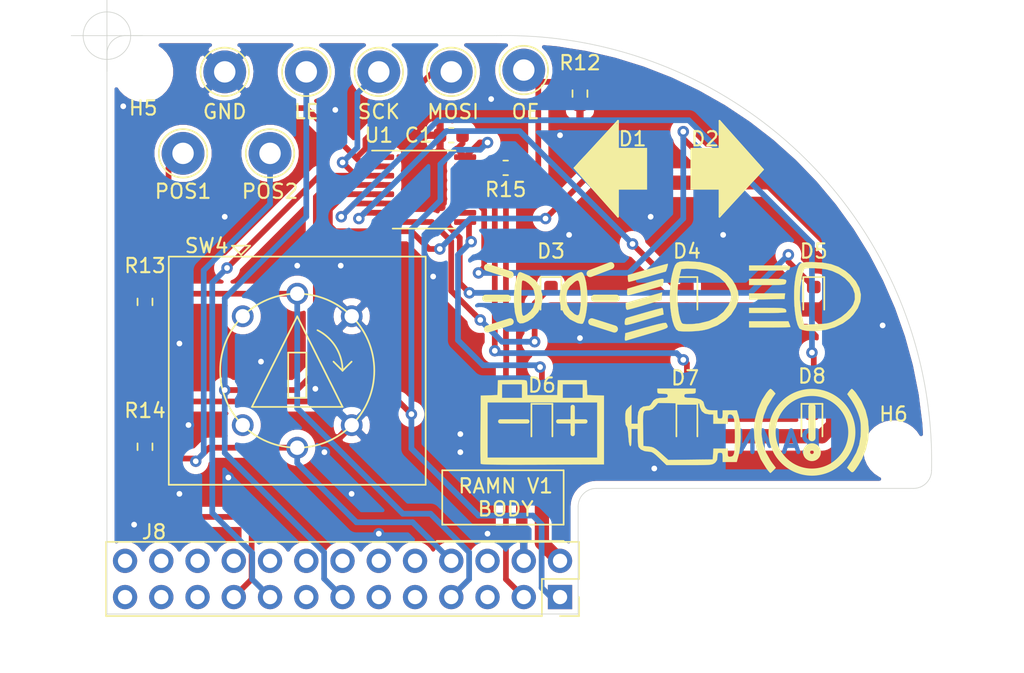
<source format=kicad_pcb>
(kicad_pcb (version 20171130) (host pcbnew "(5.1.8)-1")

  (general
    (thickness 1.6)
    (drawings 22)
    (tracks 255)
    (zones 0)
    (modules 33)
    (nets 39)
  )

  (page A4)
  (layers
    (0 F.Cu signal)
    (31 B.Cu signal)
    (32 B.Adhes user hide)
    (33 F.Adhes user hide)
    (34 B.Paste user hide)
    (35 F.Paste user hide)
    (36 B.SilkS user hide)
    (37 F.SilkS user)
    (38 B.Mask user hide)
    (39 F.Mask user hide)
    (40 Dwgs.User user)
    (41 Cmts.User user hide)
    (42 Eco1.User user hide)
    (43 Eco2.User user hide)
    (44 Edge.Cuts user)
    (45 Margin user hide)
    (46 B.CrtYd user hide)
    (47 F.CrtYd user hide)
    (48 B.Fab user hide)
    (49 F.Fab user hide)
  )

  (setup
    (last_trace_width 0.4)
    (trace_clearance 0.2)
    (zone_clearance 0.508)
    (zone_45_only no)
    (trace_min 0.2)
    (via_size 0.8)
    (via_drill 0.4)
    (via_min_size 0.4)
    (via_min_drill 0.3)
    (uvia_size 0.3)
    (uvia_drill 0.1)
    (uvias_allowed no)
    (uvia_min_size 0.2)
    (uvia_min_drill 0.1)
    (edge_width 0.05)
    (segment_width 0.2)
    (pcb_text_width 0.3)
    (pcb_text_size 1.5 1.5)
    (mod_edge_width 0.12)
    (mod_text_size 1 1)
    (mod_text_width 0.15)
    (pad_size 1.524 1.524)
    (pad_drill 0.762)
    (pad_to_mask_clearance 0.051)
    (solder_mask_min_width 0.25)
    (aux_axis_origin 19.05 20.32)
    (visible_elements 7FFFFFFF)
    (pcbplotparams
      (layerselection 0x010ec_ffffffff)
      (usegerberextensions false)
      (usegerberattributes false)
      (usegerberadvancedattributes false)
      (creategerberjobfile false)
      (excludeedgelayer true)
      (linewidth 0.100000)
      (plotframeref false)
      (viasonmask false)
      (mode 1)
      (useauxorigin false)
      (hpglpennumber 1)
      (hpglpenspeed 20)
      (hpglpendiameter 15.000000)
      (psnegative false)
      (psa4output false)
      (plotreference true)
      (plotvalue true)
      (plotinvisibletext false)
      (padsonsilk false)
      (subtractmaskfromsilk false)
      (outputformat 4)
      (mirror false)
      (drillshape 0)
      (scaleselection 1)
      (outputdirectory "CAD/"))
  )

  (net 0 "")
  (net 1 GND)
  (net 2 /3V3_ECU)
  (net 3 +5V)
  (net 4 "Net-(D1-Pad1)")
  (net 5 "Net-(D2-Pad1)")
  (net 6 "Net-(D3-Pad1)")
  (net 7 "Net-(D4-Pad1)")
  (net 8 "Net-(D5-Pad1)")
  (net 9 "Net-(D6-Pad1)")
  (net 10 "Net-(D7-Pad1)")
  (net 11 "Net-(D8-Pad1)")
  (net 12 OE)
  (net 13 POS1)
  (net 14 POS2)
  (net 15 LE)
  (net 16 SCK)
  (net 17 MOSI)
  (net 18 "Net-(U1-Pad14)")
  (net 19 "Net-(SW1-Pad1)")
  (net 20 "Net-(SW1-Pad4)")
  (net 21 "Net-(J8-Pad5)")
  (net 22 "Net-(J8-Pad6)")
  (net 23 "Net-(J8-Pad9)")
  (net 24 "Net-(J8-Pad10)")
  (net 25 "Net-(J8-Pad11)")
  (net 26 "Net-(J8-Pad12)")
  (net 27 "Net-(J8-Pad14)")
  (net 28 "Net-(J8-Pad15)")
  (net 29 "Net-(J8-Pad16)")
  (net 30 "Net-(J8-Pad18)")
  (net 31 "Net-(J8-Pad20)")
  (net 32 "Net-(J8-Pad21)")
  (net 33 "Net-(J8-Pad22)")
  (net 34 "Net-(J8-Pad23)")
  (net 35 "Net-(J8-Pad24)")
  (net 36 "Net-(J8-Pad25)")
  (net 37 "Net-(J8-Pad26)")
  (net 38 "Net-(R15-Pad2)")

  (net_class Default "This is the default net class."
    (clearance 0.2)
    (trace_width 0.4)
    (via_dia 0.8)
    (via_drill 0.4)
    (uvia_dia 0.3)
    (uvia_drill 0.1)
    (add_net /3V3_ECU)
    (add_net GND)
    (add_net LE)
    (add_net MOSI)
    (add_net "Net-(D1-Pad1)")
    (add_net "Net-(D2-Pad1)")
    (add_net "Net-(D3-Pad1)")
    (add_net "Net-(D4-Pad1)")
    (add_net "Net-(D5-Pad1)")
    (add_net "Net-(D6-Pad1)")
    (add_net "Net-(D7-Pad1)")
    (add_net "Net-(D8-Pad1)")
    (add_net "Net-(J8-Pad10)")
    (add_net "Net-(J8-Pad11)")
    (add_net "Net-(J8-Pad12)")
    (add_net "Net-(J8-Pad14)")
    (add_net "Net-(J8-Pad15)")
    (add_net "Net-(J8-Pad16)")
    (add_net "Net-(J8-Pad18)")
    (add_net "Net-(J8-Pad20)")
    (add_net "Net-(J8-Pad21)")
    (add_net "Net-(J8-Pad22)")
    (add_net "Net-(J8-Pad23)")
    (add_net "Net-(J8-Pad24)")
    (add_net "Net-(J8-Pad25)")
    (add_net "Net-(J8-Pad26)")
    (add_net "Net-(J8-Pad5)")
    (add_net "Net-(J8-Pad6)")
    (add_net "Net-(J8-Pad9)")
    (add_net "Net-(R15-Pad2)")
    (add_net "Net-(SW1-Pad1)")
    (add_net "Net-(SW1-Pad4)")
    (add_net "Net-(U1-Pad14)")
    (add_net OE)
    (add_net POS1)
    (add_net POS2)
    (add_net SCK)
  )

  (net_class +5V ""
    (clearance 0.2)
    (trace_width 1)
    (via_dia 0.8)
    (via_drill 0.4)
    (uvia_dia 0.3)
    (uvia_drill 0.1)
    (add_net +5V)
  )

  (module Resistor_SMD:R_0603_1608Metric (layer F.Cu) (tedit 5F68FEEE) (tstamp 5FC864ED)
    (at 57.785 26.035 90)
    (descr "Resistor SMD 0603 (1608 Metric), square (rectangular) end terminal, IPC_7351 nominal, (Body size source: IPC-SM-782 page 72, https://www.pcb-3d.com/wordpress/wp-content/uploads/ipc-sm-782a_amendment_1_and_2.pdf), generated with kicad-footprint-generator")
    (tags resistor)
    (path /5FCF66CA)
    (attr smd)
    (fp_text reference R12 (at 2.159 0 180) (layer F.SilkS)
      (effects (font (size 1 1) (thickness 0.15)))
    )
    (fp_text value 10k (at 0 1.43 90) (layer F.Fab)
      (effects (font (size 1 1) (thickness 0.15)))
    )
    (fp_line (start 1.48 0.73) (end -1.48 0.73) (layer F.CrtYd) (width 0.05))
    (fp_line (start 1.48 -0.73) (end 1.48 0.73) (layer F.CrtYd) (width 0.05))
    (fp_line (start -1.48 -0.73) (end 1.48 -0.73) (layer F.CrtYd) (width 0.05))
    (fp_line (start -1.48 0.73) (end -1.48 -0.73) (layer F.CrtYd) (width 0.05))
    (fp_line (start -0.237258 0.5225) (end 0.237258 0.5225) (layer F.SilkS) (width 0.12))
    (fp_line (start -0.237258 -0.5225) (end 0.237258 -0.5225) (layer F.SilkS) (width 0.12))
    (fp_line (start 0.8 0.4125) (end -0.8 0.4125) (layer F.Fab) (width 0.1))
    (fp_line (start 0.8 -0.4125) (end 0.8 0.4125) (layer F.Fab) (width 0.1))
    (fp_line (start -0.8 -0.4125) (end 0.8 -0.4125) (layer F.Fab) (width 0.1))
    (fp_line (start -0.8 0.4125) (end -0.8 -0.4125) (layer F.Fab) (width 0.1))
    (fp_text user %R (at 0 0 90) (layer F.Fab)
      (effects (font (size 0.4 0.4) (thickness 0.06)))
    )
    (pad 2 smd roundrect (at 0.825 0 90) (size 0.8 0.95) (layers F.Cu F.Paste F.Mask) (roundrect_rratio 0.25)
      (net 12 OE))
    (pad 1 smd roundrect (at -0.825 0 90) (size 0.8 0.95) (layers F.Cu F.Paste F.Mask) (roundrect_rratio 0.25)
      (net 1 GND))
    (model ${KISYS3DMOD}/Resistor_SMD.3dshapes/R_0603_1608Metric.wrl
      (at (xyz 0 0 0))
      (scale (xyz 1 1 1))
      (rotate (xyz 0 0 0))
    )
  )

  (module Resistor_SMD:R_0603_1608Metric (layer F.Cu) (tedit 5F68FEEE) (tstamp 5FC858F3)
    (at 27.305 50.8 90)
    (descr "Resistor SMD 0603 (1608 Metric), square (rectangular) end terminal, IPC_7351 nominal, (Body size source: IPC-SM-782 page 72, https://www.pcb-3d.com/wordpress/wp-content/uploads/ipc-sm-782a_amendment_1_and_2.pdf), generated with kicad-footprint-generator")
    (tags resistor)
    (path /5FCE97AE)
    (attr smd)
    (fp_text reference R14 (at 2.54 0 180) (layer F.SilkS)
      (effects (font (size 1 1) (thickness 0.15)))
    )
    (fp_text value 10k (at 0 1.43 90) (layer F.Fab)
      (effects (font (size 1 1) (thickness 0.15)))
    )
    (fp_line (start 1.48 0.73) (end -1.48 0.73) (layer F.CrtYd) (width 0.05))
    (fp_line (start 1.48 -0.73) (end 1.48 0.73) (layer F.CrtYd) (width 0.05))
    (fp_line (start -1.48 -0.73) (end 1.48 -0.73) (layer F.CrtYd) (width 0.05))
    (fp_line (start -1.48 0.73) (end -1.48 -0.73) (layer F.CrtYd) (width 0.05))
    (fp_line (start -0.237258 0.5225) (end 0.237258 0.5225) (layer F.SilkS) (width 0.12))
    (fp_line (start -0.237258 -0.5225) (end 0.237258 -0.5225) (layer F.SilkS) (width 0.12))
    (fp_line (start 0.8 0.4125) (end -0.8 0.4125) (layer F.Fab) (width 0.1))
    (fp_line (start 0.8 -0.4125) (end 0.8 0.4125) (layer F.Fab) (width 0.1))
    (fp_line (start -0.8 -0.4125) (end 0.8 -0.4125) (layer F.Fab) (width 0.1))
    (fp_line (start -0.8 0.4125) (end -0.8 -0.4125) (layer F.Fab) (width 0.1))
    (fp_text user %R (at 0 0 90) (layer F.Fab)
      (effects (font (size 0.4 0.4) (thickness 0.06)))
    )
    (pad 2 smd roundrect (at 0.825 0 90) (size 0.8 0.95) (layers F.Cu F.Paste F.Mask) (roundrect_rratio 0.25)
      (net 2 /3V3_ECU))
    (pad 1 smd roundrect (at -0.825 0 90) (size 0.8 0.95) (layers F.Cu F.Paste F.Mask) (roundrect_rratio 0.25)
      (net 14 POS2))
    (model ${KISYS3DMOD}/Resistor_SMD.3dshapes/R_0603_1608Metric.wrl
      (at (xyz 0 0 0))
      (scale (xyz 1 1 1))
      (rotate (xyz 0 0 0))
    )
  )

  (module Resistor_SMD:R_0603_1608Metric (layer F.Cu) (tedit 5F68FEEE) (tstamp 5FC858E2)
    (at 27.305 40.64 270)
    (descr "Resistor SMD 0603 (1608 Metric), square (rectangular) end terminal, IPC_7351 nominal, (Body size source: IPC-SM-782 page 72, https://www.pcb-3d.com/wordpress/wp-content/uploads/ipc-sm-782a_amendment_1_and_2.pdf), generated with kicad-footprint-generator")
    (tags resistor)
    (path /5FCE79E1)
    (attr smd)
    (fp_text reference R13 (at -2.54 0 180) (layer F.SilkS)
      (effects (font (size 1 1) (thickness 0.15)))
    )
    (fp_text value 10k (at 0 1.43 90) (layer F.Fab)
      (effects (font (size 1 1) (thickness 0.15)))
    )
    (fp_line (start 1.48 0.73) (end -1.48 0.73) (layer F.CrtYd) (width 0.05))
    (fp_line (start 1.48 -0.73) (end 1.48 0.73) (layer F.CrtYd) (width 0.05))
    (fp_line (start -1.48 -0.73) (end 1.48 -0.73) (layer F.CrtYd) (width 0.05))
    (fp_line (start -1.48 0.73) (end -1.48 -0.73) (layer F.CrtYd) (width 0.05))
    (fp_line (start -0.237258 0.5225) (end 0.237258 0.5225) (layer F.SilkS) (width 0.12))
    (fp_line (start -0.237258 -0.5225) (end 0.237258 -0.5225) (layer F.SilkS) (width 0.12))
    (fp_line (start 0.8 0.4125) (end -0.8 0.4125) (layer F.Fab) (width 0.1))
    (fp_line (start 0.8 -0.4125) (end 0.8 0.4125) (layer F.Fab) (width 0.1))
    (fp_line (start -0.8 -0.4125) (end 0.8 -0.4125) (layer F.Fab) (width 0.1))
    (fp_line (start -0.8 0.4125) (end -0.8 -0.4125) (layer F.Fab) (width 0.1))
    (fp_text user %R (at 0 0 90) (layer F.Fab)
      (effects (font (size 0.4 0.4) (thickness 0.06)))
    )
    (pad 2 smd roundrect (at 0.825 0 270) (size 0.8 0.95) (layers F.Cu F.Paste F.Mask) (roundrect_rratio 0.25)
      (net 2 /3V3_ECU))
    (pad 1 smd roundrect (at -0.825 0 270) (size 0.8 0.95) (layers F.Cu F.Paste F.Mask) (roundrect_rratio 0.25)
      (net 13 POS1))
    (model ${KISYS3DMOD}/Resistor_SMD.3dshapes/R_0603_1608Metric.wrl
      (at (xyz 0 0 0))
      (scale (xyz 1 1 1))
      (rotate (xyz 0 0 0))
    )
  )

  (module drawings:drawing_battery (layer F.Cu) (tedit 5FC72E20) (tstamp 5FC81EB3)
    (at 55.118 49.149)
    (fp_text reference G*** (at 0 0) (layer F.SilkS) hide
      (effects (font (size 1.524 1.524) (thickness 0.3)))
    )
    (fp_text value LOGO (at 0.75 0) (layer F.SilkS) hide
      (effects (font (size 1.524 1.524) (thickness 0.3)))
    )
    (fp_line (start 2.159 0.762) (end 2.159 -1.143) (layer F.SilkS) (width 0.3))
    (fp_line (start 1.143 -0.127) (end 3.048 -0.127) (layer F.SilkS) (width 0.3))
    (fp_line (start -2.921 -0.127) (end -1.016 -0.127) (layer F.SilkS) (width 0.3))
    (fp_poly (pts (xy -1.410733 -3.034308) (xy -1.218778 -3.02108) (xy -1.108797 -2.99765) (xy -1.069404 -2.970339)
      (xy -1.043859 -2.869802) (xy -1.025132 -2.681711) (xy -1.017041 -2.445476) (xy -1.016973 -2.428875)
      (xy -1.016 -1.9685) (xy 1.074363 -1.9685) (xy 1.092806 -2.492375) (xy 1.101189 -2.7305)
      (xy 1.4605 -2.7305) (xy 1.4605 -1.778) (xy 2.8575 -1.778) (xy 2.8575 -2.7305)
      (xy 1.4605 -2.7305) (xy 1.101189 -2.7305) (xy 1.11125 -3.01625) (xy 3.14325 -3.01625)
      (xy 3.161655 -2.494725) (xy 3.18006 -1.973199) (xy 3.764905 -1.954975) (xy 4.34975 -1.93675)
      (xy 4.34975 2.88925) (xy 0.045802 2.905569) (xy -0.830791 2.908453) (xy -1.588013 2.909911)
      (xy -2.23349 2.909831) (xy -2.774845 2.908101) (xy -3.2197 2.904609) (xy -3.57568 2.899242)
      (xy -3.850409 2.891889) (xy -4.051509 2.882437) (xy -4.186604 2.870775) (xy -4.263319 2.856789)
      (xy -4.288871 2.841818) (xy -4.295418 2.761992) (xy -4.3006 2.569791) (xy -4.304333 2.279832)
      (xy -4.306532 1.906735) (xy -4.307113 1.465115) (xy -4.30599 0.969593) (xy -4.303081 0.434786)
      (xy -4.302924 0.412498) (xy -4.289631 -1.4605) (xy -3.81 -1.4605) (xy -3.81 2.413)
      (xy 3.8735 2.413) (xy 3.8735 -1.4605) (xy -3.81 -1.4605) (xy -4.289631 -1.4605)
      (xy -4.28625 -1.93675) (xy -3.701406 -1.954975) (xy -3.116561 -1.973199) (xy -3.098156 -2.494725)
      (xy -3.089835 -2.7305) (xy -2.794 -2.7305) (xy -2.794 -1.778) (xy -1.397 -1.778)
      (xy -1.397 -2.7305) (xy -2.794 -2.7305) (xy -3.089835 -2.7305) (xy -3.07975 -3.01625)
      (xy -2.100307 -3.033839) (xy -1.699597 -3.038254) (xy -1.410733 -3.034308)) (layer F.SilkS) (width 0.01))
  )

  (module drawings:drawing_PL (layer F.Cu) (tedit 5FC72DA2) (tstamp 5FC81081)
    (at 55.753 40.386)
    (fp_text reference G*** (at 0 0) (layer F.SilkS) hide
      (effects (font (size 1.524 1.524) (thickness 0.3)))
    )
    (fp_text value LOGO (at 0.75 0) (layer F.SilkS) hide
      (effects (font (size 1.524 1.524) (thickness 0.3)))
    )
    (fp_line (start -4.445 2.159) (end -2.859812 1.651) (layer F.SilkS) (width 0.5))
    (fp_poly (pts (xy -2.090954 -1.814454) (xy -1.510085 -1.568957) (xy -1.069042 -1.230988) (xy -0.770068 -0.803313)
      (xy -0.615407 -0.2887) (xy -0.592666 0.033709) (xy -0.67354 0.520611) (xy -0.901059 0.976212)
      (xy -1.252566 1.365828) (xy -1.62646 1.616421) (xy -1.956541 1.751327) (xy -2.18777 1.759858)
      (xy -2.33508 1.641047) (xy -2.36996 1.568191) (xy -2.517627 1.016311) (xy -2.591275 0.368815)
      (xy -2.590358 -0.179032) (xy -2.072938 -0.179032) (xy -2.070265 0.2146) (xy -2.060857 0.582565)
      (xy -2.044787 0.885895) (xy -2.022128 1.08562) (xy -2.010404 1.129876) (xy -1.958927 1.225014)
      (xy -1.883119 1.232483) (xy -1.731366 1.14965) (xy -1.672548 1.112647) (xy -1.441759 0.915385)
      (xy -1.256751 0.674326) (xy -1.249643 0.661425) (xy -1.129726 0.287755) (xy -1.112335 -0.143375)
      (xy -1.197511 -0.55463) (xy -1.248965 -0.674453) (xy -1.386208 -0.868935) (xy -1.576876 -1.050868)
      (xy -1.777126 -1.188403) (xy -1.943118 -1.249691) (xy -2.014821 -1.230812) (xy -2.039817 -1.124219)
      (xy -2.057787 -0.887411) (xy -2.068803 -0.559358) (xy -2.072938 -0.179032) (xy -2.590358 -0.179032)
      (xy -2.590126 -0.317235) (xy -2.5134 -0.984779) (xy -2.410772 -1.422429) (xy -2.326492 -1.678294)
      (xy -2.253715 -1.80318) (xy -2.164876 -1.830874) (xy -2.090954 -1.814454)) (layer F.SilkS) (width 0.01))
    (fp_poly (pts (xy 2.196363 -1.803868) (xy 2.254638 -1.73498) (xy 2.365109 -1.495765) (xy 2.455994 -1.127722)
      (xy 2.520703 -0.670856) (xy 2.552648 -0.165171) (xy 2.554389 0.084667) (xy 2.532394 0.498027)
      (xy 2.481673 0.915068) (xy 2.410316 1.293893) (xy 2.326414 1.592604) (xy 2.238056 1.769304)
      (xy 2.226842 1.780965) (xy 2.111706 1.794059) (xy 1.905956 1.751173) (xy 1.828015 1.725804)
      (xy 1.315913 1.467943) (xy 0.938571 1.10787) (xy 0.698372 0.648966) (xy 0.597699 0.094612)
      (xy 0.594526 -0.024539) (xy 0.599841 -0.070085) (xy 1.073129 -0.070085) (xy 1.133391 0.427283)
      (xy 1.322297 0.821451) (xy 1.631746 1.102324) (xy 1.79717 1.189727) (xy 1.907096 1.195164)
      (xy 1.978813 1.096424) (xy 2.029612 0.871296) (xy 2.072422 0.536221) (xy 2.094224 0.182834)
      (xy 2.090351 -0.212202) (xy 2.06449 -0.599679) (xy 2.020331 -0.930391) (xy 1.961559 -1.155131)
      (xy 1.942865 -1.192563) (xy 1.86798 -1.25439) (xy 1.748249 -1.212057) (xy 1.639138 -1.136174)
      (xy 1.319317 -0.843388) (xy 1.140059 -0.527362) (xy 1.074745 -0.137956) (xy 1.073129 -0.070085)
      (xy 0.599841 -0.070085) (xy 0.658182 -0.569953) (xy 0.858191 -1.021589) (xy 1.201332 -1.38945)
      (xy 1.694388 -1.683539) (xy 1.730218 -1.699645) (xy 1.973768 -1.802145) (xy 2.112893 -1.83579)
      (xy 2.196363 -1.803868)) (layer F.SilkS) (width 0.01))
    (fp_line (start 2.745044 -1.731911) (end 4.191 -2.286) (layer F.SilkS) (width 0.5))
    (fp_line (start 3.048 0) (end 4.572 0) (layer F.SilkS) (width 0.5))
    (fp_line (start 4.445 2.159) (end 2.859812 1.651) (layer F.SilkS) (width 0.5))
    (fp_line (start -3.048 0) (end -4.572 0) (layer F.SilkS) (width 0.5))
    (fp_line (start -4.445 -2.159) (end -2.859812 -1.651) (layer F.SilkS) (width 0.5))
  )

  (module drawings:drawing_parking_brake (layer F.Cu) (tedit 5FC72CA3) (tstamp 5FC80E8A)
    (at 74.168 49.784)
    (fp_text reference G*** (at 0 0) (layer F.SilkS) hide
      (effects (font (size 1.524 1.524) (thickness 0.3)))
    )
    (fp_text value LOGO (at 0.75 0) (layer F.SilkS) hide
      (effects (font (size 1.524 1.524) (thickness 0.3)))
    )
    (fp_circle (center -0.127 0) (end 2.667 0) (layer F.SilkS) (width 0.5))
    (fp_circle (center -0.127 1.397) (end 0 1.397) (layer F.SilkS) (width 0.5))
    (fp_line (start -0.127 -1.778) (end -0.127 0.381) (layer F.SilkS) (width 0.5))
    (fp_poly (pts (xy -2.951252 -3.00386) (xy -2.837231 -2.896034) (xy -2.82363 -2.880537) (xy -2.679732 -2.713073)
      (xy -2.888016 -2.420162) (xy -3.256899 -1.802693) (xy -3.508872 -1.160101) (xy -3.643921 -0.504223)
      (xy -3.662031 0.153107) (xy -3.563188 0.800053) (xy -3.347377 1.424778) (xy -3.014584 2.015449)
      (xy -2.893635 2.18202) (xy -2.656931 2.49079) (xy -2.832596 2.674145) (xy -2.951732 2.789824)
      (xy -3.032659 2.852686) (xy -3.044006 2.856535) (xy -3.097039 2.808848) (xy -3.200713 2.685147)
      (xy -3.324393 2.52316) (xy -3.715756 1.888941) (xy -3.991071 1.216221) (xy -4.150348 0.518073)
      (xy -4.193596 -0.192431) (xy -4.120824 -0.902219) (xy -3.932043 -1.598219) (xy -3.627261 -2.267357)
      (xy -3.320619 -2.746375) (xy -3.191868 -2.908533) (xy -3.084813 -3.018025) (xy -3.034105 -3.048)
      (xy -2.951252 -3.00386)) (layer F.SilkS) (width 0.01))
    (fp_poly (pts (xy 2.734342 -3.002339) (xy 2.84894 -2.884877) (xy 2.939468 -2.778126) (xy 3.334895 -2.189598)
      (xy 3.620641 -1.551081) (xy 3.796128 -0.877593) (xy 3.860773 -0.184154) (xy 3.813998 0.514216)
      (xy 3.655222 1.202496) (xy 3.383864 1.865669) (xy 3.135436 2.293558) (xy 2.961569 2.552663)
      (xy 2.83712 2.715402) (xy 2.743793 2.792853) (xy 2.66329 2.796091) (xy 2.577315 2.736192)
      (xy 2.512024 2.670939) (xy 2.335512 2.486701) (xy 2.662118 1.989475) (xy 2.973213 1.441721)
      (xy 3.175389 0.89793) (xy 3.27982 0.320744) (xy 3.300747 -0.146153) (xy 3.294119 -0.483056)
      (xy 3.270271 -0.744983) (xy 3.220983 -0.983638) (xy 3.138034 -1.250727) (xy 3.114312 -1.318833)
      (xy 2.985763 -1.630395) (xy 2.820479 -1.959637) (xy 2.652348 -2.239562) (xy 2.638246 -2.260029)
      (xy 2.347362 -2.676143) (xy 2.479755 -2.862072) (xy 2.58134 -2.985255) (xy 2.659032 -3.046499)
      (xy 2.667072 -3.048001) (xy 2.734342 -3.002339)) (layer F.SilkS) (width 0.01))
  )

  (module drawings:drawing_turn (layer F.Cu) (tedit 5FC72703) (tstamp 5FC81215)
    (at 60.198 31.369 180)
    (fp_text reference G*** (at 0.762 0.254 180) (layer F.SilkS) hide
      (effects (font (size 1.524 1.524) (thickness 0.3)))
    )
    (fp_text value LOGO (at 0.75 0 180) (layer F.SilkS) hide
      (effects (font (size 1.524 1.524) (thickness 0.3)))
    )
    (fp_line (start 2.794 0.11789) (end -0.254 3.429) (layer F.SilkS) (width 0.12))
    (fp_line (start -0.254 -3.302) (end 2.794 0.11789) (layer F.SilkS) (width 0.12))
    (fp_line (start -0.254 3.429) (end -0.254 -3.302) (layer F.SilkS) (width 0.12))
    (fp_poly (pts (xy -0.127 -3.168689) (xy 0.080073 -2.857487) (xy 0.427928 -2.476513) (xy 0.889 -2.032)
      (xy 1.27 -1.524) (xy 1.840946 -0.989489) (xy 2.223054 -0.534511) (xy 2.536949 -0.242855)
      (xy 2.73551 0.017296) (xy 2.794 0.11789) (xy 2.713033 0.248068) (xy 2.489477 0.531925)
      (xy 2.152346 0.889) (xy 1.730655 1.27) (xy 1.140884 1.905) (xy 0.637117 2.413)
      (xy 0.248371 2.921) (xy 0.150504 3.048) (xy -0.230653 3.302) (xy -0.127 3.283044)
      (xy -0.207305 3.175) (xy -0.254 2.737051) (xy -0.254 2.503714) (xy -0.254 1.524)
      (xy -2.286 1.524) (xy -2.286 -1.397) (xy -0.254 -1.397) (xy -0.254 -2.360084)
      (xy -0.241275 -2.811094) (xy -0.207562 -3.13702) (xy -0.159557 -3.27971) (xy -0.192028 -3.280835)
      (xy -0.127 -3.175)) (layer F.SilkS) (width 0.01))
  )

  (module drawings:drawing_turn (layer F.Cu) (tedit 5FC72703) (tstamp 5FC811F9)
    (at 67.818 31.242)
    (fp_text reference G*** (at 0.762 0.254 -180) (layer F.SilkS) hide
      (effects (font (size 1.524 1.524) (thickness 0.3)))
    )
    (fp_text value LOGO (at 0.75 0 -180) (layer F.SilkS) hide
      (effects (font (size 1.524 1.524) (thickness 0.3)))
    )
    (fp_line (start 2.794 0.11789) (end -0.254 3.429) (layer F.SilkS) (width 0.12))
    (fp_line (start -0.254 -3.302) (end 2.794 0.11789) (layer F.SilkS) (width 0.12))
    (fp_line (start -0.254 3.429) (end -0.254 -3.302) (layer F.SilkS) (width 0.12))
    (fp_poly (pts (xy -0.127 -3.168689) (xy 0.080073 -2.857487) (xy 0.427928 -2.476513) (xy 0.889 -2.032)
      (xy 1.27 -1.524) (xy 1.840946 -0.989489) (xy 2.223054 -0.534511) (xy 2.536949 -0.242855)
      (xy 2.73551 0.017296) (xy 2.794 0.11789) (xy 2.713033 0.248068) (xy 2.489477 0.531925)
      (xy 2.152346 0.889) (xy 1.730655 1.27) (xy 1.140884 1.905) (xy 0.637117 2.413)
      (xy 0.248371 2.921) (xy 0.150504 3.048) (xy -0.230653 3.302) (xy -0.127 3.283044)
      (xy -0.207305 3.175) (xy -0.254 2.737051) (xy -0.254 2.503714) (xy -0.254 1.524)
      (xy -2.286 1.524) (xy -2.286 -1.397) (xy -0.254 -1.397) (xy -0.254 -2.360084)
      (xy -0.241275 -2.811094) (xy -0.207562 -3.13702) (xy -0.159557 -3.27971) (xy -0.192028 -3.280835)
      (xy -0.127 -3.175)) (layer F.SilkS) (width 0.01))
  )

  (module drawings:drawing_LB (layer F.Cu) (tedit 0) (tstamp 5FC810FE)
    (at 64.77 40.259)
    (fp_text reference G*** (at 0 0) (layer F.SilkS) hide
      (effects (font (size 1.524 1.524) (thickness 0.3)))
    )
    (fp_text value LOGO (at 0.75 0) (layer F.SilkS) hide
      (effects (font (size 1.524 1.524) (thickness 0.3)))
    )
    (fp_poly (pts (xy -0.819447 -2.295066) (xy -0.824239 -2.221274) (xy -0.859721 -2.071141) (xy -0.909125 -1.903106)
      (xy -0.955682 -1.775609) (xy -0.978225 -1.741714) (xy -1.053516 -1.722473) (xy -1.245471 -1.669038)
      (xy -1.531414 -1.587844) (xy -1.888669 -1.485328) (xy -2.256886 -1.378857) (xy -2.662109 -1.262227)
      (xy -3.019416 -1.16116) (xy -3.305365 -1.082145) (xy -3.496515 -1.031668) (xy -3.568072 -1.016)
      (xy -3.608881 -1.079603) (xy -3.628309 -1.234985) (xy -3.628572 -1.257484) (xy -3.628572 -1.498968)
      (xy -2.232623 -1.905631) (xy -1.807518 -2.028414) (xy -1.432866 -2.134608) (xy -1.129821 -2.218383)
      (xy -0.919537 -2.273909) (xy -0.823169 -2.295357) (xy -0.819447 -2.295066)) (layer F.SilkS) (width 0.01))
    (fp_poly (pts (xy -1.135424 -1.207189) (xy -1.120889 -1.103047) (xy -1.137096 -0.997857) (xy -1.169651 -0.835199)
      (xy -1.188948 -0.75422) (xy -1.18971 -0.752723) (xy -1.261394 -0.727551) (xy -1.445426 -0.672229)
      (xy -1.714045 -0.594493) (xy -2.039488 -0.502078) (xy -2.393993 -0.402722) (xy -2.749797 -0.30416)
      (xy -3.079139 -0.214128) (xy -3.354256 -0.140362) (xy -3.547386 -0.090599) (xy -3.630552 -0.072571)
      (xy -3.680671 -0.136217) (xy -3.688437 -0.298569) (xy -3.687598 -0.30778) (xy -3.664857 -0.542989)
      (xy -2.503714 -0.887685) (xy -2.108064 -1.003025) (xy -1.754807 -1.102049) (xy -1.470059 -1.177746)
      (xy -1.279934 -1.223104) (xy -1.217386 -1.233047) (xy -1.135424 -1.207189)) (layer F.SilkS) (width 0.01))
    (fp_poly (pts (xy -1.27 0.25092) (xy -2.431143 0.595856) (xy -2.823638 0.710979) (xy -3.170578 0.809962)
      (xy -3.446782 0.885843) (xy -3.62707 0.931656) (xy -3.683 0.94211) (xy -3.748463 0.877541)
      (xy -3.773704 0.703269) (xy -3.773714 0.698833) (xy -3.773714 0.454237) (xy -2.993572 0.226718)
      (xy -2.612677 0.11595) (xy -2.222283 0.002943) (xy -1.879517 -0.095789) (xy -1.719425 -0.141607)
      (xy -1.225422 -0.282412) (xy -1.27 0.25092)) (layer F.SilkS) (width 0.01))
    (fp_poly (pts (xy -1.172307 0.89288) (xy -1.148506 1.049759) (xy -1.124857 1.263864) (xy -2.286 1.608014)
      (xy -2.792063 1.758328) (xy -3.175456 1.870913) (xy -3.453107 1.947768) (xy -3.641947 1.990893)
      (xy -3.758906 2.002286) (xy -3.820911 1.983946) (xy -3.844895 1.937871) (xy -3.847785 1.866061)
      (xy -3.846286 1.79223) (xy -3.817331 1.59383) (xy -3.723447 1.506171) (xy -3.719286 1.504938)
      (xy -3.609614 1.473497) (xy -3.386497 1.409267) (xy -3.07593 1.319741) (xy -2.703908 1.212412)
      (xy -2.407636 1.126886) (xy -2.016783 1.015857) (xy -1.677253 0.922887) (xy -1.412288 0.854057)
      (xy -1.245127 0.815447) (xy -1.19757 0.810239) (xy -1.172307 0.89288)) (layer F.SilkS) (width 0.01))
    (fp_poly (pts (xy 1.417928 -2.411251) (xy 2.130862 -2.251157) (xy 2.749546 -1.987993) (xy 3.269863 -1.623862)
      (xy 3.687698 -1.160868) (xy 3.91754 -0.777996) (xy 4.085628 -0.353509) (xy 4.133763 0.035421)
      (xy 4.062277 0.431854) (xy 3.929414 0.762) (xy 3.608604 1.270609) (xy 3.172475 1.698672)
      (xy 2.630848 2.039171) (xy 1.993545 2.285088) (xy 1.693439 2.359814) (xy 1.396817 2.406186)
      (xy 1.03623 2.438575) (xy 0.656886 2.455527) (xy 0.303991 2.455589) (xy 0.022753 2.437307)
      (xy -0.091701 2.417213) (xy -0.244621 2.306507) (xy -0.378533 2.072892) (xy -0.49117 1.737632)
      (xy -0.580269 1.321992) (xy -0.643564 0.847236) (xy -0.678789 0.334629) (xy -0.683436 -0.168314)
      (xy -0.156739 -0.168314) (xy -0.142794 0.489137) (xy -0.073285 1.101533) (xy -0.037829 1.2847)
      (xy 0.04823 1.625321) (xy 0.129432 1.830925) (xy 0.209325 1.911282) (xy 0.487886 1.946731)
      (xy 0.872893 1.938966) (xy 1.3325 1.888839) (xy 1.394106 1.87956) (xy 2.054311 1.718535)
      (xy 2.610863 1.456578) (xy 3.063229 1.094017) (xy 3.410878 0.631183) (xy 3.412633 0.628128)
      (xy 3.568306 0.298662) (xy 3.616379 0.007974) (xy 3.558883 -0.296591) (xy 3.457822 -0.544286)
      (xy 3.181748 -0.969826) (xy 2.790951 -1.330672) (xy 2.304813 -1.617638) (xy 1.742722 -1.821541)
      (xy 1.12406 -1.933194) (xy 0.500757 -1.945407) (xy 0.111728 -1.923143) (xy -0.019583 -1.378857)
      (xy -0.115532 -0.81094) (xy -0.156739 -0.168314) (xy -0.683436 -0.168314) (xy -0.683679 -0.194564)
      (xy -0.65597 -0.71908) (xy -0.593396 -1.217652) (xy -0.517533 -1.580331) (xy -0.416313 -1.948459)
      (xy -0.315243 -2.197595) (xy -0.184809 -2.350829) (xy 0.004505 -2.431248) (xy 0.282211 -2.461941)
      (xy 0.614862 -2.466169) (xy 1.417928 -2.411251)) (layer F.SilkS) (width 0.01))
    (fp_poly (pts (xy -0.951166 1.85462) (xy -0.878481 1.977179) (xy -0.841771 2.074034) (xy -0.834977 2.127601)
      (xy -0.861021 2.17663) (xy -0.937027 2.228177) (xy -1.080118 2.289298) (xy -1.307416 2.367047)
      (xy -1.636044 2.468479) (xy -2.083125 2.600651) (xy -2.209475 2.637591) (xy -2.64553 2.765442)
      (xy -3.038701 2.881685) (xy -3.365921 2.979422) (xy -3.604122 3.051755) (xy -3.730238 3.091786)
      (xy -3.739389 3.09508) (xy -3.813581 3.100807) (xy -3.839707 3.019443) (xy -3.8331 2.859546)
      (xy -3.81 2.579188) (xy -2.41258 2.182642) (xy -1.908715 2.043952) (xy -1.498611 1.939983)
      (xy -1.194115 1.873395) (xy -1.007072 1.846847) (xy -0.951166 1.85462)) (layer F.SilkS) (width 0.01))
  )

  (module drawings:drawing_engine (layer F.Cu) (tedit 0) (tstamp 5FC80FB9)
    (at 65.024 49.403)
    (fp_text reference G*** (at 0 0) (layer F.SilkS) hide
      (effects (font (size 1.524 1.524) (thickness 0.3)))
    )
    (fp_text value LOGO (at 0.75 0) (layer F.SilkS) hide
      (effects (font (size 1.524 1.524) (thickness 0.3)))
    )
    (fp_poly (pts (xy 0.870857 -2.503714) (xy 0.860496 -2.399806) (xy 0.805734 -2.345702) (xy 0.671054 -2.325258)
      (xy 0.471714 -2.322286) (xy 0.24105 -2.315986) (xy 0.120887 -2.288748) (xy 0.076828 -2.228063)
      (xy 0.072571 -2.177143) (xy 0.08653 -2.100275) (xy 0.149275 -2.056544) (xy 0.292114 -2.036831)
      (xy 0.546352 -2.032015) (xy 0.570784 -2.032) (xy 0.946264 -1.999491) (xy 1.229126 -1.907364)
      (xy 1.402572 -1.763716) (xy 1.451428 -1.607452) (xy 1.491522 -1.455858) (xy 1.564401 -1.322433)
      (xy 1.668373 -1.219654) (xy 1.823122 -1.171613) (xy 2.036115 -1.161143) (xy 2.394857 -1.161143)
      (xy 2.394857 -0.870857) (xy 2.40476 -0.683831) (xy 2.451469 -0.600705) (xy 2.560486 -0.580675)
      (xy 2.576286 -0.580572) (xy 2.693177 -0.596416) (xy 2.745131 -0.67115) (xy 2.757649 -0.845577)
      (xy 2.757714 -0.870857) (xy 2.757714 -1.161143) (xy 3.755852 -1.161143) (xy 3.887957 -0.707571)
      (xy 3.968359 -0.308558) (xy 4.013494 0.182666) (xy 4.023469 0.717545) (xy 3.998394 1.247522)
      (xy 3.938376 1.724042) (xy 3.881946 1.977571) (xy 3.7459 2.467428) (xy 2.757714 2.467428)
      (xy 2.757714 2.140857) (xy 2.750194 1.939337) (xy 2.713232 1.843858) (xy 2.625221 1.815533)
      (xy 2.576286 1.814286) (xy 2.458612 1.830525) (xy 2.406862 1.906632) (xy 2.394882 2.083694)
      (xy 2.394857 2.099304) (xy 2.366332 2.327006) (xy 2.260773 2.485668) (xy 2.203642 2.534733)
      (xy 2.133251 2.584023) (xy 2.050809 2.621207) (xy 1.936176 2.647981) (xy 1.769214 2.666041)
      (xy 1.529782 2.677086) (xy 1.197743 2.682811) (xy 0.752956 2.684914) (xy 0.418585 2.685143)
      (xy -1.175255 2.685143) (xy -1.663866 2.213428) (xy -1.907142 1.985753) (xy -2.083118 1.844662)
      (xy -2.223394 1.770504) (xy -2.35957 1.743629) (xy -2.422414 1.741714) (xy -2.722464 1.699675)
      (xy -2.968821 1.586966) (xy -3.122966 1.423697) (xy -3.146642 1.363621) (xy -3.16909 1.208993)
      (xy -3.185416 0.962193) (xy -3.192141 0.676165) (xy -3.192152 0.671286) (xy -3.193143 0.145143)
      (xy -3.628572 0.145143) (xy -3.628571 0.768048) (xy -3.634267 1.084652) (xy -3.653216 1.274757)
      (xy -3.688214 1.356631) (xy -3.719286 1.36102) (xy -3.773606 1.268965) (xy -3.815972 1.033169)
      (xy -3.846218 0.654555) (xy -3.846286 0.653288) (xy -3.876492 0.274363) (xy -3.918818 0.038091)
      (xy -3.973084 -0.054522) (xy -3.973286 -0.05459) (xy -4.028185 -0.14241) (xy -4.057822 -0.3644)
      (xy -4.064 -0.609327) (xy -4.059252 -0.888728) (xy -4.036046 -1.068347) (xy -3.980939 -1.193455)
      (xy -3.88049 -1.309328) (xy -3.846286 -1.342572) (xy -3.628572 -1.551155) (xy -3.628572 -0.217714)
      (xy -3.193143 -0.217714) (xy -3.193143 -0.430557) (xy -2.821146 -0.430557) (xy -2.816596 -0.006736)
      (xy -2.814002 0.150574) (xy -2.794 1.342571) (xy -2.423125 1.379917) (xy -2.23196 1.408528)
      (xy -2.071817 1.46441) (xy -1.90461 1.568909) (xy -1.692252 1.74337) (xy -1.552268 1.867988)
      (xy -1.052286 2.318713) (xy 0.508 2.302356) (xy 2.068286 2.286) (xy 2.112156 1.524)
      (xy 3.120571 1.524) (xy 3.120571 1.819106) (xy 3.128239 2.006083) (xy 3.169432 2.085802)
      (xy 3.271437 2.096013) (xy 3.317273 2.091249) (xy 3.420814 2.066617) (xy 3.497338 2.007429)
      (xy 3.551052 1.894266) (xy 3.586163 1.707707) (xy 3.606878 1.428332) (xy 3.617402 1.036719)
      (xy 3.620933 0.689429) (xy 3.617835 0.152209) (xy 3.598396 -0.254909) (xy 3.559634 -0.54635)
      (xy 3.49857 -0.736538) (xy 3.412224 -0.839898) (xy 3.298589 -0.870857) (xy 3.188669 -0.856803)
      (xy 3.136591 -0.788774) (xy 3.121203 -0.627971) (xy 3.120571 -0.544286) (xy 3.120571 -0.217714)
      (xy 2.104571 -0.217714) (xy 2.104571 -0.870857) (xy 1.822325 -0.870857) (xy 1.513065 -0.92891)
      (xy 1.293449 -1.098557) (xy 1.172132 -1.373028) (xy 1.17055 -1.380603) (xy 1.119011 -1.632857)
      (xy -0.323683 -1.652575) (xy -1.766376 -1.672294) (xy -1.977043 -1.416718) (xy -2.156307 -1.2391)
      (xy -2.332513 -1.166418) (xy -2.418284 -1.160032) (xy -2.566465 -1.155549) (xy -2.674277 -1.130572)
      (xy -2.747685 -1.065343) (xy -2.792656 -0.940103) (xy -2.815154 -0.735093) (xy -2.821146 -0.430557)
      (xy -3.193143 -0.430557) (xy -3.193143 -0.656442) (xy -3.151494 -1.025592) (xy -3.024884 -1.278547)
      (xy -2.810816 -1.41855) (xy -2.581448 -1.451429) (xy -2.38715 -1.476639) (xy -2.266467 -1.578368)
      (xy -2.214541 -1.666992) (xy -2.075234 -1.865963) (xy -1.888199 -1.980174) (xy -1.616034 -2.027629)
      (xy -1.4562 -2.032) (xy -1.236815 -2.039441) (xy -1.126718 -2.071105) (xy -1.090413 -2.141007)
      (xy -1.088572 -2.177143) (xy -1.107676 -2.2642) (xy -1.188764 -2.307619) (xy -1.3675 -2.321665)
      (xy -1.451429 -2.322286) (xy -1.666781 -2.328168) (xy -1.774215 -2.358187) (xy -1.810848 -2.430903)
      (xy -1.814286 -2.503714) (xy -1.814286 -2.685143) (xy 0.870857 -2.685143) (xy 0.870857 -2.503714)) (layer F.SilkS) (width 0.01))
  )

  (module drawings:drawing_HB (layer F.Cu) (tedit 0) (tstamp 5FC80EEF)
    (at 73.406 40.259)
    (fp_text reference G*** (at 0 0) (layer F.SilkS) hide
      (effects (font (size 1.524 1.524) (thickness 0.3)))
    )
    (fp_text value LOGO (at 0.75 0) (layer F.SilkS) hide
      (effects (font (size 1.524 1.524) (thickness 0.3)))
    )
    (fp_poly (pts (xy -1.817504 -2.176118) (xy -1.44809 -2.172093) (xy -1.188747 -2.163648) (xy -1.021946 -2.14936)
      (xy -0.930153 -2.127807) (xy -0.895839 -2.097567) (xy -0.899379 -2.06235) (xy -0.938538 -1.92409)
      (xy -0.943429 -1.880922) (xy -1.012808 -1.859318) (xy -1.208218 -1.840953) (xy -1.510564 -1.826727)
      (xy -1.900752 -1.817538) (xy -2.358571 -1.814286) (xy -3.773714 -1.814286) (xy -3.773714 -2.177143)
      (xy -2.314521 -2.177143) (xy -1.817504 -2.176118)) (layer F.SilkS) (width 0.01))
    (fp_poly (pts (xy -1.988122 -1.232817) (xy -1.636505 -1.227171) (xy -1.395126 -1.212341) (xy -1.246534 -1.183896)
      (xy -1.173275 -1.137401) (xy -1.157898 -1.068424) (xy -1.182949 -0.972531) (xy -1.205193 -0.913078)
      (xy -1.238944 -0.870936) (xy -1.316256 -0.840333) (xy -1.457048 -0.819518) (xy -1.681236 -0.806741)
      (xy -2.00874 -0.800251) (xy -2.459477 -0.798299) (xy -2.511479 -0.798286) (xy -3.773714 -0.798286)
      (xy -3.773714 -1.233714) (xy -2.467429 -1.233714) (xy -1.988122 -1.232817)) (layer F.SilkS) (width 0.01))
    (fp_poly (pts (xy -1.264831 -0.018143) (xy -1.286045 0.181429) (xy -2.52988 0.201285) (xy -3.773714 0.221142)
      (xy -3.773714 -0.217714) (xy -1.243616 -0.217714) (xy -1.264831 -0.018143)) (layer F.SilkS) (width 0.01))
    (fp_poly (pts (xy -2.038214 0.799636) (xy -1.690708 0.806521) (xy -1.44958 0.823192) (xy -1.295451 0.853899)
      (xy -1.208943 0.902895) (xy -1.170674 0.974431) (xy -1.161267 1.072757) (xy -1.161143 1.094507)
      (xy -1.230325 1.116787) (xy -1.424355 1.135612) (xy -1.722957 1.149949) (xy -2.105856 1.158762)
      (xy -2.467429 1.161143) (xy -3.773714 1.161143) (xy -3.773714 0.798286) (xy -2.511479 0.798286)
      (xy -2.038214 0.799636)) (layer F.SilkS) (width 0.01))
    (fp_poly (pts (xy -0.941632 1.927867) (xy -0.889517 2.075203) (xy -0.870857 2.145581) (xy -0.939807 2.155174)
      (xy -1.132173 2.163593) (xy -1.42623 2.170366) (xy -1.800252 2.17502) (xy -2.232516 2.177083)
      (xy -2.322286 2.177143) (xy -3.773714 2.177143) (xy -3.773714 1.741714) (xy -1.012408 1.741714)
      (xy -0.941632 1.927867)) (layer F.SilkS) (width 0.01))
    (fp_poly (pts (xy 1.345035 -2.376355) (xy 1.963996 -2.266099) (xy 2.500174 -2.072862) (xy 2.976381 -1.788986)
      (xy 3.312462 -1.507687) (xy 3.706965 -1.057871) (xy 3.957704 -0.594438) (xy 4.064768 -0.123057)
      (xy 4.02825 0.350602) (xy 3.84824 0.820869) (xy 3.524829 1.282073) (xy 3.263404 1.550778)
      (xy 2.794912 1.894509) (xy 2.230329 2.161009) (xy 1.601566 2.34148) (xy 0.94053 2.427121)
      (xy 0.279131 2.409135) (xy 0.19055 2.398151) (xy -0.044185 2.344192) (xy -0.2137 2.264507)
      (xy -0.25185 2.228641) (xy -0.370521 1.985424) (xy -0.468025 1.626553) (xy -0.542683 1.180203)
      (xy -0.592813 0.674549) (xy -0.613501 0.210329) (xy -0.214832 0.210329) (xy -0.134901 1.026759)
      (xy 0.005466 1.689441) (xy 0.082884 1.97695) (xy 0.931604 1.94669) (xy 1.31468 1.929543)
      (xy 1.594685 1.904682) (xy 1.813692 1.863993) (xy 2.013773 1.799361) (xy 2.236999 1.70267)
      (xy 2.265442 1.689416) (xy 2.679557 1.449454) (xy 3.062169 1.143262) (xy 3.372598 0.80694)
      (xy 3.52657 0.570243) (xy 3.645996 0.19773) (xy 3.635558 -0.189272) (xy 3.507303 -0.574806)
      (xy 3.273281 -0.942915) (xy 2.945541 -1.27764) (xy 2.536131 -1.563024) (xy 2.0571 -1.78311)
      (xy 1.665671 -1.894381) (xy 1.426147 -1.93269) (xy 1.130623 -1.961407) (xy 0.816229 -1.979351)
      (xy 0.520092 -1.985337) (xy 0.27934 -1.978184) (xy 0.131101 -1.956708) (xy 0.106245 -1.944062)
      (xy 0.065777 -1.853298) (xy 0.00517 -1.658659) (xy -0.06409 -1.397924) (xy -0.081324 -1.327205)
      (xy -0.197396 -0.589029) (xy -0.214832 0.210329) (xy -0.613501 0.210329) (xy -0.616735 0.137765)
      (xy -0.612768 -0.401972) (xy -0.579232 -0.916489) (xy -0.514445 -1.377611) (xy -0.477242 -1.549682)
      (xy -0.383061 -1.910774) (xy -0.290297 -2.153594) (xy -0.169066 -2.3016) (xy 0.010516 -2.378245)
      (xy 0.278333 -2.406988) (xy 0.620482 -2.411287) (xy 1.345035 -2.376355)) (layer F.SilkS) (width 0.01))
  )

  (module Connector_PinSocket_2.54mm:PinSocket_2x13_P2.54mm_Vertical (layer F.Cu) (tedit 5A19A430) (tstamp 5D80B353)
    (at 56.388 61.341 270)
    (descr "Through hole straight socket strip, 2x13, 2.54mm pitch, double cols (from Kicad 4.0.7), script generated")
    (tags "Through hole socket strip THT 2x13 2.54mm double row")
    (path /5D87B279)
    (fp_text reference J8 (at -4.572 28.448) (layer F.SilkS)
      (effects (font (size 1 1) (thickness 0.15)))
    )
    (fp_text value " " (at -1.27 33.25 270) (layer F.Fab)
      (effects (font (size 1 1) (thickness 0.15)))
    )
    (fp_line (start -4.34 32.25) (end -4.34 -1.8) (layer F.CrtYd) (width 0.05))
    (fp_line (start 1.76 32.25) (end -4.34 32.25) (layer F.CrtYd) (width 0.05))
    (fp_line (start 1.76 -1.8) (end 1.76 32.25) (layer F.CrtYd) (width 0.05))
    (fp_line (start -4.34 -1.8) (end 1.76 -1.8) (layer F.CrtYd) (width 0.05))
    (fp_line (start 0 -1.33) (end 1.33 -1.33) (layer F.SilkS) (width 0.12))
    (fp_line (start 1.33 -1.33) (end 1.33 0) (layer F.SilkS) (width 0.12))
    (fp_line (start -1.27 -1.33) (end -1.27 1.27) (layer F.SilkS) (width 0.12))
    (fp_line (start -1.27 1.27) (end 1.33 1.27) (layer F.SilkS) (width 0.12))
    (fp_line (start 1.33 1.27) (end 1.33 31.81) (layer F.SilkS) (width 0.12))
    (fp_line (start -3.87 31.81) (end 1.33 31.81) (layer F.SilkS) (width 0.12))
    (fp_line (start -3.87 -1.33) (end -3.87 31.81) (layer F.SilkS) (width 0.12))
    (fp_line (start -3.87 -1.33) (end -1.27 -1.33) (layer F.SilkS) (width 0.12))
    (fp_line (start -3.81 31.75) (end -3.81 -1.27) (layer F.Fab) (width 0.1))
    (fp_line (start 1.27 31.75) (end -3.81 31.75) (layer F.Fab) (width 0.1))
    (fp_line (start 1.27 -0.27) (end 1.27 31.75) (layer F.Fab) (width 0.1))
    (fp_line (start 0.27 -1.27) (end 1.27 -0.27) (layer F.Fab) (width 0.1))
    (fp_line (start -3.81 -1.27) (end 0.27 -1.27) (layer F.Fab) (width 0.1))
    (fp_text user %R (at -1.27 15.24 180) (layer F.Fab)
      (effects (font (size 1 1) (thickness 0.15)))
    )
    (pad 1 thru_hole rect (at 0 0 270) (size 1.7 1.7) (drill 1) (layers *.Cu *.Mask)
      (net 2 /3V3_ECU))
    (pad 2 thru_hole oval (at -2.54 0 270) (size 1.7 1.7) (drill 1) (layers *.Cu *.Mask)
      (net 3 +5V))
    (pad 3 thru_hole oval (at 0 2.54 270) (size 1.7 1.7) (drill 1) (layers *.Cu *.Mask)
      (net 12 OE))
    (pad 4 thru_hole oval (at -2.54 2.54 270) (size 1.7 1.7) (drill 1) (layers *.Cu *.Mask)
      (net 1 GND))
    (pad 5 thru_hole oval (at 0 5.08 270) (size 1.7 1.7) (drill 1) (layers *.Cu *.Mask)
      (net 21 "Net-(J8-Pad5)"))
    (pad 6 thru_hole oval (at -2.54 5.08 270) (size 1.7 1.7) (drill 1) (layers *.Cu *.Mask)
      (net 22 "Net-(J8-Pad6)"))
    (pad 7 thru_hole oval (at 0 7.62 270) (size 1.7 1.7) (drill 1) (layers *.Cu *.Mask)
      (net 13 POS1))
    (pad 8 thru_hole oval (at -2.54 7.62 270) (size 1.7 1.7) (drill 1) (layers *.Cu *.Mask)
      (net 14 POS2))
    (pad 9 thru_hole oval (at 0 10.16 270) (size 1.7 1.7) (drill 1) (layers *.Cu *.Mask)
      (net 23 "Net-(J8-Pad9)"))
    (pad 10 thru_hole oval (at -2.54 10.16 270) (size 1.7 1.7) (drill 1) (layers *.Cu *.Mask)
      (net 24 "Net-(J8-Pad10)"))
    (pad 11 thru_hole oval (at 0 12.7 270) (size 1.7 1.7) (drill 1) (layers *.Cu *.Mask)
      (net 25 "Net-(J8-Pad11)"))
    (pad 12 thru_hole oval (at -2.54 12.7 270) (size 1.7 1.7) (drill 1) (layers *.Cu *.Mask)
      (net 26 "Net-(J8-Pad12)"))
    (pad 13 thru_hole oval (at 0 15.24 270) (size 1.7 1.7) (drill 1) (layers *.Cu *.Mask)
      (net 15 LE))
    (pad 14 thru_hole oval (at -2.54 15.24 270) (size 1.7 1.7) (drill 1) (layers *.Cu *.Mask)
      (net 27 "Net-(J8-Pad14)"))
    (pad 15 thru_hole oval (at 0 17.78 270) (size 1.7 1.7) (drill 1) (layers *.Cu *.Mask)
      (net 28 "Net-(J8-Pad15)"))
    (pad 16 thru_hole oval (at -2.54 17.78 270) (size 1.7 1.7) (drill 1) (layers *.Cu *.Mask)
      (net 29 "Net-(J8-Pad16)"))
    (pad 17 thru_hole oval (at 0 20.32 270) (size 1.7 1.7) (drill 1) (layers *.Cu *.Mask)
      (net 16 SCK))
    (pad 18 thru_hole oval (at -2.54 20.32 270) (size 1.7 1.7) (drill 1) (layers *.Cu *.Mask)
      (net 30 "Net-(J8-Pad18)"))
    (pad 19 thru_hole oval (at 0 22.86 270) (size 1.7 1.7) (drill 1) (layers *.Cu *.Mask)
      (net 17 MOSI))
    (pad 20 thru_hole oval (at -2.54 22.86 270) (size 1.7 1.7) (drill 1) (layers *.Cu *.Mask)
      (net 31 "Net-(J8-Pad20)"))
    (pad 21 thru_hole oval (at 0 25.4 270) (size 1.7 1.7) (drill 1) (layers *.Cu *.Mask)
      (net 32 "Net-(J8-Pad21)"))
    (pad 22 thru_hole oval (at -2.54 25.4 270) (size 1.7 1.7) (drill 1) (layers *.Cu *.Mask)
      (net 33 "Net-(J8-Pad22)"))
    (pad 23 thru_hole oval (at 0 27.94 270) (size 1.7 1.7) (drill 1) (layers *.Cu *.Mask)
      (net 34 "Net-(J8-Pad23)"))
    (pad 24 thru_hole oval (at -2.54 27.94 270) (size 1.7 1.7) (drill 1) (layers *.Cu *.Mask)
      (net 35 "Net-(J8-Pad24)"))
    (pad 25 thru_hole oval (at 0 30.48 270) (size 1.7 1.7) (drill 1) (layers *.Cu *.Mask)
      (net 36 "Net-(J8-Pad25)"))
    (pad 26 thru_hole oval (at -2.54 30.48 270) (size 1.7 1.7) (drill 1) (layers *.Cu *.Mask)
      (net 37 "Net-(J8-Pad26)"))
    (model ${KISYS3DMOD}/Connector_PinSocket_2.54mm.3dshapes/PinSocket_2x13_P2.54mm_Vertical.wrl
      (at (xyz 0 0 0))
      (scale (xyz 1 1 1))
      (rotate (xyz 0 0 0))
    )
    (model ${KISYS3DMOD}/Connector_PinHeader_2.54mm.3dshapes/PinHeader_2x13_P2.54mm_Vertical.wrl
      (offset (xyz -2.54 -30.48 2))
      (scale (xyz 1 1 1))
      (rotate (xyz 180 0 0))
    )
  )

  (module TestPoint:TestPoint_Loop_D2.54mm_Drill1.5mm_Beaded (layer F.Cu) (tedit 5A0F774F) (tstamp 5DEF5830)
    (at 53.848 24.384)
    (descr "wire loop with bead as test point, loop diameter2.548mm, hole diameter 1.5mm")
    (tags "test point wire loop bead")
    (path /5DF2FC5F)
    (fp_text reference OE (at 0.127 2.921 180) (layer F.SilkS)
      (effects (font (size 1 1) (thickness 0.15)))
    )
    (fp_text value TestPoint (at 0 -2.8) (layer F.Fab)
      (effects (font (size 1 1) (thickness 0.15)))
    )
    (fp_line (start -1.3 -0.3) (end -1.3 0.3) (layer F.Fab) (width 0.12))
    (fp_line (start -1.3 0.3) (end 1.3 0.3) (layer F.Fab) (width 0.12))
    (fp_line (start 1.3 0.3) (end 1.3 -0.3) (layer F.Fab) (width 0.12))
    (fp_line (start 1.3 -0.3) (end -1.3 -0.3) (layer F.Fab) (width 0.12))
    (fp_circle (center 0 0) (end 2 0) (layer F.CrtYd) (width 0.05))
    (fp_circle (center 0 0) (end 1.7 0) (layer F.SilkS) (width 0.12))
    (fp_circle (center 0 0) (end 1.5 0) (layer F.Fab) (width 0.12))
    (fp_text user %R (at 0.7 2.5) (layer F.Fab)
      (effects (font (size 1 1) (thickness 0.15)))
    )
    (pad 1 thru_hole circle (at 0 0) (size 3 3) (drill 1.5) (layers *.Cu *.Mask)
      (net 12 OE))
    (model ${KISYS3DMOD}/TestPoint.3dshapes/TestPoint_Loop_D2.54mm_Drill1.5mm_Beaded.wrl
      (at (xyz 0 0 0))
      (scale (xyz 1 1 1))
      (rotate (xyz 0 0 0))
    )
  )

  (module microcar_head:keyswitch (layer F.Cu) (tedit 5DEEF156) (tstamp 5DF21800)
    (at 37.973 45.466)
    (path /5D845D8E)
    (fp_text reference SW4 (at -6.35 -8.763) (layer F.SilkS)
      (effects (font (size 1 1) (thickness 0.15)))
    )
    (fp_text value SW_Push_DPDT (at 0.613 9.2282) (layer F.Fab)
      (effects (font (size 1 1) (thickness 0.15)))
    )
    (fp_line (start 3.175 0) (end 3.81 -0.635) (layer F.SilkS) (width 0.12))
    (fp_line (start 3.175 0) (end 2.54 -0.635) (layer F.SilkS) (width 0.12))
    (fp_line (start -0.635 1.905) (end -0.635 0.635) (layer F.SilkS) (width 0.12))
    (fp_line (start 0.635 1.905) (end -0.635 1.905) (layer F.SilkS) (width 0.12))
    (fp_line (start 0.635 -1.27) (end 0.635 1.905) (layer F.SilkS) (width 0.12))
    (fp_line (start -0.635 -1.27) (end 0.635 -1.27) (layer F.SilkS) (width 0.12))
    (fp_line (start -0.635 0.635) (end -0.635 -1.27) (layer F.SilkS) (width 0.12))
    (fp_line (start 3.175 2.54) (end 0 -3.81) (layer F.SilkS) (width 0.12))
    (fp_line (start -3.175 2.54) (end 3.175 2.54) (layer F.SilkS) (width 0.12))
    (fp_line (start 0 -3.81) (end -3.175 2.54) (layer F.SilkS) (width 0.12))
    (fp_circle (center 0 0) (end 5.4 0) (layer F.SilkS) (width 0.12))
    (fp_line (start -9 -8) (end -9 8) (layer F.SilkS) (width 0.12))
    (fp_line (start 9 -8) (end 9 8) (layer F.SilkS) (width 0.12))
    (fp_line (start -9 8) (end 9 8) (layer F.SilkS) (width 0.12))
    (fp_line (start -9 -8) (end 9 -8) (layer F.SilkS) (width 0.12))
    (fp_arc (start 0 0) (end 3.175 0) (angle -63.43494882) (layer F.SilkS) (width 0.12))
    (pad 3 thru_hole circle (at 3.818377 -3.818377) (size 1.524 1.524) (drill 1.01) (layers *.Cu *.Mask)
      (net 1 GND))
    (pad 2 thru_hole circle (at 0 -5.4) (size 1.524 1.524) (drill 1.01) (layers *.Cu *.Mask)
      (net 13 POS1))
    (pad 1 thru_hole circle (at -3.818377 -3.818377) (size 1.524 1.524) (drill 1.01) (layers *.Cu *.Mask)
      (net 19 "Net-(SW1-Pad1)"))
    (pad 6 thru_hole circle (at 3.818377 3.818377) (size 1.524 1.524) (drill 1.01) (layers *.Cu *.Mask)
      (net 1 GND))
    (pad 5 thru_hole circle (at 0 5.4) (size 1.524 1.524) (drill 1.01) (layers *.Cu *.Mask)
      (net 14 POS2))
    (pad 4 thru_hole circle (at -3.818377 3.818377) (size 1.524 1.524) (drill 1.01) (layers *.Cu *.Mask)
      (net 20 "Net-(SW1-Pad4)"))
  )

  (module TestPoint:TestPoint_Loop_D2.54mm_Drill1.5mm_Beaded (layer F.Cu) (tedit 5A0F774F) (tstamp 5DED2C5E)
    (at 36.068 30.226)
    (descr "wire loop with bead as test point, loop diameter2.548mm, hole diameter 1.5mm")
    (tags "test point wire loop bead")
    (path /5DEEE618)
    (fp_text reference POS2 (at 0 2.667) (layer F.SilkS)
      (effects (font (size 1 1) (thickness 0.15)))
    )
    (fp_text value TestPoint (at 0 -2.8) (layer F.Fab)
      (effects (font (size 1 1) (thickness 0.15)))
    )
    (fp_line (start -1.3 -0.3) (end -1.3 0.3) (layer F.Fab) (width 0.12))
    (fp_line (start -1.3 0.3) (end 1.3 0.3) (layer F.Fab) (width 0.12))
    (fp_line (start 1.3 0.3) (end 1.3 -0.3) (layer F.Fab) (width 0.12))
    (fp_line (start 1.3 -0.3) (end -1.3 -0.3) (layer F.Fab) (width 0.12))
    (fp_circle (center 0 0) (end 2 0) (layer F.CrtYd) (width 0.05))
    (fp_circle (center 0 0) (end 1.7 0) (layer F.SilkS) (width 0.12))
    (fp_circle (center 0 0) (end 1.5 0) (layer F.Fab) (width 0.12))
    (fp_text user %R (at 0.7 2.5) (layer F.Fab)
      (effects (font (size 1 1) (thickness 0.15)))
    )
    (pad 1 thru_hole circle (at 0 0) (size 3 3) (drill 1.5) (layers *.Cu *.Mask)
      (net 14 POS2))
    (model ${KISYS3DMOD}/TestPoint.3dshapes/TestPoint_Loop_D2.54mm_Drill1.5mm_Beaded.wrl
      (at (xyz 0 0 0))
      (scale (xyz 1 1 1))
      (rotate (xyz 0 0 0))
    )
  )

  (module TestPoint:TestPoint_Loop_D2.54mm_Drill1.5mm_Beaded (layer F.Cu) (tedit 5A0F774F) (tstamp 5DED2C3A)
    (at 29.972 30.226)
    (descr "wire loop with bead as test point, loop diameter2.548mm, hole diameter 1.5mm")
    (tags "test point wire loop bead")
    (path /5DEECD9F)
    (fp_text reference POS1 (at 0 2.667) (layer F.SilkS)
      (effects (font (size 1 1) (thickness 0.15)))
    )
    (fp_text value TestPoint (at 0 -2.8) (layer F.Fab)
      (effects (font (size 1 1) (thickness 0.15)))
    )
    (fp_line (start -1.3 -0.3) (end -1.3 0.3) (layer F.Fab) (width 0.12))
    (fp_line (start -1.3 0.3) (end 1.3 0.3) (layer F.Fab) (width 0.12))
    (fp_line (start 1.3 0.3) (end 1.3 -0.3) (layer F.Fab) (width 0.12))
    (fp_line (start 1.3 -0.3) (end -1.3 -0.3) (layer F.Fab) (width 0.12))
    (fp_circle (center 0 0) (end 2 0) (layer F.CrtYd) (width 0.05))
    (fp_circle (center 0 0) (end 1.7 0) (layer F.SilkS) (width 0.12))
    (fp_circle (center 0 0) (end 1.5 0) (layer F.Fab) (width 0.12))
    (fp_text user %R (at 0.7 2.5) (layer F.Fab)
      (effects (font (size 1 1) (thickness 0.15)))
    )
    (pad 1 thru_hole circle (at 0 0) (size 3 3) (drill 1.5) (layers *.Cu *.Mask)
      (net 13 POS1))
    (model ${KISYS3DMOD}/TestPoint.3dshapes/TestPoint_Loop_D2.54mm_Drill1.5mm_Beaded.wrl
      (at (xyz 0 0 0))
      (scale (xyz 1 1 1))
      (rotate (xyz 0 0 0))
    )
  )

  (module MountingHole:MountingHole_3.2mm_M3_ISO7380 (layer F.Cu) (tedit 56D1B4CB) (tstamp 5DED05AC)
    (at 79.756 51.054)
    (descr "Mounting Hole 3.2mm, no annular, M3, ISO7380")
    (tags "mounting hole 3.2mm no annular m3 iso7380")
    (path /5D80EE26)
    (attr virtual)
    (fp_text reference H6 (at 0 -2.54) (layer F.SilkS)
      (effects (font (size 1 1) (thickness 0.15)))
    )
    (fp_text value MountingHole (at 0 3.85) (layer F.Fab)
      (effects (font (size 1 1) (thickness 0.15)))
    )
    (fp_circle (center 0 0) (end 3.1 0) (layer F.CrtYd) (width 0.05))
    (fp_circle (center 0 0) (end 2.85 0) (layer Cmts.User) (width 0.15))
    (fp_text user %R (at 0.3 0) (layer F.Fab)
      (effects (font (size 1 1) (thickness 0.15)))
    )
    (pad 1 np_thru_hole circle (at 0 0) (size 3.2 3.2) (drill 3.2) (layers *.Cu *.Mask))
  )

  (module TestPoint:TestPoint_Loop_D2.54mm_Drill1.5mm_Beaded (layer F.Cu) (tedit 5A0F774F) (tstamp 5DECF7ED)
    (at 48.768 24.511)
    (descr "wire loop with bead as test point, loop diameter2.548mm, hole diameter 1.5mm")
    (tags "test point wire loop bead")
    (path /5DED0DAA)
    (fp_text reference MOSI (at 0.127 2.794 180) (layer F.SilkS)
      (effects (font (size 1 1) (thickness 0.15)))
    )
    (fp_text value TestPoint (at 0 -2.8) (layer F.Fab)
      (effects (font (size 1 1) (thickness 0.15)))
    )
    (fp_line (start -1.3 -0.3) (end -1.3 0.3) (layer F.Fab) (width 0.12))
    (fp_line (start -1.3 0.3) (end 1.3 0.3) (layer F.Fab) (width 0.12))
    (fp_line (start 1.3 0.3) (end 1.3 -0.3) (layer F.Fab) (width 0.12))
    (fp_line (start 1.3 -0.3) (end -1.3 -0.3) (layer F.Fab) (width 0.12))
    (fp_circle (center 0 0) (end 2 0) (layer F.CrtYd) (width 0.05))
    (fp_circle (center 0 0) (end 1.7 0) (layer F.SilkS) (width 0.12))
    (fp_circle (center 0 0) (end 1.5 0) (layer F.Fab) (width 0.12))
    (fp_text user %R (at 0.7 2.5) (layer F.Fab)
      (effects (font (size 1 1) (thickness 0.15)))
    )
    (pad 1 thru_hole circle (at 0 0) (size 3 3) (drill 1.5) (layers *.Cu *.Mask)
      (net 17 MOSI))
    (model ${KISYS3DMOD}/TestPoint.3dshapes/TestPoint_Loop_D2.54mm_Drill1.5mm_Beaded.wrl
      (at (xyz 0 0 0))
      (scale (xyz 1 1 1))
      (rotate (xyz 0 0 0))
    )
  )

  (module TestPoint:TestPoint_Loop_D2.54mm_Drill1.5mm_Beaded (layer F.Cu) (tedit 5A0F774F) (tstamp 5DECF7E0)
    (at 43.688 24.511)
    (descr "wire loop with bead as test point, loop diameter2.548mm, hole diameter 1.5mm")
    (tags "test point wire loop bead")
    (path /5DED6503)
    (fp_text reference SCK (at 0 2.794 180) (layer F.SilkS)
      (effects (font (size 1 1) (thickness 0.15)))
    )
    (fp_text value TestPoint (at 0 -2.8) (layer F.Fab)
      (effects (font (size 1 1) (thickness 0.15)))
    )
    (fp_line (start -1.3 -0.3) (end -1.3 0.3) (layer F.Fab) (width 0.12))
    (fp_line (start -1.3 0.3) (end 1.3 0.3) (layer F.Fab) (width 0.12))
    (fp_line (start 1.3 0.3) (end 1.3 -0.3) (layer F.Fab) (width 0.12))
    (fp_line (start 1.3 -0.3) (end -1.3 -0.3) (layer F.Fab) (width 0.12))
    (fp_circle (center 0 0) (end 2 0) (layer F.CrtYd) (width 0.05))
    (fp_circle (center 0 0) (end 1.7 0) (layer F.SilkS) (width 0.12))
    (fp_circle (center 0 0) (end 1.5 0) (layer F.Fab) (width 0.12))
    (fp_text user %R (at 0.7 2.5) (layer F.Fab)
      (effects (font (size 1 1) (thickness 0.15)))
    )
    (pad 1 thru_hole circle (at 0 0) (size 3 3) (drill 1.5) (layers *.Cu *.Mask)
      (net 16 SCK))
    (model ${KISYS3DMOD}/TestPoint.3dshapes/TestPoint_Loop_D2.54mm_Drill1.5mm_Beaded.wrl
      (at (xyz 0 0 0))
      (scale (xyz 1 1 1))
      (rotate (xyz 0 0 0))
    )
  )

  (module TestPoint:TestPoint_Loop_D2.54mm_Drill1.5mm_Beaded (layer F.Cu) (tedit 5A0F774F) (tstamp 5DEF8980)
    (at 38.608 24.511)
    (descr "wire loop with bead as test point, loop diameter2.548mm, hole diameter 1.5mm")
    (tags "test point wire loop bead")
    (path /5DED6A60)
    (fp_text reference LE (at 0 2.794 180) (layer F.SilkS)
      (effects (font (size 1 1) (thickness 0.15)))
    )
    (fp_text value TestPoint (at 0 -2.8) (layer F.Fab)
      (effects (font (size 1 1) (thickness 0.15)))
    )
    (fp_line (start -1.3 -0.3) (end -1.3 0.3) (layer F.Fab) (width 0.12))
    (fp_line (start -1.3 0.3) (end 1.3 0.3) (layer F.Fab) (width 0.12))
    (fp_line (start 1.3 0.3) (end 1.3 -0.3) (layer F.Fab) (width 0.12))
    (fp_line (start 1.3 -0.3) (end -1.3 -0.3) (layer F.Fab) (width 0.12))
    (fp_circle (center 0 0) (end 2 0) (layer F.CrtYd) (width 0.05))
    (fp_circle (center 0 0) (end 1.7 0) (layer F.SilkS) (width 0.12))
    (fp_circle (center 0 0) (end 1.5 0) (layer F.Fab) (width 0.12))
    (fp_text user %R (at 0.7 2.5) (layer F.Fab)
      (effects (font (size 1 1) (thickness 0.15)))
    )
    (pad 1 thru_hole circle (at 0 0) (size 3 3) (drill 1.5) (layers *.Cu *.Mask)
      (net 15 LE))
    (model ${KISYS3DMOD}/TestPoint.3dshapes/TestPoint_Loop_D2.54mm_Drill1.5mm_Beaded.wrl
      (at (xyz 0 0 0))
      (scale (xyz 1 1 1))
      (rotate (xyz 0 0 0))
    )
  )

  (module TestPoint:TestPoint_Loop_D2.54mm_Drill1.5mm_Beaded (layer F.Cu) (tedit 5A0F774F) (tstamp 5DECF7C6)
    (at 32.893 24.511)
    (descr "wire loop with bead as test point, loop diameter2.548mm, hole diameter 1.5mm")
    (tags "test point wire loop bead")
    (path /5DEE04D4)
    (fp_text reference GND (at 0 2.794 180) (layer F.SilkS)
      (effects (font (size 1 1) (thickness 0.15)))
    )
    (fp_text value TestPoint (at 0 -2.8) (layer F.Fab)
      (effects (font (size 1 1) (thickness 0.15)))
    )
    (fp_line (start -1.3 -0.3) (end -1.3 0.3) (layer F.Fab) (width 0.12))
    (fp_line (start -1.3 0.3) (end 1.3 0.3) (layer F.Fab) (width 0.12))
    (fp_line (start 1.3 0.3) (end 1.3 -0.3) (layer F.Fab) (width 0.12))
    (fp_line (start 1.3 -0.3) (end -1.3 -0.3) (layer F.Fab) (width 0.12))
    (fp_circle (center 0 0) (end 2 0) (layer F.CrtYd) (width 0.05))
    (fp_circle (center 0 0) (end 1.7 0) (layer F.SilkS) (width 0.12))
    (fp_circle (center 0 0) (end 1.5 0) (layer F.Fab) (width 0.12))
    (fp_text user %R (at 0.7 2.5) (layer F.Fab)
      (effects (font (size 1 1) (thickness 0.15)))
    )
    (pad 1 thru_hole circle (at 0 0) (size 3 3) (drill 1.5) (layers *.Cu *.Mask)
      (net 1 GND))
    (model ${KISYS3DMOD}/TestPoint.3dshapes/TestPoint_Loop_D2.54mm_Drill1.5mm_Beaded.wrl
      (at (xyz 0 0 0))
      (scale (xyz 1 1 1))
      (rotate (xyz 0 0 0))
    )
  )

  (module Capacitor_SMD:C_0603_1608Metric (layer F.Cu) (tedit 5B301BBE) (tstamp 5FC81BBC)
    (at 48.768 28.956 180)
    (descr "Capacitor SMD 0603 (1608 Metric), square (rectangular) end terminal, IPC_7351 nominal, (Body size source: http://www.tortai-tech.com/upload/download/2011102023233369053.pdf), generated with kicad-footprint-generator")
    (tags capacitor)
    (path /5DEE1920)
    (attr smd)
    (fp_text reference C1 (at 2.286 0) (layer F.SilkS)
      (effects (font (size 1 1) (thickness 0.15)))
    )
    (fp_text value 100n (at 0 1.43) (layer F.Fab)
      (effects (font (size 1 1) (thickness 0.15)))
    )
    (fp_line (start -0.8 0.4) (end -0.8 -0.4) (layer F.Fab) (width 0.1))
    (fp_line (start -0.8 -0.4) (end 0.8 -0.4) (layer F.Fab) (width 0.1))
    (fp_line (start 0.8 -0.4) (end 0.8 0.4) (layer F.Fab) (width 0.1))
    (fp_line (start 0.8 0.4) (end -0.8 0.4) (layer F.Fab) (width 0.1))
    (fp_line (start -0.162779 -0.51) (end 0.162779 -0.51) (layer F.SilkS) (width 0.12))
    (fp_line (start -0.162779 0.51) (end 0.162779 0.51) (layer F.SilkS) (width 0.12))
    (fp_line (start -1.48 0.73) (end -1.48 -0.73) (layer F.CrtYd) (width 0.05))
    (fp_line (start -1.48 -0.73) (end 1.48 -0.73) (layer F.CrtYd) (width 0.05))
    (fp_line (start 1.48 -0.73) (end 1.48 0.73) (layer F.CrtYd) (width 0.05))
    (fp_line (start 1.48 0.73) (end -1.48 0.73) (layer F.CrtYd) (width 0.05))
    (fp_text user %R (at 0 0) (layer F.Fab)
      (effects (font (size 0.4 0.4) (thickness 0.06)))
    )
    (pad 2 smd roundrect (at 0.7875 0 180) (size 0.875 0.95) (layers F.Cu F.Paste F.Mask) (roundrect_rratio 0.25)
      (net 1 GND))
    (pad 1 smd roundrect (at -0.7875 0 180) (size 0.875 0.95) (layers F.Cu F.Paste F.Mask) (roundrect_rratio 0.25)
      (net 2 /3V3_ECU))
    (model ${KISYS3DMOD}/Capacitor_SMD.3dshapes/C_0603_1608Metric.wrl
      (at (xyz 0 0 0))
      (scale (xyz 1 1 1))
      (rotate (xyz 0 0 0))
    )
  )

  (module MountingHole:MountingHole_3.2mm_M3_ISO7380 (layer F.Cu) (tedit 56D1B4CB) (tstamp 5D80B575)
    (at 27.178 24.511)
    (descr "Mounting Hole 3.2mm, no annular, M3, ISO7380")
    (tags "mounting hole 3.2mm no annular m3 iso7380")
    (path /5D80EA60)
    (attr virtual)
    (fp_text reference H5 (at 0 2.54 180) (layer F.SilkS)
      (effects (font (size 1 1) (thickness 0.15)))
    )
    (fp_text value MountingHole (at 0 3.85) (layer F.Fab)
      (effects (font (size 1 1) (thickness 0.15)))
    )
    (fp_circle (center 0 0) (end 3.1 0) (layer F.CrtYd) (width 0.05))
    (fp_circle (center 0 0) (end 2.85 0) (layer Cmts.User) (width 0.15))
    (fp_text user %R (at 0.3 0) (layer F.Fab)
      (effects (font (size 1 1) (thickness 0.15)))
    )
    (pad 1 np_thru_hole circle (at 0 0) (size 3.2 3.2) (drill 3.2) (layers *.Cu *.Mask))
  )

  (module Resistor_SMD:R_0603_1608Metric (layer F.Cu) (tedit 5B301BBD) (tstamp 5DEE4F9A)
    (at 52.578 31.242 180)
    (descr "Resistor SMD 0603 (1608 Metric), square (rectangular) end terminal, IPC_7351 nominal, (Body size source: http://www.tortai-tech.com/upload/download/2011102023233369053.pdf), generated with kicad-footprint-generator")
    (tags resistor)
    (path /5D82CCC7)
    (attr smd)
    (fp_text reference R15 (at 0 -1.524) (layer F.SilkS)
      (effects (font (size 1 1) (thickness 0.15)))
    )
    (fp_text value R_Small_US (at 0 1.43) (layer F.Fab)
      (effects (font (size 1 1) (thickness 0.15)))
    )
    (fp_line (start -0.8 0.4) (end -0.8 -0.4) (layer F.Fab) (width 0.1))
    (fp_line (start -0.8 -0.4) (end 0.8 -0.4) (layer F.Fab) (width 0.1))
    (fp_line (start 0.8 -0.4) (end 0.8 0.4) (layer F.Fab) (width 0.1))
    (fp_line (start 0.8 0.4) (end -0.8 0.4) (layer F.Fab) (width 0.1))
    (fp_line (start -0.162779 -0.51) (end 0.162779 -0.51) (layer F.SilkS) (width 0.12))
    (fp_line (start -0.162779 0.51) (end 0.162779 0.51) (layer F.SilkS) (width 0.12))
    (fp_line (start -1.48 0.73) (end -1.48 -0.73) (layer F.CrtYd) (width 0.05))
    (fp_line (start -1.48 -0.73) (end 1.48 -0.73) (layer F.CrtYd) (width 0.05))
    (fp_line (start 1.48 -0.73) (end 1.48 0.73) (layer F.CrtYd) (width 0.05))
    (fp_line (start 1.48 0.73) (end -1.48 0.73) (layer F.CrtYd) (width 0.05))
    (fp_text user %R (at 0 0) (layer F.Fab)
      (effects (font (size 0.4 0.4) (thickness 0.06)))
    )
    (pad 2 smd roundrect (at 0.7875 0 180) (size 0.875 0.95) (layers F.Cu F.Paste F.Mask) (roundrect_rratio 0.25)
      (net 38 "Net-(R15-Pad2)"))
    (pad 1 smd roundrect (at -0.7875 0 180) (size 0.875 0.95) (layers F.Cu F.Paste F.Mask) (roundrect_rratio 0.25)
      (net 1 GND))
    (model ${KISYS3DMOD}/Resistor_SMD.3dshapes/R_0603_1608Metric.wrl
      (at (xyz 0 0 0))
      (scale (xyz 1 1 1))
      (rotate (xyz 0 0 0))
    )
  )

  (module LED_SMD:LED_0603_1608Metric (layer F.Cu) (tedit 5B301BBE) (tstamp 5FC83BA9)
    (at 65.278 49.276 270)
    (descr "LED SMD 0603 (1608 Metric), square (rectangular) end terminal, IPC_7351 nominal, (Body size source: http://www.tortai-tech.com/upload/download/2011102023233369053.pdf), generated with kicad-footprint-generator")
    (tags diode)
    (path /5D81E2AE)
    (attr smd)
    (fp_text reference D7 (at -3.302 0.127 180) (layer F.SilkS)
      (effects (font (size 1 1) (thickness 0.15)))
    )
    (fp_text value LED (at 0 1.43 90) (layer F.Fab)
      (effects (font (size 1 1) (thickness 0.15)))
    )
    (fp_line (start 0.8 -0.4) (end -0.5 -0.4) (layer F.Fab) (width 0.1))
    (fp_line (start -0.5 -0.4) (end -0.8 -0.1) (layer F.Fab) (width 0.1))
    (fp_line (start -0.8 -0.1) (end -0.8 0.4) (layer F.Fab) (width 0.1))
    (fp_line (start -0.8 0.4) (end 0.8 0.4) (layer F.Fab) (width 0.1))
    (fp_line (start 0.8 0.4) (end 0.8 -0.4) (layer F.Fab) (width 0.1))
    (fp_line (start 0.8 -0.735) (end -1.485 -0.735) (layer F.SilkS) (width 0.12))
    (fp_line (start -1.485 -0.735) (end -1.485 0.735) (layer F.SilkS) (width 0.12))
    (fp_line (start -1.485 0.735) (end 0.8 0.735) (layer F.SilkS) (width 0.12))
    (fp_line (start -1.48 0.73) (end -1.48 -0.73) (layer F.CrtYd) (width 0.05))
    (fp_line (start -1.48 -0.73) (end 1.48 -0.73) (layer F.CrtYd) (width 0.05))
    (fp_line (start 1.48 -0.73) (end 1.48 0.73) (layer F.CrtYd) (width 0.05))
    (fp_line (start 1.48 0.73) (end -1.48 0.73) (layer F.CrtYd) (width 0.05))
    (fp_text user %R (at 0 0 90) (layer F.Fab)
      (effects (font (size 0.4 0.4) (thickness 0.06)))
    )
    (pad 2 smd roundrect (at 0.7875 0 270) (size 0.875 0.95) (layers F.Cu F.Paste F.Mask) (roundrect_rratio 0.25)
      (net 3 +5V))
    (pad 1 smd roundrect (at -0.7875 0 270) (size 0.875 0.95) (layers F.Cu F.Paste F.Mask) (roundrect_rratio 0.25)
      (net 11 "Net-(D8-Pad1)"))
    (model ${KISYS3DMOD}/LED_SMD.3dshapes/LED_0603_1608Metric.wrl
      (at (xyz 0 0 0))
      (scale (xyz 1 1 1))
      (rotate (xyz 0 0 0))
    )
  )

  (module LED_SMD:LED_0603_1608Metric (layer F.Cu) (tedit 5B301BBE) (tstamp 5DF0D604)
    (at 66.548 31.496 270)
    (descr "LED SMD 0603 (1608 Metric), square (rectangular) end terminal, IPC_7351 nominal, (Body size source: http://www.tortai-tech.com/upload/download/2011102023233369053.pdf), generated with kicad-footprint-generator")
    (tags diode)
    (path /5D81E017)
    (attr smd)
    (fp_text reference D2 (at -2.286 0) (layer F.SilkS)
      (effects (font (size 1 1) (thickness 0.15)))
    )
    (fp_text value LED (at 0 1.43 90) (layer F.Fab)
      (effects (font (size 1 1) (thickness 0.15)))
    )
    (fp_text user %R (at 0 0 90) (layer F.Fab)
      (effects (font (size 0.4 0.4) (thickness 0.06)))
    )
    (fp_line (start 1.48 0.73) (end -1.48 0.73) (layer F.CrtYd) (width 0.05))
    (fp_line (start 1.48 -0.73) (end 1.48 0.73) (layer F.CrtYd) (width 0.05))
    (fp_line (start -1.48 -0.73) (end 1.48 -0.73) (layer F.CrtYd) (width 0.05))
    (fp_line (start -1.48 0.73) (end -1.48 -0.73) (layer F.CrtYd) (width 0.05))
    (fp_line (start -1.485 0.735) (end 0.8 0.735) (layer F.SilkS) (width 0.12))
    (fp_line (start -1.485 -0.735) (end -1.485 0.735) (layer F.SilkS) (width 0.12))
    (fp_line (start 0.8 -0.735) (end -1.485 -0.735) (layer F.SilkS) (width 0.12))
    (fp_line (start 0.8 0.4) (end 0.8 -0.4) (layer F.Fab) (width 0.1))
    (fp_line (start -0.8 0.4) (end 0.8 0.4) (layer F.Fab) (width 0.1))
    (fp_line (start -0.8 -0.1) (end -0.8 0.4) (layer F.Fab) (width 0.1))
    (fp_line (start -0.5 -0.4) (end -0.8 -0.1) (layer F.Fab) (width 0.1))
    (fp_line (start 0.8 -0.4) (end -0.5 -0.4) (layer F.Fab) (width 0.1))
    (pad 1 smd roundrect (at -0.7875 0 270) (size 0.875 0.95) (layers F.Cu F.Paste F.Mask) (roundrect_rratio 0.25)
      (net 10 "Net-(D7-Pad1)"))
    (pad 2 smd roundrect (at 0.7875 0 270) (size 0.875 0.95) (layers F.Cu F.Paste F.Mask) (roundrect_rratio 0.25)
      (net 3 +5V))
    (model ${KISYS3DMOD}/LED_SMD.3dshapes/LED_0603_1608Metric.wrl
      (at (xyz 0 0 0))
      (scale (xyz 1 1 1))
      (rotate (xyz 0 0 0))
    )
  )

  (module LED_SMD:LED_0603_1608Metric (layer F.Cu) (tedit 5B301BBE) (tstamp 5D819579)
    (at 74.168 40.386 270)
    (descr "LED SMD 0603 (1608 Metric), square (rectangular) end terminal, IPC_7351 nominal, (Body size source: http://www.tortai-tech.com/upload/download/2011102023233369053.pdf), generated with kicad-footprint-generator")
    (tags diode)
    (path /5D81DDE6)
    (attr smd)
    (fp_text reference D5 (at -3.302 0 180) (layer F.SilkS)
      (effects (font (size 1 1) (thickness 0.15)))
    )
    (fp_text value LED (at 0 1.43 90) (layer F.Fab)
      (effects (font (size 1 1) (thickness 0.15)))
    )
    (fp_line (start 0.8 -0.4) (end -0.5 -0.4) (layer F.Fab) (width 0.1))
    (fp_line (start -0.5 -0.4) (end -0.8 -0.1) (layer F.Fab) (width 0.1))
    (fp_line (start -0.8 -0.1) (end -0.8 0.4) (layer F.Fab) (width 0.1))
    (fp_line (start -0.8 0.4) (end 0.8 0.4) (layer F.Fab) (width 0.1))
    (fp_line (start 0.8 0.4) (end 0.8 -0.4) (layer F.Fab) (width 0.1))
    (fp_line (start 0.8 -0.735) (end -1.485 -0.735) (layer F.SilkS) (width 0.12))
    (fp_line (start -1.485 -0.735) (end -1.485 0.735) (layer F.SilkS) (width 0.12))
    (fp_line (start -1.485 0.735) (end 0.8 0.735) (layer F.SilkS) (width 0.12))
    (fp_line (start -1.48 0.73) (end -1.48 -0.73) (layer F.CrtYd) (width 0.05))
    (fp_line (start -1.48 -0.73) (end 1.48 -0.73) (layer F.CrtYd) (width 0.05))
    (fp_line (start 1.48 -0.73) (end 1.48 0.73) (layer F.CrtYd) (width 0.05))
    (fp_line (start 1.48 0.73) (end -1.48 0.73) (layer F.CrtYd) (width 0.05))
    (fp_text user %R (at 0 0 90) (layer F.Fab)
      (effects (font (size 0.4 0.4) (thickness 0.06)))
    )
    (pad 2 smd roundrect (at 0.7875 0 270) (size 0.875 0.95) (layers F.Cu F.Paste F.Mask) (roundrect_rratio 0.25)
      (net 3 +5V))
    (pad 1 smd roundrect (at -0.7875 0 270) (size 0.875 0.95) (layers F.Cu F.Paste F.Mask) (roundrect_rratio 0.25)
      (net 9 "Net-(D6-Pad1)"))
    (model ${KISYS3DMOD}/LED_SMD.3dshapes/LED_0603_1608Metric.wrl
      (at (xyz 0 0 0))
      (scale (xyz 1 1 1))
      (rotate (xyz 0 0 0))
    )
  )

  (module LED_SMD:LED_0603_1608Metric (layer F.Cu) (tedit 5B301BBE) (tstamp 5D819566)
    (at 55.118 49.276 270)
    (descr "LED SMD 0603 (1608 Metric), square (rectangular) end terminal, IPC_7351 nominal, (Body size source: http://www.tortai-tech.com/upload/download/2011102023233369053.pdf), generated with kicad-footprint-generator")
    (tags diode)
    (path /5D81DBB7)
    (attr smd)
    (fp_text reference D6 (at -2.794 0 180) (layer F.SilkS)
      (effects (font (size 1 1) (thickness 0.15)))
    )
    (fp_text value LED (at 0 1.43 90) (layer F.Fab)
      (effects (font (size 1 1) (thickness 0.15)))
    )
    (fp_line (start 0.8 -0.4) (end -0.5 -0.4) (layer F.Fab) (width 0.1))
    (fp_line (start -0.5 -0.4) (end -0.8 -0.1) (layer F.Fab) (width 0.1))
    (fp_line (start -0.8 -0.1) (end -0.8 0.4) (layer F.Fab) (width 0.1))
    (fp_line (start -0.8 0.4) (end 0.8 0.4) (layer F.Fab) (width 0.1))
    (fp_line (start 0.8 0.4) (end 0.8 -0.4) (layer F.Fab) (width 0.1))
    (fp_line (start 0.8 -0.735) (end -1.485 -0.735) (layer F.SilkS) (width 0.12))
    (fp_line (start -1.485 -0.735) (end -1.485 0.735) (layer F.SilkS) (width 0.12))
    (fp_line (start -1.485 0.735) (end 0.8 0.735) (layer F.SilkS) (width 0.12))
    (fp_line (start -1.48 0.73) (end -1.48 -0.73) (layer F.CrtYd) (width 0.05))
    (fp_line (start -1.48 -0.73) (end 1.48 -0.73) (layer F.CrtYd) (width 0.05))
    (fp_line (start 1.48 -0.73) (end 1.48 0.73) (layer F.CrtYd) (width 0.05))
    (fp_line (start 1.48 0.73) (end -1.48 0.73) (layer F.CrtYd) (width 0.05))
    (fp_text user %R (at 0 0 90) (layer F.Fab)
      (effects (font (size 0.4 0.4) (thickness 0.06)))
    )
    (pad 2 smd roundrect (at 0.7875 0 270) (size 0.875 0.95) (layers F.Cu F.Paste F.Mask) (roundrect_rratio 0.25)
      (net 3 +5V))
    (pad 1 smd roundrect (at -0.7875 0 270) (size 0.875 0.95) (layers F.Cu F.Paste F.Mask) (roundrect_rratio 0.25)
      (net 8 "Net-(D5-Pad1)"))
    (model ${KISYS3DMOD}/LED_SMD.3dshapes/LED_0603_1608Metric.wrl
      (at (xyz 0 0 0))
      (scale (xyz 1 1 1))
      (rotate (xyz 0 0 0))
    )
  )

  (module LED_SMD:LED_0603_1608Metric (layer F.Cu) (tedit 5B301BBE) (tstamp 5FC81A92)
    (at 55.753 40.386 270)
    (descr "LED SMD 0603 (1608 Metric), square (rectangular) end terminal, IPC_7351 nominal, (Body size source: http://www.tortai-tech.com/upload/download/2011102023233369053.pdf), generated with kicad-footprint-generator")
    (tags diode)
    (path /5D81D992)
    (attr smd)
    (fp_text reference D3 (at -3.302 0 180) (layer F.SilkS)
      (effects (font (size 1 1) (thickness 0.15)))
    )
    (fp_text value LED (at 0 1.43 90) (layer F.Fab)
      (effects (font (size 1 1) (thickness 0.15)))
    )
    (fp_line (start 0.8 -0.4) (end -0.5 -0.4) (layer F.Fab) (width 0.1))
    (fp_line (start -0.5 -0.4) (end -0.8 -0.1) (layer F.Fab) (width 0.1))
    (fp_line (start -0.8 -0.1) (end -0.8 0.4) (layer F.Fab) (width 0.1))
    (fp_line (start -0.8 0.4) (end 0.8 0.4) (layer F.Fab) (width 0.1))
    (fp_line (start 0.8 0.4) (end 0.8 -0.4) (layer F.Fab) (width 0.1))
    (fp_line (start 0.8 -0.735) (end -1.485 -0.735) (layer F.SilkS) (width 0.12))
    (fp_line (start -1.485 -0.735) (end -1.485 0.735) (layer F.SilkS) (width 0.12))
    (fp_line (start -1.485 0.735) (end 0.8 0.735) (layer F.SilkS) (width 0.12))
    (fp_line (start -1.48 0.73) (end -1.48 -0.73) (layer F.CrtYd) (width 0.05))
    (fp_line (start -1.48 -0.73) (end 1.48 -0.73) (layer F.CrtYd) (width 0.05))
    (fp_line (start 1.48 -0.73) (end 1.48 0.73) (layer F.CrtYd) (width 0.05))
    (fp_line (start 1.48 0.73) (end -1.48 0.73) (layer F.CrtYd) (width 0.05))
    (fp_text user %R (at 0 0 90) (layer F.Fab)
      (effects (font (size 0.4 0.4) (thickness 0.06)))
    )
    (pad 2 smd roundrect (at 0.7875 0 270) (size 0.875 0.95) (layers F.Cu F.Paste F.Mask) (roundrect_rratio 0.25)
      (net 3 +5V))
    (pad 1 smd roundrect (at -0.7875 0 270) (size 0.875 0.95) (layers F.Cu F.Paste F.Mask) (roundrect_rratio 0.25)
      (net 7 "Net-(D4-Pad1)"))
    (model ${KISYS3DMOD}/LED_SMD.3dshapes/LED_0603_1608Metric.wrl
      (at (xyz 0 0 0))
      (scale (xyz 1 1 1))
      (rotate (xyz 0 0 0))
    )
  )

  (module LED_SMD:LED_0603_1608Metric (layer F.Cu) (tedit 5B301BBE) (tstamp 5D81A862)
    (at 65.278 40.386 270)
    (descr "LED SMD 0603 (1608 Metric), square (rectangular) end terminal, IPC_7351 nominal, (Body size source: http://www.tortai-tech.com/upload/download/2011102023233369053.pdf), generated with kicad-footprint-generator")
    (tags diode)
    (path /5D81D79E)
    (attr smd)
    (fp_text reference D4 (at -3.302 0 180) (layer F.SilkS)
      (effects (font (size 1 1) (thickness 0.15)))
    )
    (fp_text value LED (at 0 1.43 90) (layer F.Fab)
      (effects (font (size 1 1) (thickness 0.15)))
    )
    (fp_line (start 0.8 -0.4) (end -0.5 -0.4) (layer F.Fab) (width 0.1))
    (fp_line (start -0.5 -0.4) (end -0.8 -0.1) (layer F.Fab) (width 0.1))
    (fp_line (start -0.8 -0.1) (end -0.8 0.4) (layer F.Fab) (width 0.1))
    (fp_line (start -0.8 0.4) (end 0.8 0.4) (layer F.Fab) (width 0.1))
    (fp_line (start 0.8 0.4) (end 0.8 -0.4) (layer F.Fab) (width 0.1))
    (fp_line (start 0.8 -0.735) (end -1.485 -0.735) (layer F.SilkS) (width 0.12))
    (fp_line (start -1.485 -0.735) (end -1.485 0.735) (layer F.SilkS) (width 0.12))
    (fp_line (start -1.485 0.735) (end 0.8 0.735) (layer F.SilkS) (width 0.12))
    (fp_line (start -1.48 0.73) (end -1.48 -0.73) (layer F.CrtYd) (width 0.05))
    (fp_line (start -1.48 -0.73) (end 1.48 -0.73) (layer F.CrtYd) (width 0.05))
    (fp_line (start 1.48 -0.73) (end 1.48 0.73) (layer F.CrtYd) (width 0.05))
    (fp_line (start 1.48 0.73) (end -1.48 0.73) (layer F.CrtYd) (width 0.05))
    (fp_text user %R (at 0 0 90) (layer F.Fab)
      (effects (font (size 0.4 0.4) (thickness 0.06)))
    )
    (pad 2 smd roundrect (at 0.7875 0 270) (size 0.875 0.95) (layers F.Cu F.Paste F.Mask) (roundrect_rratio 0.25)
      (net 3 +5V))
    (pad 1 smd roundrect (at -0.7875 0 270) (size 0.875 0.95) (layers F.Cu F.Paste F.Mask) (roundrect_rratio 0.25)
      (net 6 "Net-(D3-Pad1)"))
    (model ${KISYS3DMOD}/LED_SMD.3dshapes/LED_0603_1608Metric.wrl
      (at (xyz 0 0 0))
      (scale (xyz 1 1 1))
      (rotate (xyz 0 0 0))
    )
  )

  (module LED_SMD:LED_0603_1608Metric (layer F.Cu) (tedit 5B301BBE) (tstamp 5FC83D82)
    (at 74.041 49.276 270)
    (descr "LED SMD 0603 (1608 Metric), square (rectangular) end terminal, IPC_7351 nominal, (Body size source: http://www.tortai-tech.com/upload/download/2011102023233369053.pdf), generated with kicad-footprint-generator")
    (tags diode)
    (path /5D81D624)
    (attr smd)
    (fp_text reference D8 (at -3.429 0) (layer F.SilkS)
      (effects (font (size 1 1) (thickness 0.15)))
    )
    (fp_text value LED (at 0 1.43 90) (layer F.Fab)
      (effects (font (size 1 1) (thickness 0.15)))
    )
    (fp_line (start 0.8 -0.4) (end -0.5 -0.4) (layer F.Fab) (width 0.1))
    (fp_line (start -0.5 -0.4) (end -0.8 -0.1) (layer F.Fab) (width 0.1))
    (fp_line (start -0.8 -0.1) (end -0.8 0.4) (layer F.Fab) (width 0.1))
    (fp_line (start -0.8 0.4) (end 0.8 0.4) (layer F.Fab) (width 0.1))
    (fp_line (start 0.8 0.4) (end 0.8 -0.4) (layer F.Fab) (width 0.1))
    (fp_line (start 0.8 -0.735) (end -1.485 -0.735) (layer F.SilkS) (width 0.12))
    (fp_line (start -1.485 -0.735) (end -1.485 0.735) (layer F.SilkS) (width 0.12))
    (fp_line (start -1.485 0.735) (end 0.8 0.735) (layer F.SilkS) (width 0.12))
    (fp_line (start -1.48 0.73) (end -1.48 -0.73) (layer F.CrtYd) (width 0.05))
    (fp_line (start -1.48 -0.73) (end 1.48 -0.73) (layer F.CrtYd) (width 0.05))
    (fp_line (start 1.48 -0.73) (end 1.48 0.73) (layer F.CrtYd) (width 0.05))
    (fp_line (start 1.48 0.73) (end -1.48 0.73) (layer F.CrtYd) (width 0.05))
    (fp_text user %R (at 0 0 90) (layer F.Fab)
      (effects (font (size 0.4 0.4) (thickness 0.06)))
    )
    (pad 2 smd roundrect (at 0.7875 0 270) (size 0.875 0.95) (layers F.Cu F.Paste F.Mask) (roundrect_rratio 0.25)
      (net 3 +5V))
    (pad 1 smd roundrect (at -0.7875 0 270) (size 0.875 0.95) (layers F.Cu F.Paste F.Mask) (roundrect_rratio 0.25)
      (net 5 "Net-(D2-Pad1)"))
    (model ${KISYS3DMOD}/LED_SMD.3dshapes/LED_0603_1608Metric.wrl
      (at (xyz 0 0 0))
      (scale (xyz 1 1 1))
      (rotate (xyz 0 0 0))
    )
  )

  (module LED_SMD:LED_0603_1608Metric (layer F.Cu) (tedit 5B301BBE) (tstamp 5E00AF55)
    (at 61.468 31.496 270)
    (descr "LED SMD 0603 (1608 Metric), square (rectangular) end terminal, IPC_7351 nominal, (Body size source: http://www.tortai-tech.com/upload/download/2011102023233369053.pdf), generated with kicad-footprint-generator")
    (tags diode)
    (path /5D81B992)
    (attr smd)
    (fp_text reference D1 (at -2.286 0 180) (layer F.SilkS)
      (effects (font (size 1 1) (thickness 0.15)))
    )
    (fp_text value LED (at 0 1.43 90) (layer F.Fab)
      (effects (font (size 1 1) (thickness 0.15)))
    )
    (fp_line (start 0.8 -0.4) (end -0.5 -0.4) (layer F.Fab) (width 0.1))
    (fp_line (start -0.5 -0.4) (end -0.8 -0.1) (layer F.Fab) (width 0.1))
    (fp_line (start -0.8 -0.1) (end -0.8 0.4) (layer F.Fab) (width 0.1))
    (fp_line (start -0.8 0.4) (end 0.8 0.4) (layer F.Fab) (width 0.1))
    (fp_line (start 0.8 0.4) (end 0.8 -0.4) (layer F.Fab) (width 0.1))
    (fp_line (start 0.8 -0.735) (end -1.485 -0.735) (layer F.SilkS) (width 0.12))
    (fp_line (start -1.485 -0.735) (end -1.485 0.735) (layer F.SilkS) (width 0.12))
    (fp_line (start -1.485 0.735) (end 0.8 0.735) (layer F.SilkS) (width 0.12))
    (fp_line (start -1.48 0.73) (end -1.48 -0.73) (layer F.CrtYd) (width 0.05))
    (fp_line (start -1.48 -0.73) (end 1.48 -0.73) (layer F.CrtYd) (width 0.05))
    (fp_line (start 1.48 -0.73) (end 1.48 0.73) (layer F.CrtYd) (width 0.05))
    (fp_line (start 1.48 0.73) (end -1.48 0.73) (layer F.CrtYd) (width 0.05))
    (fp_text user %R (at 0 0 90) (layer F.Fab)
      (effects (font (size 0.4 0.4) (thickness 0.06)))
    )
    (pad 2 smd roundrect (at 0.7875 0 270) (size 0.875 0.95) (layers F.Cu F.Paste F.Mask) (roundrect_rratio 0.25)
      (net 3 +5V))
    (pad 1 smd roundrect (at -0.7875 0 270) (size 0.875 0.95) (layers F.Cu F.Paste F.Mask) (roundrect_rratio 0.25)
      (net 4 "Net-(D1-Pad1)"))
    (model ${KISYS3DMOD}/LED_SMD.3dshapes/LED_0603_1608Metric.wrl
      (at (xyz 0 0 0))
      (scale (xyz 1 1 1))
      (rotate (xyz 0 0 0))
    )
  )

  (module Package_SO:HTSSOP-16-1EP_4.4x5mm_P0.65mm_EP3x3mm (layer F.Cu) (tedit 5C4F6E3D) (tstamp 5DEE4F3E)
    (at 46.863 32.766)
    (descr "HTSSOP, 16 Pin (https://www.st.com/resource/en/datasheet/stp08cp05.pdf#page=20), generated with kicad-footprint-generator ipc_gullwing_generator.py")
    (tags "HTSSOP SO")
    (path /5D81B176)
    (attr smd)
    (fp_text reference U1 (at -3.175 -3.81) (layer F.SilkS)
      (effects (font (size 1 1) (thickness 0.15)))
    )
    (fp_text value STP08CP05XT (at 0 3.45) (layer F.Fab)
      (effects (font (size 1 1) (thickness 0.15)))
    )
    (fp_line (start 3.9 -2.75) (end -3.9 -2.75) (layer F.CrtYd) (width 0.05))
    (fp_line (start 3.9 2.75) (end 3.9 -2.75) (layer F.CrtYd) (width 0.05))
    (fp_line (start -3.9 2.75) (end 3.9 2.75) (layer F.CrtYd) (width 0.05))
    (fp_line (start -3.9 -2.75) (end -3.9 2.75) (layer F.CrtYd) (width 0.05))
    (fp_line (start -2.2 -1.5) (end -1.2 -2.5) (layer F.Fab) (width 0.1))
    (fp_line (start -2.2 2.5) (end -2.2 -1.5) (layer F.Fab) (width 0.1))
    (fp_line (start 2.2 2.5) (end -2.2 2.5) (layer F.Fab) (width 0.1))
    (fp_line (start 2.2 -2.5) (end 2.2 2.5) (layer F.Fab) (width 0.1))
    (fp_line (start -1.2 -2.5) (end 2.2 -2.5) (layer F.Fab) (width 0.1))
    (fp_line (start 0 -2.735) (end -3.65 -2.735) (layer F.SilkS) (width 0.12))
    (fp_line (start 0 -2.735) (end 2.2 -2.735) (layer F.SilkS) (width 0.12))
    (fp_line (start 0 2.735) (end -2.2 2.735) (layer F.SilkS) (width 0.12))
    (fp_line (start 0 2.735) (end 2.2 2.735) (layer F.SilkS) (width 0.12))
    (fp_text user %R (at 0 0) (layer F.Fab)
      (effects (font (size 1 1) (thickness 0.15)))
    )
    (pad 17 smd roundrect (at 0 0) (size 3 3) (layers F.Cu F.Mask) (roundrect_rratio 0.083333)
      (net 1 GND))
    (pad "" smd roundrect (at -0.75 -0.75) (size 1.21 1.21) (layers F.Paste) (roundrect_rratio 0.206612))
    (pad "" smd roundrect (at -0.75 0.75) (size 1.21 1.21) (layers F.Paste) (roundrect_rratio 0.206612))
    (pad "" smd roundrect (at 0.75 -0.75) (size 1.21 1.21) (layers F.Paste) (roundrect_rratio 0.206612))
    (pad "" smd roundrect (at 0.75 0.75) (size 1.21 1.21) (layers F.Paste) (roundrect_rratio 0.206612))
    (pad 1 smd roundrect (at -2.875 -2.275) (size 1.55 0.4) (layers F.Cu F.Paste F.Mask) (roundrect_rratio 0.25)
      (net 1 GND))
    (pad 2 smd roundrect (at -2.875 -1.625) (size 1.55 0.4) (layers F.Cu F.Paste F.Mask) (roundrect_rratio 0.25)
      (net 17 MOSI))
    (pad 3 smd roundrect (at -2.875 -0.975) (size 1.55 0.4) (layers F.Cu F.Paste F.Mask) (roundrect_rratio 0.25)
      (net 16 SCK))
    (pad 4 smd roundrect (at -2.875 -0.325) (size 1.55 0.4) (layers F.Cu F.Paste F.Mask) (roundrect_rratio 0.25)
      (net 15 LE))
    (pad 5 smd roundrect (at -2.875 0.325) (size 1.55 0.4) (layers F.Cu F.Paste F.Mask) (roundrect_rratio 0.25)
      (net 4 "Net-(D1-Pad1)"))
    (pad 6 smd roundrect (at -2.875 0.975) (size 1.55 0.4) (layers F.Cu F.Paste F.Mask) (roundrect_rratio 0.25)
      (net 5 "Net-(D2-Pad1)"))
    (pad 7 smd roundrect (at -2.875 1.625) (size 1.55 0.4) (layers F.Cu F.Paste F.Mask) (roundrect_rratio 0.25)
      (net 6 "Net-(D3-Pad1)"))
    (pad 8 smd roundrect (at -2.875 2.275) (size 1.55 0.4) (layers F.Cu F.Paste F.Mask) (roundrect_rratio 0.25)
      (net 7 "Net-(D4-Pad1)"))
    (pad 9 smd roundrect (at 2.875 2.275) (size 1.55 0.4) (layers F.Cu F.Paste F.Mask) (roundrect_rratio 0.25)
      (net 8 "Net-(D5-Pad1)"))
    (pad 10 smd roundrect (at 2.875 1.625) (size 1.55 0.4) (layers F.Cu F.Paste F.Mask) (roundrect_rratio 0.25)
      (net 9 "Net-(D6-Pad1)"))
    (pad 11 smd roundrect (at 2.875 0.975) (size 1.55 0.4) (layers F.Cu F.Paste F.Mask) (roundrect_rratio 0.25)
      (net 10 "Net-(D7-Pad1)"))
    (pad 12 smd roundrect (at 2.875 0.325) (size 1.55 0.4) (layers F.Cu F.Paste F.Mask) (roundrect_rratio 0.25)
      (net 11 "Net-(D8-Pad1)"))
    (pad 13 smd roundrect (at 2.875 -0.325) (size 1.55 0.4) (layers F.Cu F.Paste F.Mask) (roundrect_rratio 0.25)
      (net 12 OE))
    (pad 14 smd roundrect (at 2.875 -0.975) (size 1.55 0.4) (layers F.Cu F.Paste F.Mask) (roundrect_rratio 0.25)
      (net 18 "Net-(U1-Pad14)"))
    (pad 15 smd roundrect (at 2.875 -1.625) (size 1.55 0.4) (layers F.Cu F.Paste F.Mask) (roundrect_rratio 0.25)
      (net 38 "Net-(R15-Pad2)"))
    (pad 16 smd roundrect (at 2.875 -2.275) (size 1.55 0.4) (layers F.Cu F.Paste F.Mask) (roundrect_rratio 0.25)
      (net 2 /3V3_ECU))
    (model ${KISYS3DMOD}/Package_SO.3dshapes/HTSSOP-16-1EP_4.4x5mm_P0.65mm_EP3x3mm.wrl
      (at (xyz 0 0 0))
      (scale (xyz 1 1 1))
      (rotate (xyz 0 0 0))
    )
    (model ${KISYS3DMOD}/Package_SO.3dshapes/TSSOP-16-1EP_4.4x5mm_Pitch0.65mm_EP3.4x5mm.step
      (at (xyz 0 0 0))
      (scale (xyz 1 1 1))
      (rotate (xyz 0 0 0))
    )
  )

  (gr_line (start 48.133 56.261) (end 56.642 56.261) (layer F.SilkS) (width 0.12) (tstamp 5FC765C1))
  (dimension 40.555 (width 0.15) (layer Dwgs.User)
    (gr_text "40.555 mm" (at 20.9885 42.2485 90) (layer Dwgs.User)
      (effects (font (size 1 1) (thickness 0.15)))
    )
    (feature1 (pts (xy 24.638 21.971) (xy 21.702079 21.971)))
    (feature2 (pts (xy 24.638 62.526) (xy 21.702079 62.526)))
    (crossbar (pts (xy 22.2885 62.526) (xy 22.2885 21.971)))
    (arrow1a (pts (xy 22.2885 21.971) (xy 22.874921 23.097504)))
    (arrow1b (pts (xy 22.2885 21.971) (xy 21.702079 23.097504)))
    (arrow2a (pts (xy 22.2885 62.526) (xy 22.874921 61.399496)))
    (arrow2b (pts (xy 22.2885 62.526) (xy 21.702079 61.399496)))
  )
  (dimension 57.785 (width 0.15) (layer Dwgs.User)
    (gr_text "57.785 mm" (at 53.5305 65.943) (layer Dwgs.User)
      (effects (font (size 1 1) (thickness 0.15)))
    )
    (feature1 (pts (xy 24.638 52.5145) (xy 24.638 65.229421)))
    (feature2 (pts (xy 82.423 52.5145) (xy 82.423 65.229421)))
    (crossbar (pts (xy 82.423 64.643) (xy 24.638 64.643)))
    (arrow1a (pts (xy 24.638 64.643) (xy 25.764504 64.056579)))
    (arrow1b (pts (xy 24.638 64.643) (xy 25.764504 65.229421)))
    (arrow2a (pts (xy 82.423 64.643) (xy 81.296496 64.056579)))
    (arrow2b (pts (xy 82.423 64.643) (xy 81.296496 65.229421)))
  )
  (gr_line (start 34.671 36.703) (end 34.036 37.338) (layer F.SilkS) (width 0.12) (tstamp 5DF0C145))
  (gr_line (start 33.401 36.703) (end 34.671 36.703) (layer F.SilkS) (width 0.12))
  (gr_line (start 34.036 37.338) (end 33.401 36.703) (layer F.SilkS) (width 0.12))
  (gr_line (start 56.642 57.404) (end 47.752 57.404) (layer F.SilkS) (width 0.12))
  (gr_line (start 56.642 52.451) (end 56.642 56.261) (layer F.SilkS) (width 0.12))
  (gr_line (start 48.133 52.451) (end 56.642 52.451) (layer F.SilkS) (width 0.12))
  (gr_line (start 48.133 56.261) (end 48.133 52.451) (layer F.SilkS) (width 0.12))
  (gr_arc (start 81.153 52.451) (end 81.153 53.721) (angle -90) (layer Edge.Cuts) (width 0.05))
  (gr_text "RAMN V1\nBODY" (at 52.578 54.356) (layer F.SilkS)
    (effects (font (size 1 1) (thickness 0.15)))
  )
  (gr_text RAMN (at 71.6915 50.4825) (layer B.Cu)
    (effects (font (size 1.5 1.5) (thickness 0.3)) (justify mirror))
  )
  (target plus (at 24.638 21.971) (size 5) (width 0.05) (layer Edge.Cuts))
  (gr_arc (start 52.578001 51.816001) (end 82.423 52.451) (angle -92.4) (layer Edge.Cuts) (width 0.05) (tstamp 5DF0D564))
  (gr_arc (start 25.908 23.241) (end 25.908 21.971) (angle -90) (layer Edge.Cuts) (width 0.05))
  (gr_arc (start 58.928 54.991) (end 58.928 53.721) (angle -90) (layer Edge.Cuts) (width 0.05))
  (gr_line (start 81.153 53.721) (end 58.928 53.721) (layer Edge.Cuts) (width 0.05))
  (gr_line (start 57.658 54.991) (end 57.658 62.526) (layer Edge.Cuts) (width 0.05) (tstamp 5D8164D6))
  (gr_line (start 24.638 62.526) (end 57.658 62.526) (layer Edge.Cuts) (width 0.05))
  (gr_line (start 25.908 21.971) (end 51.962664 21.97059) (layer Edge.Cuts) (width 0.05) (tstamp 5D814D71))
  (gr_line (start 24.638 23.241) (end 24.638 62.526) (layer Edge.Cuts) (width 0.05))

  (via (at 41.783 54.102) (size 0.8) (drill 0.4) (layers F.Cu B.Cu) (net 1))
  (via (at 39.878 51.181) (size 0.8) (drill 0.4) (layers F.Cu B.Cu) (net 1))
  (via (at 51.308 56.896) (size 0.8) (drill 0.4) (layers F.Cu B.Cu) (net 1))
  (via (at 49.403 49.911) (size 0.8) (drill 0.4) (layers F.Cu B.Cu) (net 1))
  (via (at 49.403 51.181) (size 0.8) (drill 0.4) (layers F.Cu B.Cu) (net 1))
  (via (at 32.893 34.671) (size 0.8) (drill 0.4) (layers F.Cu B.Cu) (net 1))
  (via (at 30.353 49.276) (size 0.8) (drill 0.4) (layers F.Cu B.Cu) (net 1))
  (via (at 67.818 35.941) (size 0.8) (drill 0.4) (layers F.Cu B.Cu) (net 1))
  (via (at 57.023 35.941) (size 0.8) (drill 0.4) (layers F.Cu B.Cu) (net 1))
  (via (at 57.785 43.18) (size 0.8) (drill 0.4) (layers F.Cu B.Cu) (net 1))
  (via (at 62.738 34.671) (size 0.8) (drill 0.4) (layers F.Cu B.Cu) (net 1))
  (via (at 56.388 28.956) (size 0.8) (drill 0.4) (layers F.Cu B.Cu) (net 1))
  (via (at 35.433 44.831) (size 0.8) (drill 0.4) (layers F.Cu B.Cu) (net 1))
  (via (at 29.718 43.561) (size 0.8) (drill 0.4) (layers F.Cu B.Cu) (net 1))
  (via (at 26.543 56.261) (size 0.8) (drill 0.4) (layers F.Cu B.Cu) (net 1))
  (via (at 43.688 56.896) (size 0.8) (drill 0.4) (layers F.Cu B.Cu) (net 1))
  (via (at 29.718 54.102) (size 0.8) (drill 0.4) (layers F.Cu B.Cu) (net 1))
  (via (at 40.64 27.178) (size 0.8) (drill 0.4) (layers F.Cu B.Cu) (net 1))
  (via (at 47.498 38.862) (size 0.8) (drill 0.4) (layers F.Cu B.Cu) (net 1))
  (via (at 51.562 26.416) (size 0.8) (drill 0.4) (layers F.Cu B.Cu) (net 1))
  (via (at 78.994 42.291) (size 0.8) (drill 0.4) (layers F.Cu B.Cu) (net 1))
  (via (at 62.992 52.324) (size 0.8) (drill 0.4) (layers F.Cu B.Cu) (net 1))
  (via (at 41.021 38.1) (size 0.8) (drill 0.4) (layers F.Cu B.Cu) (net 1))
  (via (at 39.243 46.736) (size 0.8) (drill 0.4) (layers F.Cu B.Cu) (net 1))
  (via (at 25.781 26.924) (size 0.8) (drill 0.4) (layers F.Cu B.Cu) (net 1))
  (via (at 33.147 52.959) (size 0.8) (drill 0.4) (layers F.Cu B.Cu) (net 1))
  (segment (start 43.988 30.491) (end 43.988 29.291) (width 0.4) (layer F.Cu) (net 1))
  (segment (start 44.323 28.956) (end 47.9805 28.956) (width 0.4) (layer F.Cu) (net 1))
  (segment (start 43.988 29.291) (end 44.323 28.956) (width 0.4) (layer F.Cu) (net 1))
  (via (at 37.973 38.1) (size 0.8) (drill 0.4) (layers F.Cu B.Cu) (net 1))
  (via (at 51.308 29.464) (size 0.8) (drill 0.4) (layers F.Cu B.Cu) (net 2))
  (segment (start 49.13799 29.89099) (end 49.46729 30.22029) (width 0.4) (layer F.Cu) (net 2))
  (segment (start 50.765 29.464) (end 49.738 30.491) (width 0.4) (layer F.Cu) (net 2))
  (segment (start 49.5555 29.531) (end 49.19551 29.89099) (width 0.4) (layer F.Cu) (net 2))
  (segment (start 49.19551 29.89099) (end 49.13799 29.89099) (width 0.4) (layer F.Cu) (net 2))
  (segment (start 51.308 29.464) (end 50.765 29.464) (width 0.4) (layer F.Cu) (net 2))
  (segment (start 49.5555 28.956) (end 49.5555 29.531) (width 0.4) (layer F.Cu) (net 2))
  (segment (start 49.46729 30.22029) (end 49.738 30.491) (width 0.4) (layer F.Cu) (net 2))
  (segment (start 45.974 35.56) (end 48.006 33.528) (width 0.4) (layer B.Cu) (net 2))
  (segment (start 48.006 30.988) (end 49.022 29.972) (width 0.4) (layer B.Cu) (net 2))
  (segment (start 50.673 55.626) (end 45.974 50.927) (width 0.4) (layer B.Cu) (net 2))
  (segment (start 55.098001 56.241001) (end 54.483 55.626) (width 0.4) (layer B.Cu) (net 2))
  (segment (start 50.8 29.972) (end 51.308 29.464) (width 0.4) (layer B.Cu) (net 2))
  (segment (start 55.098001 60.686001) (end 55.098001 56.241001) (width 0.4) (layer B.Cu) (net 2))
  (segment (start 49.022 29.972) (end 50.8 29.972) (width 0.4) (layer B.Cu) (net 2))
  (segment (start 55.753 61.341) (end 55.098001 60.686001) (width 0.4) (layer B.Cu) (net 2))
  (segment (start 48.006 33.528) (end 48.006 30.988) (width 0.4) (layer B.Cu) (net 2))
  (segment (start 54.483 55.626) (end 50.673 55.626) (width 0.4) (layer B.Cu) (net 2))
  (segment (start 56.388 61.341) (end 55.753 61.341) (width 0.4) (layer B.Cu) (net 2))
  (segment (start 27.305 41.465) (end 27.305 49.975) (width 0.4) (layer F.Cu) (net 2))
  (via (at 45.974 48.514) (size 0.8) (drill 0.4) (layers F.Cu B.Cu) (net 2))
  (segment (start 45.974 48.514) (end 45.974 35.56) (width 0.4) (layer B.Cu) (net 2))
  (segment (start 45.974 50.927) (end 45.974 48.514) (width 0.4) (layer B.Cu) (net 2))
  (segment (start 45.085 47.625) (end 45.974 48.514) (width 0.4) (layer F.Cu) (net 2))
  (segment (start 29.655 47.625) (end 45.085 47.625) (width 0.4) (layer F.Cu) (net 2))
  (segment (start 27.305 49.975) (end 29.655 47.625) (width 0.4) (layer F.Cu) (net 2))
  (segment (start 74.168 50.0635) (end 65.278 50.0635) (width 1) (layer F.Cu) (net 3))
  (segment (start 64.703 50.0635) (end 55.118 50.0635) (width 1) (layer F.Cu) (net 3))
  (segment (start 65.278 50.0635) (end 64.703 50.0635) (width 1) (layer F.Cu) (net 3))
  (segment (start 74.168 41.1735) (end 65.278 41.1735) (width 1) (layer F.Cu) (net 3))
  (segment (start 65.278 41.1735) (end 55.753 41.1735) (width 1) (layer F.Cu) (net 3))
  (segment (start 61.468 32.2835) (end 66.548 32.2835) (width 1) (layer F.Cu) (net 3))
  (segment (start 66.5735 32.258) (end 66.548 32.2835) (width 1) (layer F.Cu) (net 3))
  (segment (start 71.12 32.258) (end 66.5735 32.258) (width 1) (layer F.Cu) (net 3))
  (segment (start 76.073 37.211) (end 71.12 32.258) (width 1) (layer F.Cu) (net 3))
  (segment (start 76.073 39.8435) (end 76.073 37.211) (width 1) (layer F.Cu) (net 3))
  (segment (start 74.168 41.1735) (end 74.743 41.1735) (width 1) (layer F.Cu) (net 3))
  (segment (start 74.743 41.1735) (end 76.073 39.8435) (width 1) (layer F.Cu) (net 3))
  (segment (start 74.168 50.0635) (end 74.743 50.0635) (width 1) (layer F.Cu) (net 3))
  (segment (start 75.522002 42.527502) (end 74.629612 41.635112) (width 1) (layer F.Cu) (net 3))
  (segment (start 75.522002 49.284498) (end 75.522002 42.527502) (width 1) (layer F.Cu) (net 3))
  (segment (start 74.743 50.0635) (end 75.522002 49.284498) (width 1) (layer F.Cu) (net 3))
  (segment (start 74.629612 41.635112) (end 74.168 41.1735) (width 1) (layer F.Cu) (net 3))
  (segment (start 55.118 57.531) (end 55.118 50.0635) (width 1) (layer F.Cu) (net 3))
  (segment (start 56.388 58.801) (end 55.118 57.531) (width 1) (layer F.Cu) (net 3))
  (via (at 47.96291 36.930119) (size 0.8) (drill 0.4) (layers F.Cu B.Cu) (net 4))
  (segment (start 47.217119 36.930119) (end 47.96291 36.930119) (width 0.4) (layer F.Cu) (net 4))
  (segment (start 41.331 33.091) (end 40.259 34.163) (width 0.4) (layer F.Cu) (net 4))
  (segment (start 40.259 34.163) (end 40.259 35.306) (width 0.4) (layer F.Cu) (net 4))
  (segment (start 43.988 33.091) (end 41.331 33.091) (width 0.4) (layer F.Cu) (net 4))
  (segment (start 40.259 35.306) (end 40.64 35.687) (width 0.4) (layer F.Cu) (net 4))
  (segment (start 40.64 35.687) (end 45.974 35.687) (width 0.4) (layer F.Cu) (net 4))
  (segment (start 45.974 35.687) (end 47.217119 36.930119) (width 0.4) (layer F.Cu) (net 4))
  (via (at 55.372 34.798) (size 0.8) (drill 0.4) (layers F.Cu B.Cu) (net 4))
  (segment (start 54.806315 34.798) (end 55.372 34.798) (width 0.4) (layer B.Cu) (net 4))
  (segment (start 50.095029 34.798) (end 54.806315 34.798) (width 0.4) (layer B.Cu) (net 4))
  (segment (start 47.96291 36.930119) (end 50.095029 34.798) (width 0.4) (layer B.Cu) (net 4))
  (segment (start 59.4615 30.7085) (end 55.771999 34.398001) (width 0.4) (layer F.Cu) (net 4))
  (segment (start 61.468 30.7085) (end 59.4615 30.7085) (width 0.4) (layer F.Cu) (net 4))
  (segment (start 55.771999 34.398001) (end 55.372 34.798) (width 0.4) (layer F.Cu) (net 4))
  (via (at 41.05901 34.671) (size 0.8) (drill 0.4) (layers F.Cu B.Cu) (net 5))
  (segment (start 41.459009 34.271001) (end 41.05901 34.671) (width 0.4) (layer F.Cu) (net 5))
  (segment (start 43.988 33.741) (end 41.98901 33.741) (width 0.4) (layer F.Cu) (net 5))
  (segment (start 41.98901 33.741) (end 41.459009 34.271001) (width 0.4) (layer F.Cu) (net 5))
  (segment (start 74.168 44.323) (end 74.041 44.196) (width 0.4) (layer F.Cu) (net 5))
  (segment (start 74.168 48.4885) (end 74.168 44.323) (width 0.4) (layer F.Cu) (net 5))
  (segment (start 47.828011 27.901999) (end 65.408001 27.901999) (width 0.4) (layer B.Cu) (net 5))
  (segment (start 41.05901 34.671) (end 47.828011 27.901999) (width 0.4) (layer B.Cu) (net 5))
  (segment (start 74.041 36.534998) (end 74.041 44.196) (width 0.4) (layer B.Cu) (net 5))
  (segment (start 65.408001 27.901999) (end 74.041 36.534998) (width 0.4) (layer B.Cu) (net 5))
  (via (at 74.041 44.196) (size 0.8) (drill 0.4) (layers F.Cu B.Cu) (net 5))
  (via (at 61.468 36.576) (size 0.8) (drill 0.4) (layers F.Cu B.Cu) (net 6))
  (segment (start 64.4905 39.5985) (end 65.278 39.5985) (width 0.4) (layer F.Cu) (net 6))
  (segment (start 61.468 36.576) (end 64.4905 39.5985) (width 0.4) (layer F.Cu) (net 6))
  (via (at 42.291001 34.798) (size 0.8) (drill 0.4) (layers F.Cu B.Cu) (net 6))
  (segment (start 43.988 34.391) (end 42.698001 34.391) (width 0.4) (layer F.Cu) (net 6))
  (segment (start 48.425002 28.663999) (end 42.691 34.398001) (width 0.4) (layer B.Cu) (net 6))
  (segment (start 42.691 34.398001) (end 42.291001 34.798) (width 0.4) (layer B.Cu) (net 6))
  (segment (start 61.468 36.576) (end 53.555999 28.663999) (width 0.4) (layer B.Cu) (net 6))
  (segment (start 53.555999 28.663999) (end 48.425002 28.663999) (width 0.4) (layer B.Cu) (net 6))
  (segment (start 42.691 34.398001) (end 42.291001 34.798) (width 0.4) (layer F.Cu) (net 6))
  (segment (start 42.698001 34.391) (end 42.691 34.398001) (width 0.4) (layer F.Cu) (net 6))
  (via (at 50.8 41.91) (size 0.8) (drill 0.4) (layers F.Cu B.Cu) (net 7))
  (via (at 54.61 43.434) (size 0.8) (drill 0.4) (layers F.Cu B.Cu) (net 7))
  (segment (start 54.61 40.7415) (end 54.61 42.868315) (width 0.4) (layer F.Cu) (net 7))
  (segment (start 52.324 43.434) (end 54.044315 43.434) (width 0.4) (layer B.Cu) (net 7))
  (segment (start 50.8 41.91) (end 52.324 43.434) (width 0.4) (layer B.Cu) (net 7))
  (segment (start 54.61 42.868315) (end 54.61 43.434) (width 0.4) (layer F.Cu) (net 7))
  (segment (start 55.753 39.5985) (end 54.61 40.7415) (width 0.4) (layer F.Cu) (net 7))
  (segment (start 54.044315 43.434) (end 54.61 43.434) (width 0.4) (layer B.Cu) (net 7))
  (segment (start 50.400001 41.510001) (end 50.8 41.91) (width 0.4) (layer F.Cu) (net 7))
  (segment (start 43.988 35.041) (end 47.407333 35.041) (width 0.4) (layer F.Cu) (net 7))
  (segment (start 48.76292 39.87292) (end 50.400001 41.510001) (width 0.4) (layer F.Cu) (net 7))
  (segment (start 47.407333 35.041) (end 48.76292 36.396587) (width 0.4) (layer F.Cu) (net 7))
  (segment (start 48.76292 36.396587) (end 48.76292 39.87292) (width 0.4) (layer F.Cu) (net 7))
  (segment (start 50.00871 35.31171) (end 50.00871 36.546166) (width 0.4) (layer F.Cu) (net 8))
  (segment (start 49.738 35.041) (end 50.00871 35.31171) (width 0.4) (layer F.Cu) (net 8))
  (via (at 50.162932 36.417559) (size 0.8) (drill 0.4) (layers F.Cu B.Cu) (net 8))
  (segment (start 50.00871 36.546166) (end 50.137317 36.417559) (width 0.4) (layer F.Cu) (net 8))
  (segment (start 50.137317 36.417559) (end 50.162932 36.417559) (width 0.4) (layer F.Cu) (net 8))
  (segment (start 55.118 48.4885) (end 55.118 45.339) (width 0.4) (layer F.Cu) (net 8))
  (segment (start 55.118 45.339) (end 54.991 45.212) (width 0.4) (layer F.Cu) (net 8))
  (via (at 54.991 45.212) (size 0.8) (drill 0.4) (layers F.Cu B.Cu) (net 8))
  (segment (start 54.864 45.085) (end 54.991 45.212) (width 0.4) (layer B.Cu) (net 8))
  (segment (start 50.994985 45.085) (end 54.864 45.085) (width 0.4) (layer B.Cu) (net 8))
  (segment (start 49.237998 43.328013) (end 50.994985 45.085) (width 0.4) (layer B.Cu) (net 8))
  (segment (start 49.237998 37.342493) (end 49.237998 43.328013) (width 0.4) (layer B.Cu) (net 8))
  (segment (start 50.162932 36.417559) (end 49.237998 37.342493) (width 0.4) (layer B.Cu) (net 8))
  (via (at 72.39 37.338) (size 0.8) (drill 0.4) (layers F.Cu B.Cu) (net 9))
  (segment (start 72.39 37.8205) (end 74.168 39.5985) (width 0.4) (layer F.Cu) (net 9))
  (segment (start 72.39 37.338) (end 72.39 37.8205) (width 0.4) (layer F.Cu) (net 9))
  (via (at 50.038 40.005) (size 0.8) (drill 0.4) (layers F.Cu B.Cu) (net 9))
  (segment (start 48.56299 35.348114) (end 49.362931 36.148055) (width 0.4) (layer F.Cu) (net 9))
  (segment (start 48.56299 34.69101) (end 48.56299 35.348114) (width 0.4) (layer F.Cu) (net 9))
  (segment (start 48.863 34.391) (end 48.56299 34.69101) (width 0.4) (layer F.Cu) (net 9))
  (segment (start 49.362931 39.329931) (end 50.038 40.005) (width 0.4) (layer F.Cu) (net 9))
  (segment (start 49.362931 36.148055) (end 49.362931 39.329931) (width 0.4) (layer F.Cu) (net 9))
  (segment (start 49.738 34.391) (end 48.863 34.391) (width 0.4) (layer F.Cu) (net 9))
  (segment (start 69.723 40.005) (end 50.038 40.005) (width 0.4) (layer B.Cu) (net 9))
  (segment (start 72.39 37.338) (end 69.723 40.005) (width 0.4) (layer B.Cu) (net 9))
  (via (at 65.024 28.702) (size 0.8) (drill 0.4) (layers F.Cu B.Cu) (net 10))
  (segment (start 65.024 28.702) (end 65.024 29.1845) (width 0.4) (layer F.Cu) (net 10))
  (segment (start 65.024 29.1845) (end 66.548 30.7085) (width 0.4) (layer F.Cu) (net 10))
  (segment (start 61.214 38.608) (end 50.673 38.608) (width 0.4) (layer B.Cu) (net 10))
  (segment (start 65.024 34.798) (end 61.214 38.608) (width 0.4) (layer B.Cu) (net 10))
  (segment (start 65.024 28.702) (end 65.024 34.798) (width 0.4) (layer B.Cu) (net 10))
  (segment (start 51.072999 34.200999) (end 51.072999 38.208001) (width 0.4) (layer F.Cu) (net 10))
  (segment (start 51.072999 38.208001) (end 50.673 38.608) (width 0.4) (layer F.Cu) (net 10))
  (segment (start 50.613 33.741) (end 51.072999 34.200999) (width 0.4) (layer F.Cu) (net 10))
  (segment (start 49.738 33.741) (end 50.613 33.741) (width 0.4) (layer F.Cu) (net 10))
  (via (at 50.673 38.608) (size 0.8) (drill 0.4) (layers F.Cu B.Cu) (net 10))
  (via (at 65.024 44.704) (size 0.8) (drill 0.4) (layers F.Cu B.Cu) (net 11))
  (segment (start 51.816 33.782) (end 51.816 44.069) (width 0.4) (layer F.Cu) (net 11))
  (segment (start 49.738 33.091) (end 51.125 33.091) (width 0.4) (layer F.Cu) (net 11))
  (via (at 51.816 44.069) (size 0.8) (drill 0.4) (layers F.Cu B.Cu) (net 11))
  (segment (start 51.125 33.091) (end 51.816 33.782) (width 0.4) (layer F.Cu) (net 11))
  (segment (start 65.024 44.704) (end 65.278 44.958) (width 0.4) (layer F.Cu) (net 11))
  (segment (start 65.278 44.958) (end 65.278 48.4885) (width 0.4) (layer F.Cu) (net 11))
  (segment (start 64.554001 44.234001) (end 65.024 44.704) (width 0.4) (layer B.Cu) (net 11))
  (segment (start 51.981001 44.234001) (end 64.554001 44.234001) (width 0.4) (layer B.Cu) (net 11))
  (segment (start 51.816 44.069) (end 51.981001 44.234001) (width 0.4) (layer B.Cu) (net 11))
  (segment (start 49.738 32.441) (end 53.51656 32.441) (width 0.4) (layer F.Cu) (net 12))
  (segment (start 54.864 31.496) (end 53.919 32.441) (width 0.4) (layer F.Cu) (net 12))
  (segment (start 53.848 24.384) (end 54.864 25.4) (width 0.4) (layer F.Cu) (net 12))
  (segment (start 54.864 25.4) (end 54.864 31.496) (width 0.4) (layer F.Cu) (net 12))
  (segment (start 53.919 32.441) (end 52.649 32.441) (width 0.4) (layer F.Cu) (net 12))
  (segment (start 52.649 32.441) (end 52.395 32.441) (width 0.4) (layer F.Cu) (net 12))
  (segment (start 52.616002 43.684998) (end 52.597998 43.666994) (width 0.4) (layer F.Cu) (net 12))
  (segment (start 52.597998 45.087995) (end 52.616003 45.06999) (width 0.4) (layer F.Cu) (net 12))
  (segment (start 52.597998 32.492002) (end 52.649 32.441) (width 0.4) (layer F.Cu) (net 12))
  (segment (start 52.597998 43.666994) (end 52.597998 32.492002) (width 0.4) (layer F.Cu) (net 12))
  (segment (start 52.597998 60.090998) (end 52.597998 45.087995) (width 0.4) (layer F.Cu) (net 12))
  (segment (start 53.848 61.341) (end 52.597998 60.090998) (width 0.4) (layer F.Cu) (net 12))
  (segment (start 52.616003 45.06999) (end 52.616002 43.684998) (width 0.4) (layer F.Cu) (net 12))
  (segment (start 54.674 25.21) (end 53.848 24.384) (width 0.4) (layer F.Cu) (net 12))
  (segment (start 57.785 25.21) (end 54.674 25.21) (width 0.4) (layer F.Cu) (net 12))
  (segment (start 30.287 40.066) (end 37.973 40.066) (width 0.4) (layer F.Cu) (net 13))
  (segment (start 28.956 38.735) (end 30.287 40.066) (width 0.4) (layer F.Cu) (net 13))
  (segment (start 28.956 31.242) (end 28.956 38.735) (width 0.4) (layer F.Cu) (net 13))
  (segment (start 29.972 30.226) (end 28.956 31.242) (width 0.4) (layer F.Cu) (net 13))
  (segment (start 50.018001 58.200999) (end 50.018001 60.090999) (width 0.4) (layer B.Cu) (net 13))
  (segment (start 47.312992 55.49599) (end 50.018001 58.200999) (width 0.4) (layer B.Cu) (net 13))
  (segment (start 45.376992 55.49599) (end 47.312992 55.49599) (width 0.4) (layer B.Cu) (net 13))
  (segment (start 37.973 48.091998) (end 45.376992 55.49599) (width 0.4) (layer B.Cu) (net 13))
  (segment (start 50.018001 60.090999) (end 48.768 61.341) (width 0.4) (layer B.Cu) (net 13))
  (segment (start 37.973 40.066) (end 37.973 48.091998) (width 0.4) (layer B.Cu) (net 13))
  (segment (start 27.876 39.815) (end 28.956 38.735) (width 0.4) (layer F.Cu) (net 13))
  (segment (start 27.305 39.815) (end 27.876 39.815) (width 0.4) (layer F.Cu) (net 13))
  (via (at 30.861 51.816) (size 0.8) (drill 0.4) (layers F.Cu B.Cu) (net 14))
  (segment (start 31.419642 51.257358) (end 30.861 51.816) (width 0.4) (layer B.Cu) (net 14))
  (segment (start 31.811 50.866) (end 37.973 50.866) (width 0.4) (layer F.Cu) (net 14))
  (segment (start 30.861 51.816) (end 31.811 50.866) (width 0.4) (layer F.Cu) (net 14))
  (segment (start 37.973 51.94363) (end 37.973 50.866) (width 0.4) (layer B.Cu) (net 14))
  (segment (start 42.125369 56.095999) (end 37.973 51.94363) (width 0.4) (layer B.Cu) (net 14))
  (segment (start 46.062999 56.095999) (end 42.125369 56.095999) (width 0.4) (layer B.Cu) (net 14))
  (segment (start 48.768 58.801) (end 46.062999 56.095999) (width 0.4) (layer B.Cu) (net 14))
  (segment (start 30.67 51.625) (end 30.861 51.816) (width 0.4) (layer F.Cu) (net 14))
  (segment (start 27.305 51.625) (end 30.67 51.625) (width 0.4) (layer F.Cu) (net 14))
  (segment (start 36.068 33.782) (end 31.419642 38.430358) (width 0.4) (layer B.Cu) (net 14))
  (segment (start 36.068 30.226) (end 36.068 33.782) (width 0.4) (layer B.Cu) (net 14))
  (segment (start 31.419642 38.430358) (end 31.419642 51.257358) (width 0.4) (layer B.Cu) (net 14))
  (segment (start 32.893 51.235998) (end 32.893 46.82499) (width 0.4) (layer B.Cu) (net 15))
  (segment (start 39.858001 58.200999) (end 32.893 51.235998) (width 0.4) (layer B.Cu) (net 15))
  (segment (start 40.116458 32.441) (end 39.27799 33.279468) (width 0.4) (layer F.Cu) (net 15))
  (segment (start 39.858001 60.051001) (end 39.858001 58.200999) (width 0.4) (layer B.Cu) (net 15))
  (segment (start 39.27799 45.50099) (end 37.95399 46.82499) (width 0.4) (layer F.Cu) (net 15))
  (segment (start 41.148 61.341) (end 39.858001 60.051001) (width 0.4) (layer B.Cu) (net 15))
  (segment (start 38.608 24.511) (end 38.608 34.671) (width 0.4) (layer B.Cu) (net 15))
  (segment (start 39.27799 33.279468) (end 39.27799 45.50099) (width 0.4) (layer F.Cu) (net 15))
  (segment (start 43.988 32.441) (end 40.116458 32.441) (width 0.4) (layer F.Cu) (net 15))
  (segment (start 38.608 34.671) (end 32.893 40.386) (width 0.4) (layer B.Cu) (net 15))
  (segment (start 37.95399 46.82499) (end 32.893 46.82499) (width 0.4) (layer F.Cu) (net 15))
  (via (at 32.893 46.82499) (size 0.8) (drill 0.4) (layers F.Cu B.Cu) (net 15))
  (segment (start 32.893 40.386) (end 32.893 46.82499) (width 0.4) (layer B.Cu) (net 15))
  (segment (start 42.188001 26.010999) (end 42.188001 29.820999) (width 0.4) (layer B.Cu) (net 16))
  (segment (start 43.688 24.511) (end 42.188001 26.010999) (width 0.4) (layer B.Cu) (net 16))
  (via (at 41.148 30.861) (size 0.8) (drill 0.4) (layers F.Cu B.Cu) (net 16))
  (segment (start 42.188001 29.820999) (end 41.148 30.861) (width 0.4) (layer B.Cu) (net 16))
  (segment (start 42.078 31.791) (end 42.123 31.791) (width 0.4) (layer F.Cu) (net 16))
  (segment (start 41.148 30.861) (end 42.078 31.791) (width 0.4) (layer F.Cu) (net 16))
  (segment (start 43.988 31.791) (end 42.123 31.791) (width 0.4) (layer F.Cu) (net 16))
  (segment (start 39.525302 31.791) (end 33.054651 38.261651) (width 0.4) (layer F.Cu) (net 16))
  (segment (start 42.123 31.791) (end 39.525302 31.791) (width 0.4) (layer F.Cu) (net 16))
  (segment (start 32.019652 39.29665) (end 33.054651 38.261651) (width 0.4) (layer B.Cu) (net 16))
  (segment (start 32.019652 55.44265) (end 32.019652 39.29665) (width 0.4) (layer B.Cu) (net 16))
  (segment (start 34.817999 58.240997) (end 32.019652 55.44265) (width 0.4) (layer B.Cu) (net 16))
  (segment (start 34.817999 60.090999) (end 34.817999 58.240997) (width 0.4) (layer B.Cu) (net 16))
  (segment (start 36.068 61.341) (end 34.817999 60.090999) (width 0.4) (layer B.Cu) (net 16))
  (via (at 33.054651 38.261651) (size 0.8) (drill 0.4) (layers F.Cu B.Cu) (net 16))
  (segment (start 42.698 31.141) (end 43.988 31.141) (width 0.4) (layer F.Cu) (net 17))
  (segment (start 42.1005 30.5435) (end 42.698 31.141) (width 0.4) (layer F.Cu) (net 17))
  (segment (start 42.75301 29.89099) (end 42.1005 30.5435) (width 0.4) (layer F.Cu) (net 17))
  (segment (start 42.75301 29.25599) (end 42.75301 29.89099) (width 0.4) (layer F.Cu) (net 17))
  (segment (start 48.768 24.511) (end 47.498 24.511) (width 0.4) (layer F.Cu) (net 17))
  (segment (start 47.498 24.511) (end 42.75301 29.25599) (width 0.4) (layer F.Cu) (net 17))
  (segment (start 27.540998 27.051) (end 38.608 27.051) (width 0.4) (layer F.Cu) (net 17))
  (segment (start 26.162 28.429998) (end 27.540998 27.051) (width 0.4) (layer F.Cu) (net 17))
  (segment (start 34.778001 55.71801) (end 28.626008 55.71801) (width 0.4) (layer F.Cu) (net 17))
  (segment (start 34.778001 60.090999) (end 34.778001 55.71801) (width 0.4) (layer F.Cu) (net 17))
  (segment (start 33.528 61.341) (end 34.778001 60.090999) (width 0.4) (layer F.Cu) (net 17))
  (segment (start 26.162 53.254002) (end 26.162 28.429998) (width 0.4) (layer F.Cu) (net 17))
  (segment (start 28.626008 55.71801) (end 26.162 53.254002) (width 0.4) (layer F.Cu) (net 17))
  (segment (start 38.608 27.051) (end 42.1005 30.5435) (width 0.4) (layer F.Cu) (net 17))
  (segment (start 51.6895 31.141) (end 49.738 31.141) (width 0.4) (layer F.Cu) (net 38))
  (segment (start 51.7905 31.242) (end 51.6895 31.141) (width 0.4) (layer F.Cu) (net 38))

  (zone (net 1) (net_name GND) (layer F.Cu) (tstamp 5FC76725) (hatch edge 0.508)
    (connect_pads yes (clearance 0.508))
    (min_thickness 0.254)
    (fill yes (arc_segments 32) (thermal_gap 0.508) (thermal_bridge_width 0.508))
    (polygon
      (pts
        (xy 45.212 30.353) (xy 48.514 30.353) (xy 48.514 35.179) (xy 45.212 35.179)
      )
    )
    (filled_polygon
      (pts
        (xy 48.324928 30.591) (xy 48.33911 30.734991) (xy 48.363684 30.816) (xy 48.33911 30.897009) (xy 48.324928 31.041)
        (xy 48.324928 31.241) (xy 48.33911 31.384991) (xy 48.363684 31.466) (xy 48.33911 31.547009) (xy 48.324928 31.691)
        (xy 48.324928 31.891) (xy 48.33911 32.034991) (xy 48.363684 32.116) (xy 48.33911 32.197009) (xy 48.324928 32.341)
        (xy 48.324928 32.541) (xy 48.33911 32.684991) (xy 48.363684 32.766) (xy 48.33911 32.847009) (xy 48.324928 32.991)
        (xy 48.324928 33.191) (xy 48.33911 33.334991) (xy 48.363684 33.416) (xy 48.33911 33.497009) (xy 48.324928 33.641)
        (xy 48.324928 33.752392) (xy 48.269709 33.797709) (xy 48.243554 33.829579) (xy 48.001569 34.071564) (xy 47.969699 34.097719)
        (xy 47.883357 34.202928) (xy 47.865354 34.224865) (xy 47.817895 34.313654) (xy 47.72842 34.265828) (xy 47.571022 34.218082)
        (xy 47.448352 34.206) (xy 47.448351 34.206) (xy 47.407333 34.20196) (xy 47.366315 34.206) (xy 45.3927 34.206)
        (xy 45.38689 34.147009) (xy 45.362316 34.066) (xy 45.38689 33.984991) (xy 45.401072 33.841) (xy 45.401072 33.641)
        (xy 45.38689 33.497009) (xy 45.362316 33.416) (xy 45.38689 33.334991) (xy 45.401072 33.191) (xy 45.401072 32.991)
        (xy 45.38689 32.847009) (xy 45.362316 32.766) (xy 45.38689 32.684991) (xy 45.401072 32.541) (xy 45.401072 32.341)
        (xy 45.38689 32.197009) (xy 45.362316 32.116) (xy 45.38689 32.034991) (xy 45.401072 31.891) (xy 45.401072 31.691)
        (xy 45.38689 31.547009) (xy 45.362316 31.466) (xy 45.38689 31.384991) (xy 45.401072 31.241) (xy 45.401072 31.041)
        (xy 45.38689 30.897009) (xy 45.34489 30.758552) (xy 45.339 30.747533) (xy 45.339 30.48) (xy 48.324928 30.48)
      )
    )
  )
  (zone (net 1) (net_name GND) (layer F.Cu) (tstamp 5FC76722) (hatch edge 0.508)
    (connect_pads (clearance 0.508))
    (min_thickness 0.254)
    (fill yes (arc_segments 32) (thermal_gap 0.508) (thermal_bridge_width 0.508))
    (polygon
      (pts
        (xy 17.145 19.685) (xy 88.9 19.685) (xy 88.265 66.675) (xy 17.145 66.675)
      )
    )
    (filled_polygon
      (pts
        (xy 56.145075 22.843432) (xy 58.207411 23.172616) (xy 60.240927 23.648407) (xy 62.235228 24.268374) (xy 64.180095 25.02934)
        (xy 66.065577 25.927411) (xy 67.88203 26.957994) (xy 69.62016 28.115819) (xy 71.271037 29.394935) (xy 72.826251 30.788823)
        (xy 74.277822 32.290336) (xy 75.618324 33.891791) (xy 76.84089 35.584981) (xy 77.939275 37.361258) (xy 78.907843 39.211509)
        (xy 79.74165 41.126288) (xy 80.436422 43.095787) (xy 80.988597 45.109895) (xy 81.395358 47.158347) (xy 81.654618 49.230634)
        (xy 81.691537 49.927843) (xy 81.492038 49.629271) (xy 81.180729 49.317962) (xy 80.814669 49.073369) (xy 80.407925 48.90489)
        (xy 79.976128 48.819) (xy 79.535872 48.819) (xy 79.104075 48.90489) (xy 78.697331 49.073369) (xy 78.331271 49.317962)
        (xy 78.019962 49.629271) (xy 77.775369 49.995331) (xy 77.60689 50.402075) (xy 77.521 50.833872) (xy 77.521 51.274128)
        (xy 77.60689 51.705925) (xy 77.775369 52.112669) (xy 78.019962 52.478729) (xy 78.331271 52.790038) (xy 78.697331 53.034631)
        (xy 78.760991 53.061) (xy 58.895581 53.061) (xy 58.867135 53.063802) (xy 58.859318 53.063747) (xy 58.850147 53.064646)
        (xy 58.603644 53.090554) (xy 58.545028 53.102586) (xy 58.486284 53.113792) (xy 58.477462 53.116456) (xy 58.240686 53.189751)
        (xy 58.185555 53.212926) (xy 58.13008 53.235339) (xy 58.121944 53.239666) (xy 57.903914 53.357554) (xy 57.854346 53.390988)
        (xy 57.804265 53.42376) (xy 57.797124 53.429584) (xy 57.606144 53.587577) (xy 57.564005 53.630012) (xy 57.521255 53.671875)
        (xy 57.515381 53.678976) (xy 57.358727 53.871054) (xy 57.325655 53.920831) (xy 57.291826 53.970237) (xy 57.287444 53.978343)
        (xy 57.171081 54.197191) (xy 57.148298 54.252468) (xy 57.124721 54.307475) (xy 57.121997 54.316278) (xy 57.050357 54.553559)
        (xy 57.038736 54.612246) (xy 57.0263 54.670752) (xy 57.025337 54.679917) (xy 57.00115 54.926595) (xy 56.998 54.958582)
        (xy 56.998 57.446318) (xy 56.821158 57.373068) (xy 56.53426 57.316) (xy 56.508131 57.316) (xy 56.253 57.060869)
        (xy 56.253 51.1985) (xy 74.687249 51.1985) (xy 74.743 51.203991) (xy 74.798751 51.1985) (xy 74.798752 51.1985)
        (xy 74.965499 51.182077) (xy 75.179447 51.117176) (xy 75.376623 51.011784) (xy 75.549449 50.869949) (xy 75.584995 50.826636)
        (xy 76.285142 50.12649) (xy 76.328451 50.090947) (xy 76.470286 49.918121) (xy 76.575678 49.720945) (xy 76.639903 49.509226)
        (xy 76.640579 49.506998) (xy 76.644321 49.469) (xy 76.657002 49.34025) (xy 76.657002 49.340243) (xy 76.662492 49.284499)
        (xy 76.657002 49.228755) (xy 76.657002 42.583253) (xy 76.662493 42.527501) (xy 76.640579 42.305003) (xy 76.575678 42.091055)
        (xy 76.53339 42.011939) (xy 76.470286 41.893879) (xy 76.328451 41.721053) (xy 76.285142 41.68551) (xy 76.060632 41.461)
        (xy 76.83614 40.685492) (xy 76.879449 40.649949) (xy 77.021284 40.477123) (xy 77.126676 40.279947) (xy 77.191577 40.065999)
        (xy 77.206096 39.918582) (xy 77.213491 39.843501) (xy 77.208 39.787749) (xy 77.208 37.266752) (xy 77.213491 37.211)
        (xy 77.191577 36.988501) (xy 77.126676 36.774553) (xy 77.021284 36.577377) (xy 76.99567 36.546166) (xy 76.879449 36.404551)
        (xy 76.836141 36.369009) (xy 71.961996 31.494865) (xy 71.926449 31.451551) (xy 71.753623 31.309716) (xy 71.556447 31.204324)
        (xy 71.342499 31.139423) (xy 71.175752 31.123) (xy 71.175751 31.123) (xy 71.12 31.117509) (xy 71.064249 31.123)
        (xy 67.635935 31.123) (xy 67.644608 31.094408) (xy 67.661072 30.92725) (xy 67.661072 30.48975) (xy 67.644608 30.322592)
        (xy 67.59585 30.161858) (xy 67.516671 30.013725) (xy 67.410115 29.883885) (xy 67.280275 29.777329) (xy 67.132142 29.69815)
        (xy 66.971408 29.649392) (xy 66.80425 29.632928) (xy 66.653296 29.632928) (xy 66.020062 28.999695) (xy 66.059 28.803939)
        (xy 66.059 28.600061) (xy 66.019226 28.400102) (xy 65.941205 28.211744) (xy 65.827937 28.042226) (xy 65.683774 27.898063)
        (xy 65.514256 27.784795) (xy 65.325898 27.706774) (xy 65.125939 27.667) (xy 64.922061 27.667) (xy 64.722102 27.706774)
        (xy 64.533744 27.784795) (xy 64.364226 27.898063) (xy 64.220063 28.042226) (xy 64.106795 28.211744) (xy 64.028774 28.400102)
        (xy 63.989 28.600061) (xy 63.989 28.803939) (xy 64.028774 29.003898) (xy 64.106795 29.192256) (xy 64.19937 29.330804)
        (xy 64.201082 29.348189) (xy 64.248828 29.505587) (xy 64.326364 29.650646) (xy 64.43071 29.777791) (xy 64.462574 29.803941)
        (xy 65.434928 30.776296) (xy 65.434928 30.92725) (xy 65.451392 31.094408) (xy 65.467801 31.1485) (xy 62.548199 31.1485)
        (xy 62.564608 31.094408) (xy 62.581072 30.92725) (xy 62.581072 30.48975) (xy 62.564608 30.322592) (xy 62.51585 30.161858)
        (xy 62.436671 30.013725) (xy 62.330115 29.883885) (xy 62.200275 29.777329) (xy 62.052142 29.69815) (xy 61.891408 29.649392)
        (xy 61.72425 29.632928) (xy 61.21175 29.632928) (xy 61.044592 29.649392) (xy 60.883858 29.69815) (xy 60.735725 29.777329)
        (xy 60.618539 29.8735) (xy 59.502507 29.8735) (xy 59.461499 29.869461) (xy 59.420491 29.8735) (xy 59.420481 29.8735)
        (xy 59.297811 29.885582) (xy 59.140413 29.933328) (xy 58.995354 30.010864) (xy 58.868209 30.115209) (xy 58.842059 30.147073)
        (xy 55.215226 33.773907) (xy 55.070102 33.802774) (xy 54.881744 33.880795) (xy 54.712226 33.994063) (xy 54.568063 34.138226)
        (xy 54.454795 34.307744) (xy 54.376774 34.496102) (xy 54.337 34.696061) (xy 54.337 34.899939) (xy 54.376774 35.099898)
        (xy 54.454795 35.288256) (xy 54.568063 35.457774) (xy 54.712226 35.601937) (xy 54.881744 35.715205) (xy 55.070102 35.793226)
        (xy 55.270061 35.833) (xy 55.473939 35.833) (xy 55.673898 35.793226) (xy 55.862256 35.715205) (xy 56.031774 35.601937)
        (xy 56.175937 35.457774) (xy 56.289205 35.288256) (xy 56.367226 35.099898) (xy 56.396093 34.954774) (xy 59.807368 31.5435)
        (xy 60.536444 31.5435) (xy 60.499329 31.588725) (xy 60.42015 31.736858) (xy 60.371392 31.897592) (xy 60.358122 32.032326)
        (xy 60.349423 32.061001) (xy 60.327509 32.2835) (xy 60.349423 32.505999) (xy 60.358122 32.534674) (xy 60.371392 32.669408)
        (xy 60.42015 32.830142) (xy 60.499329 32.978275) (xy 60.605885 33.108115) (xy 60.735725 33.214671) (xy 60.883858 33.29385)
        (xy 61.044592 33.342608) (xy 61.0518 33.343318) (xy 61.245501 33.402077) (xy 61.412248 33.4185) (xy 66.492249 33.4185)
        (xy 66.548 33.423991) (xy 66.603751 33.4185) (xy 66.603752 33.4185) (xy 66.770499 33.402077) (xy 66.800422 33.393)
        (xy 70.649869 33.393) (xy 74.938001 37.681133) (xy 74.938 38.698289) (xy 74.900275 38.667329) (xy 74.752142 38.58815)
        (xy 74.591408 38.539392) (xy 74.42425 38.522928) (xy 74.273296 38.522928) (xy 73.386062 37.635695) (xy 73.425 37.439939)
        (xy 73.425 37.236061) (xy 73.385226 37.036102) (xy 73.307205 36.847744) (xy 73.193937 36.678226) (xy 73.049774 36.534063)
        (xy 72.880256 36.420795) (xy 72.691898 36.342774) (xy 72.491939 36.303) (xy 72.288061 36.303) (xy 72.088102 36.342774)
        (xy 71.899744 36.420795) (xy 71.730226 36.534063) (xy 71.586063 36.678226) (xy 71.472795 36.847744) (xy 71.394774 37.036102)
        (xy 71.355 37.236061) (xy 71.355 37.439939) (xy 71.394774 37.639898) (xy 71.472795 37.828256) (xy 71.56537 37.966804)
        (xy 71.567082 37.984189) (xy 71.614828 38.141587) (xy 71.692364 38.286646) (xy 71.79671 38.413791) (xy 71.828574 38.439941)
        (xy 73.054928 39.666296) (xy 73.054928 39.81725) (xy 73.071392 39.984408) (xy 73.087801 40.0385) (xy 66.358199 40.0385)
        (xy 66.374608 39.984408) (xy 66.391072 39.81725) (xy 66.391072 39.37975) (xy 66.374608 39.212592) (xy 66.32585 39.051858)
        (xy 66.246671 38.903725) (xy 66.140115 38.773885) (xy 66.010275 38.667329) (xy 65.862142 38.58815) (xy 65.701408 38.539392)
        (xy 65.53425 38.522928) (xy 65.02175 38.522928) (xy 64.854592 38.539392) (xy 64.693858 38.58815) (xy 64.672457 38.599589)
        (xy 62.492093 36.419225) (xy 62.463226 36.274102) (xy 62.385205 36.085744) (xy 62.271937 35.916226) (xy 62.127774 35.772063)
        (xy 61.958256 35.658795) (xy 61.769898 35.580774) (xy 61.569939 35.541) (xy 61.366061 35.541) (xy 61.166102 35.580774)
        (xy 60.977744 35.658795) (xy 60.808226 35.772063) (xy 60.664063 35.916226) (xy 60.550795 36.085744) (xy 60.472774 36.274102)
        (xy 60.433 36.474061) (xy 60.433 36.677939) (xy 60.472774 36.877898) (xy 60.550795 37.066256) (xy 60.664063 37.235774)
        (xy 60.808226 37.379937) (xy 60.977744 37.493205) (xy 61.166102 37.571226) (xy 61.311225 37.600093) (xy 63.749632 40.0385)
        (xy 56.833199 40.0385) (xy 56.849608 39.984408) (xy 56.866072 39.81725) (xy 56.866072 39.37975) (xy 56.849608 39.212592)
        (xy 56.80085 39.051858) (xy 56.721671 38.903725) (xy 56.615115 38.773885) (xy 56.485275 38.667329) (xy 56.337142 38.58815)
        (xy 56.176408 38.539392) (xy 56.00925 38.522928) (xy 55.49675 38.522928) (xy 55.329592 38.539392) (xy 55.168858 38.58815)
        (xy 55.020725 38.667329) (xy 54.890885 38.773885) (xy 54.784329 38.903725) (xy 54.70515 39.051858) (xy 54.656392 39.212592)
        (xy 54.639928 39.37975) (xy 54.639928 39.530704) (xy 54.048579 40.122054) (xy 54.016709 40.148209) (xy 53.922661 40.262808)
        (xy 53.912364 40.275355) (xy 53.834828 40.420414) (xy 53.787082 40.577812) (xy 53.77096 40.7415) (xy 53.775 40.782519)
        (xy 53.775001 42.820714) (xy 53.692795 42.943744) (xy 53.614774 43.132102) (xy 53.575 43.332061) (xy 53.575 43.535939)
        (xy 53.614774 43.735898) (xy 53.692795 43.924256) (xy 53.806063 44.093774) (xy 53.950226 44.237937) (xy 54.119744 44.351205)
        (xy 54.308102 44.429226) (xy 54.309738 44.429551) (xy 54.187063 44.552226) (xy 54.073795 44.721744) (xy 53.995774 44.910102)
        (xy 53.956 45.110061) (xy 53.956 45.313939) (xy 53.995774 45.513898) (xy 54.073795 45.702256) (xy 54.187063 45.871774)
        (xy 54.283001 45.967712) (xy 54.283 47.641632) (xy 54.255885 47.663885) (xy 54.149329 47.793725) (xy 54.07015 47.941858)
        (xy 54.021392 48.102592) (xy 54.004928 48.26975) (xy 54.004928 48.70725) (xy 54.021392 48.874408) (xy 54.07015 49.035142)
        (xy 54.149329 49.183275) (xy 54.225426 49.276) (xy 54.149329 49.368725) (xy 54.07015 49.516858) (xy 54.021392 49.677592)
        (xy 54.008122 49.812326) (xy 53.999423 49.841001) (xy 53.977509 50.0635) (xy 53.983001 50.119262) (xy 53.983 57.475248)
        (xy 53.982857 57.476698) (xy 53.975 57.480845) (xy 53.975 58.674) (xy 53.995 58.674) (xy 53.995 58.928)
        (xy 53.975 58.928) (xy 53.975 58.948) (xy 53.721 58.948) (xy 53.721 58.928) (xy 53.701 58.928)
        (xy 53.701 58.674) (xy 53.721 58.674) (xy 53.721 57.480845) (xy 53.49111 57.359524) (xy 53.432998 57.37715)
        (xy 53.432998 45.253204) (xy 53.438921 45.233678) (xy 53.455043 45.06999) (xy 53.451003 45.02897) (xy 53.451001 43.726025)
        (xy 53.455042 43.684998) (xy 53.43892 43.521311) (xy 53.432998 43.501789) (xy 53.432998 33.276) (xy 53.877982 33.276)
        (xy 53.919 33.28004) (xy 53.960018 33.276) (xy 53.960019 33.276) (xy 54.082689 33.263918) (xy 54.240087 33.216172)
        (xy 54.385146 33.138636) (xy 54.512291 33.034291) (xy 54.538445 33.002422) (xy 55.425432 32.115437) (xy 55.457291 32.089291)
        (xy 55.501435 32.035502) (xy 55.561636 31.962146) (xy 55.639172 31.817087) (xy 55.686918 31.659689) (xy 55.70304 31.496)
        (xy 55.699 31.454982) (xy 55.699 27.26) (xy 56.671928 27.26) (xy 56.684188 27.384482) (xy 56.720498 27.50418)
        (xy 56.779463 27.614494) (xy 56.858815 27.711185) (xy 56.955506 27.790537) (xy 57.06582 27.849502) (xy 57.185518 27.885812)
        (xy 57.31 27.898072) (xy 57.49925 27.895) (xy 57.658 27.73625) (xy 57.658 26.987) (xy 57.912 26.987)
        (xy 57.912 27.73625) (xy 58.07075 27.895) (xy 58.26 27.898072) (xy 58.384482 27.885812) (xy 58.50418 27.849502)
        (xy 58.614494 27.790537) (xy 58.711185 27.711185) (xy 58.790537 27.614494) (xy 58.849502 27.50418) (xy 58.885812 27.384482)
        (xy 58.898072 27.26) (xy 58.895 27.14575) (xy 58.73625 26.987) (xy 57.912 26.987) (xy 57.658 26.987)
        (xy 56.83375 26.987) (xy 56.675 27.14575) (xy 56.671928 27.26) (xy 55.699 27.26) (xy 55.699 26.045)
        (xy 56.829119 26.045) (xy 56.779463 26.105506) (xy 56.720498 26.21582) (xy 56.684188 26.335518) (xy 56.671928 26.46)
        (xy 56.675 26.57425) (xy 56.83375 26.733) (xy 57.658 26.733) (xy 57.658 26.713) (xy 57.912 26.713)
        (xy 57.912 26.733) (xy 58.73625 26.733) (xy 58.895 26.57425) (xy 58.898072 26.46) (xy 58.885812 26.335518)
        (xy 58.849502 26.21582) (xy 58.790537 26.105506) (xy 58.711185 26.008815) (xy 58.673137 25.97759) (xy 58.756831 25.875608)
        (xy 58.834278 25.730716) (xy 58.881969 25.5735) (xy 58.898072 25.41) (xy 58.898072 25.01) (xy 58.881969 24.8465)
        (xy 58.834278 24.689284) (xy 58.756831 24.544392) (xy 58.652606 24.417394) (xy 58.525608 24.313169) (xy 58.380716 24.235722)
        (xy 58.2235 24.188031) (xy 58.06 24.171928) (xy 57.51 24.171928) (xy 57.3465 24.188031) (xy 57.189284 24.235722)
        (xy 57.044392 24.313169) (xy 56.969051 24.375) (xy 55.983 24.375) (xy 55.983 24.173721) (xy 55.900953 23.761244)
        (xy 55.740012 23.372698) (xy 55.506363 23.023017) (xy 55.24886 22.765514)
      )
    )
    (filled_polygon
      (pts
        (xy 25.441962 25.935729) (xy 25.753271 26.247038) (xy 26.119331 26.491631) (xy 26.526075 26.66011) (xy 26.713699 26.697431)
        (xy 25.600574 27.810557) (xy 25.56871 27.836707) (xy 25.49475 27.926828) (xy 25.464364 27.963853) (xy 25.386828 28.108912)
        (xy 25.339082 28.26631) (xy 25.32296 28.429998) (xy 25.327001 28.471027) (xy 25.327 53.212984) (xy 25.32296 53.254002)
        (xy 25.33188 53.344568) (xy 25.339082 53.41769) (xy 25.386828 53.575088) (xy 25.464364 53.720147) (xy 25.568709 53.847293)
        (xy 25.600579 53.873448) (xy 28.006571 56.279442) (xy 28.032717 56.311301) (xy 28.159862 56.415646) (xy 28.304921 56.493182)
        (xy 28.462319 56.540928) (xy 28.584989 56.55301) (xy 28.58499 56.55301) (xy 28.626008 56.55705) (xy 28.667026 56.55301)
        (xy 33.943002 56.55301) (xy 33.943002 57.369456) (xy 33.67426 57.316) (xy 33.38174 57.316) (xy 33.094842 57.373068)
        (xy 32.824589 57.48501) (xy 32.581368 57.647525) (xy 32.374525 57.854368) (xy 32.258 58.02876) (xy 32.141475 57.854368)
        (xy 31.934632 57.647525) (xy 31.691411 57.48501) (xy 31.421158 57.373068) (xy 31.13426 57.316) (xy 30.84174 57.316)
        (xy 30.554842 57.373068) (xy 30.284589 57.48501) (xy 30.041368 57.647525) (xy 29.834525 57.854368) (xy 29.718 58.02876)
        (xy 29.601475 57.854368) (xy 29.394632 57.647525) (xy 29.151411 57.48501) (xy 28.881158 57.373068) (xy 28.59426 57.316)
        (xy 28.30174 57.316) (xy 28.014842 57.373068) (xy 27.744589 57.48501) (xy 27.501368 57.647525) (xy 27.294525 57.854368)
        (xy 27.178 58.02876) (xy 27.061475 57.854368) (xy 26.854632 57.647525) (xy 26.611411 57.48501) (xy 26.341158 57.373068)
        (xy 26.05426 57.316) (xy 25.76174 57.316) (xy 25.474842 57.373068) (xy 25.298 57.446318) (xy 25.298 25.720274)
      )
    )
    (filled_polygon
      (pts
        (xy 40.173854 36.384636) (xy 40.318913 36.462172) (xy 40.476311 36.509918) (xy 40.598981 36.522) (xy 40.598991 36.522)
        (xy 40.639999 36.526039) (xy 40.681007 36.522) (xy 45.628133 36.522) (xy 46.597682 37.491551) (xy 46.623828 37.52341)
        (xy 46.655687 37.549556) (xy 46.655689 37.549558) (xy 46.735079 37.614711) (xy 46.750973 37.627755) (xy 46.896032 37.705291)
        (xy 47.05343 37.753037) (xy 47.1761 37.765119) (xy 47.176101 37.765119) (xy 47.217119 37.769159) (xy 47.258137 37.765119)
        (xy 47.349625 37.765119) (xy 47.472654 37.847324) (xy 47.661012 37.925345) (xy 47.860971 37.965119) (xy 47.92792 37.965119)
        (xy 47.927921 39.831892) (xy 47.92388 39.87292) (xy 47.940002 40.036608) (xy 47.987748 40.194006) (xy 48.0574 40.324315)
        (xy 48.065285 40.339066) (xy 48.16963 40.466211) (xy 48.201494 40.492361) (xy 49.775908 42.066776) (xy 49.804774 42.211898)
        (xy 49.882795 42.400256) (xy 49.996063 42.569774) (xy 50.140226 42.713937) (xy 50.309744 42.827205) (xy 50.498102 42.905226)
        (xy 50.698061 42.945) (xy 50.901939 42.945) (xy 50.981001 42.929274) (xy 50.981001 43.455714) (xy 50.898795 43.578744)
        (xy 50.820774 43.767102) (xy 50.781 43.967061) (xy 50.781 44.170939) (xy 50.820774 44.370898) (xy 50.898795 44.559256)
        (xy 51.012063 44.728774) (xy 51.156226 44.872937) (xy 51.325744 44.986205) (xy 51.514102 45.064226) (xy 51.714061 45.104)
        (xy 51.760534 45.104) (xy 51.762999 45.129024) (xy 51.762998 57.382114) (xy 51.741158 57.373068) (xy 51.45426 57.316)
        (xy 51.16174 57.316) (xy 50.874842 57.373068) (xy 50.604589 57.48501) (xy 50.361368 57.647525) (xy 50.154525 57.854368)
        (xy 50.038 58.02876) (xy 49.921475 57.854368) (xy 49.714632 57.647525) (xy 49.471411 57.48501) (xy 49.201158 57.373068)
        (xy 48.91426 57.316) (xy 48.62174 57.316) (xy 48.334842 57.373068) (xy 48.064589 57.48501) (xy 47.821368 57.647525)
        (xy 47.614525 57.854368) (xy 47.498 58.02876) (xy 47.381475 57.854368) (xy 47.174632 57.647525) (xy 46.931411 57.48501)
        (xy 46.661158 57.373068) (xy 46.37426 57.316) (xy 46.08174 57.316) (xy 45.794842 57.373068) (xy 45.524589 57.48501)
        (xy 45.281368 57.647525) (xy 45.074525 57.854368) (xy 44.958 58.02876) (xy 44.841475 57.854368) (xy 44.634632 57.647525)
        (xy 44.391411 57.48501) (xy 44.121158 57.373068) (xy 43.83426 57.316) (xy 43.54174 57.316) (xy 43.254842 57.373068)
        (xy 42.984589 57.48501) (xy 42.741368 57.647525) (xy 42.534525 57.854368) (xy 42.418 58.02876) (xy 42.301475 57.854368)
        (xy 42.094632 57.647525) (xy 41.851411 57.48501) (xy 41.581158 57.373068) (xy 41.29426 57.316) (xy 41.00174 57.316)
        (xy 40.714842 57.373068) (xy 40.444589 57.48501) (xy 40.201368 57.647525) (xy 39.994525 57.854368) (xy 39.878 58.02876)
        (xy 39.761475 57.854368) (xy 39.554632 57.647525) (xy 39.311411 57.48501) (xy 39.041158 57.373068) (xy 38.75426 57.316)
        (xy 38.46174 57.316) (xy 38.174842 57.373068) (xy 37.904589 57.48501) (xy 37.661368 57.647525) (xy 37.454525 57.854368)
        (xy 37.338 58.02876) (xy 37.221475 57.854368) (xy 37.014632 57.647525) (xy 36.771411 57.48501) (xy 36.501158 57.373068)
        (xy 36.21426 57.316) (xy 35.92174 57.316) (xy 35.634842 57.373068) (xy 35.613001 57.382115) (xy 35.613001 55.759029)
        (xy 35.617041 55.71801) (xy 35.600919 55.554321) (xy 35.553173 55.396923) (xy 35.475637 55.251864) (xy 35.371292 55.124719)
        (xy 35.244147 55.020374) (xy 35.099088 54.942838) (xy 34.94169 54.895092) (xy 34.81902 54.88301) (xy 34.778001 54.87897)
        (xy 34.736983 54.88301) (xy 28.971877 54.88301) (xy 26.997 52.908135) (xy 26.997 52.659822) (xy 27.03 52.663072)
        (xy 27.58 52.663072) (xy 27.7435 52.646969) (xy 27.900716 52.599278) (xy 28.045608 52.521831) (xy 28.120949 52.46)
        (xy 30.046523 52.46) (xy 30.057063 52.475774) (xy 30.201226 52.619937) (xy 30.370744 52.733205) (xy 30.559102 52.811226)
        (xy 30.759061 52.851) (xy 30.962939 52.851) (xy 31.162898 52.811226) (xy 31.351256 52.733205) (xy 31.520774 52.619937)
        (xy 31.664937 52.475774) (xy 31.778205 52.306256) (xy 31.856226 52.117898) (xy 31.885092 51.972775) (xy 32.156868 51.701)
        (xy 36.850773 51.701) (xy 36.88788 51.756535) (xy 37.082465 51.95112) (xy 37.311273 52.104005) (xy 37.56551 52.209314)
        (xy 37.835408 52.263) (xy 38.110592 52.263) (xy 38.38049 52.209314) (xy 38.634727 52.104005) (xy 38.863535 51.95112)
        (xy 39.05812 51.756535) (xy 39.211005 51.527727) (xy 39.316314 51.27349) (xy 39.37 51.003592) (xy 39.37 50.728408)
        (xy 39.316314 50.45851) (xy 39.229922 50.249942) (xy 41.005417 50.249942) (xy 41.072397 50.490033) (xy 41.321425 50.607133)
        (xy 41.588512 50.6734) (xy 41.863394 50.686287) (xy 42.13551 50.645299) (xy 42.3944 50.552013) (xy 42.510357 50.490033)
        (xy 42.577337 50.249942) (xy 41.791377 49.463982) (xy 41.005417 50.249942) (xy 39.229922 50.249942) (xy 39.211005 50.204273)
        (xy 39.05812 49.975465) (xy 38.863535 49.78088) (xy 38.634727 49.627995) (xy 38.38049 49.522686) (xy 38.110592 49.469)
        (xy 37.835408 49.469) (xy 37.56551 49.522686) (xy 37.311273 49.627995) (xy 37.082465 49.78088) (xy 36.88788 49.975465)
        (xy 36.850773 50.031) (xy 35.335902 50.031) (xy 35.392628 49.946104) (xy 35.497937 49.691867) (xy 35.551623 49.421969)
        (xy 35.551623 49.146785) (xy 35.497937 48.876887) (xy 35.392628 48.62265) (xy 35.283948 48.46) (xy 40.787392 48.46)
        (xy 40.82581 48.498418) (xy 40.585721 48.565397) (xy 40.468621 48.814425) (xy 40.402354 49.081512) (xy 40.389467 49.356394)
        (xy 40.430455 49.62851) (xy 40.523741 49.8874) (xy 40.585721 50.003357) (xy 40.825812 50.070337) (xy 41.611772 49.284377)
        (xy 41.59763 49.270235) (xy 41.777235 49.09063) (xy 41.791377 49.104772) (xy 41.80552 49.09063) (xy 41.985125 49.270235)
        (xy 41.970982 49.284377) (xy 42.756942 50.070337) (xy 42.997033 50.003357) (xy 43.114133 49.754329) (xy 43.1804 49.487242)
        (xy 43.193287 49.21236) (xy 43.152299 48.940244) (xy 43.059013 48.681354) (xy 42.997033 48.565397) (xy 42.756944 48.498418)
        (xy 42.795362 48.46) (xy 44.739132 48.46) (xy 44.949908 48.670776) (xy 44.978774 48.815898) (xy 45.056795 49.004256)
        (xy 45.170063 49.173774) (xy 45.314226 49.317937) (xy 45.483744 49.431205) (xy 45.672102 49.509226) (xy 45.872061 49.549)
        (xy 46.075939 49.549) (xy 46.275898 49.509226) (xy 46.464256 49.431205) (xy 46.633774 49.317937) (xy 46.777937 49.173774)
        (xy 46.891205 49.004256) (xy 46.969226 48.815898) (xy 47.009 48.615939) (xy 47.009 48.412061) (xy 46.969226 48.212102)
        (xy 46.891205 48.023744) (xy 46.777937 47.854226) (xy 46.633774 47.710063) (xy 46.464256 47.596795) (xy 46.275898 47.518774)
        (xy 46.130776 47.489908) (xy 45.704445 47.063578) (xy 45.678291 47.031709) (xy 45.551146 46.927364) (xy 45.406087 46.849828)
        (xy 45.248689 46.802082) (xy 45.126019 46.79) (xy 45.126018 46.79) (xy 45.085 46.78596) (xy 45.043982 46.79)
        (xy 39.169848 46.79) (xy 39.839422 46.120427) (xy 39.871281 46.094281) (xy 39.975626 45.967136) (xy 40.053162 45.822077)
        (xy 40.100908 45.664679) (xy 40.11299 45.542009) (xy 40.11299 45.542008) (xy 40.11703 45.50099) (xy 40.11299 45.459972)
        (xy 40.11299 42.613188) (xy 41.005417 42.613188) (xy 41.072397 42.853279) (xy 41.321425 42.970379) (xy 41.588512 43.036646)
        (xy 41.863394 43.049533) (xy 42.13551 43.008545) (xy 42.3944 42.915259) (xy 42.510357 42.853279) (xy 42.577337 42.613188)
        (xy 41.791377 41.827228) (xy 41.005417 42.613188) (xy 40.11299 42.613188) (xy 40.11299 41.71964) (xy 40.389467 41.71964)
        (xy 40.430455 41.991756) (xy 40.523741 42.250646) (xy 40.585721 42.366603) (xy 40.825812 42.433583) (xy 41.611772 41.647623)
        (xy 41.970982 41.647623) (xy 42.756942 42.433583) (xy 42.997033 42.366603) (xy 43.114133 42.117575) (xy 43.1804 41.850488)
        (xy 43.193287 41.575606) (xy 43.152299 41.30349) (xy 43.059013 41.0446) (xy 42.997033 40.928643) (xy 42.756942 40.861663)
        (xy 41.970982 41.647623) (xy 41.611772 41.647623) (xy 40.825812 40.861663) (xy 40.585721 40.928643) (xy 40.468621 41.177671)
        (xy 40.402354 41.444758) (xy 40.389467 41.71964) (xy 40.11299 41.71964) (xy 40.11299 40.682058) (xy 41.005417 40.682058)
        (xy 41.791377 41.468018) (xy 42.577337 40.682058) (xy 42.510357 40.441967) (xy 42.261329 40.324867) (xy 41.994242 40.2586)
        (xy 41.71936 40.245713) (xy 41.447244 40.286701) (xy 41.188354 40.379987) (xy 41.072397 40.441967) (xy 41.005417 40.682058)
        (xy 40.11299 40.682058) (xy 40.11299 36.334686)
      )
    )
    (filled_polygon
      (pts
        (xy 32.916618 48.62265) (xy 32.811309 48.876887) (xy 32.757623 49.146785) (xy 32.757623 49.421969) (xy 32.811309 49.691867)
        (xy 32.916618 49.946104) (xy 32.973344 50.031) (xy 31.852018 50.031) (xy 31.811 50.02696) (xy 31.647311 50.043082)
        (xy 31.489913 50.090828) (xy 31.344854 50.168364) (xy 31.301099 50.204273) (xy 31.217709 50.272709) (xy 31.191563 50.304568)
        (xy 30.70657 50.789562) (xy 30.67 50.78596) (xy 30.628982 50.79) (xy 28.145319 50.79) (xy 28.172606 50.767606)
        (xy 28.276831 50.640608) (xy 28.354278 50.495716) (xy 28.401969 50.3385) (xy 28.418072 50.175) (xy 28.418072 50.042795)
        (xy 30.000869 48.46) (xy 33.025298 48.46)
      )
    )
    (filled_polygon
      (pts
        (xy 55.530501 42.292077) (xy 55.697248 42.3085) (xy 73.697869 42.3085) (xy 73.787624 42.398255) (xy 74.387003 42.997635)
        (xy 74.387003 43.219043) (xy 74.342898 43.200774) (xy 74.142939 43.161) (xy 73.939061 43.161) (xy 73.739102 43.200774)
        (xy 73.550744 43.278795) (xy 73.381226 43.392063) (xy 73.237063 43.536226) (xy 73.123795 43.705744) (xy 73.045774 43.894102)
        (xy 73.006 44.094061) (xy 73.006 44.297939) (xy 73.045774 44.497898) (xy 73.123795 44.686256) (xy 73.237063 44.855774)
        (xy 73.333001 44.951712) (xy 73.333 47.544354) (xy 73.308725 47.557329) (xy 73.178885 47.663885) (xy 73.072329 47.793725)
        (xy 72.99315 47.941858) (xy 72.944392 48.102592) (xy 72.927928 48.26975) (xy 72.927928 48.70725) (xy 72.944392 48.874408)
        (xy 72.960801 48.9285) (xy 66.358199 48.9285) (xy 66.374608 48.874408) (xy 66.391072 48.70725) (xy 66.391072 48.26975)
        (xy 66.374608 48.102592) (xy 66.32585 47.941858) (xy 66.246671 47.793725) (xy 66.140115 47.663885) (xy 66.113 47.641632)
        (xy 66.113 44.999015) (xy 66.11704 44.957999) (xy 66.111948 44.906302) (xy 66.100918 44.794311) (xy 66.059 44.656125)
        (xy 66.059 44.602061) (xy 66.019226 44.402102) (xy 65.941205 44.213744) (xy 65.827937 44.044226) (xy 65.683774 43.900063)
        (xy 65.514256 43.786795) (xy 65.325898 43.708774) (xy 65.125939 43.669) (xy 64.922061 43.669) (xy 64.722102 43.708774)
        (xy 64.533744 43.786795) (xy 64.364226 43.900063) (xy 64.220063 44.044226) (xy 64.106795 44.213744) (xy 64.028774 44.402102)
        (xy 63.989 44.602061) (xy 63.989 44.805939) (xy 64.028774 45.005898) (xy 64.106795 45.194256) (xy 64.220063 45.363774)
        (xy 64.364226 45.507937) (xy 64.443 45.560572) (xy 64.443001 47.641632) (xy 64.415885 47.663885) (xy 64.309329 47.793725)
        (xy 64.23015 47.941858) (xy 64.181392 48.102592) (xy 64.164928 48.26975) (xy 64.164928 48.70725) (xy 64.181392 48.874408)
        (xy 64.197801 48.9285) (xy 56.198199 48.9285) (xy 56.214608 48.874408) (xy 56.231072 48.70725) (xy 56.231072 48.26975)
        (xy 56.214608 48.102592) (xy 56.16585 47.941858) (xy 56.086671 47.793725) (xy 55.980115 47.663885) (xy 55.953 47.641632)
        (xy 55.953 45.594112) (xy 55.986226 45.513898) (xy 56.026 45.313939) (xy 56.026 45.110061) (xy 55.986226 44.910102)
        (xy 55.908205 44.721744) (xy 55.794937 44.552226) (xy 55.650774 44.408063) (xy 55.481256 44.294795) (xy 55.292898 44.216774)
        (xy 55.291262 44.216449) (xy 55.413937 44.093774) (xy 55.527205 43.924256) (xy 55.605226 43.735898) (xy 55.645 43.535939)
        (xy 55.645 43.332061) (xy 55.605226 43.132102) (xy 55.527205 42.943744) (xy 55.445 42.820715) (xy 55.445 42.26614)
      )
    )
    (filled_polygon
      (pts
        (xy 29.667558 40.627426) (xy 29.693709 40.659291) (xy 29.820854 40.763636) (xy 29.965913 40.841172) (xy 30.123311 40.888918)
        (xy 30.245981 40.901) (xy 30.245983 40.901) (xy 30.286999 40.90504) (xy 30.328015 40.901) (xy 32.973344 40.901)
        (xy 32.916618 40.985896) (xy 32.811309 41.240133) (xy 32.757623 41.510031) (xy 32.757623 41.785215) (xy 32.811309 42.055113)
        (xy 32.916618 42.30935) (xy 33.069503 42.538158) (xy 33.264088 42.732743) (xy 33.492896 42.885628) (xy 33.747133 42.990937)
        (xy 34.017031 43.044623) (xy 34.292215 43.044623) (xy 34.562113 42.990937) (xy 34.81635 42.885628) (xy 35.045158 42.732743)
        (xy 35.239743 42.538158) (xy 35.392628 42.30935) (xy 35.497937 42.055113) (xy 35.551623 41.785215) (xy 35.551623 41.510031)
        (xy 35.497937 41.240133) (xy 35.392628 40.985896) (xy 35.335902 40.901) (xy 36.850773 40.901) (xy 36.88788 40.956535)
        (xy 37.082465 41.15112) (xy 37.311273 41.304005) (xy 37.56551 41.409314) (xy 37.835408 41.463) (xy 38.110592 41.463)
        (xy 38.38049 41.409314) (xy 38.442991 41.383425) (xy 38.442991 45.15512) (xy 37.608123 45.98999) (xy 33.506285 45.98999)
        (xy 33.383256 45.907785) (xy 33.194898 45.829764) (xy 32.994939 45.78999) (xy 32.791061 45.78999) (xy 32.591102 45.829764)
        (xy 32.402744 45.907785) (xy 32.233226 46.021053) (xy 32.089063 46.165216) (xy 31.975795 46.334734) (xy 31.897774 46.523092)
        (xy 31.858 46.723051) (xy 31.858 46.79) (xy 29.696018 46.79) (xy 29.655 46.78596) (xy 29.491311 46.802082)
        (xy 29.333913 46.849828) (xy 29.188854 46.927364) (xy 29.102657 46.998104) (xy 29.061709 47.031709) (xy 29.035563 47.063568)
        (xy 28.14 47.959132) (xy 28.14 42.284365) (xy 28.172606 42.257606) (xy 28.276831 42.130608) (xy 28.354278 41.985716)
        (xy 28.401969 41.8285) (xy 28.418072 41.665) (xy 28.418072 41.265) (xy 28.401969 41.1015) (xy 28.354278 40.944284)
        (xy 28.276831 40.799392) (xy 28.172606 40.672394) (xy 28.133134 40.64) (xy 28.172606 40.607606) (xy 28.183542 40.594281)
        (xy 28.197087 40.590172) (xy 28.342146 40.512636) (xy 28.469291 40.408291) (xy 28.495445 40.376422) (xy 28.956 39.915868)
      )
    )
    (filled_polygon
      (pts
        (xy 40.46071 30.084579) (xy 40.344063 30.201226) (xy 40.230795 30.370744) (xy 40.152774 30.559102) (xy 40.113 30.759061)
        (xy 40.113 30.956) (xy 39.566309 30.956) (xy 39.525301 30.951961) (xy 39.484293 30.956) (xy 39.484283 30.956)
        (xy 39.361613 30.968082) (xy 39.204215 31.015828) (xy 39.059156 31.093364) (xy 38.932011 31.197709) (xy 38.905861 31.229573)
        (xy 32.897877 37.237558) (xy 32.752753 37.266425) (xy 32.564395 37.344446) (xy 32.394877 37.457714) (xy 32.250714 37.601877)
        (xy 32.137446 37.771395) (xy 32.059425 37.959753) (xy 32.019651 38.159712) (xy 32.019651 38.36359) (xy 32.059425 38.563549)
        (xy 32.137446 38.751907) (xy 32.250714 38.921425) (xy 32.394877 39.065588) (xy 32.564395 39.178856) (xy 32.690281 39.231)
        (xy 30.632868 39.231) (xy 29.791 38.389133) (xy 29.791 32.361) (xy 30.182279 32.361) (xy 30.594756 32.278953)
        (xy 30.983302 32.118012) (xy 31.332983 31.884363) (xy 31.630363 31.586983) (xy 31.864012 31.237302) (xy 32.024953 30.848756)
        (xy 32.107 30.436279) (xy 32.107 30.015721) (xy 33.933 30.015721) (xy 33.933 30.436279) (xy 34.015047 30.848756)
        (xy 34.175988 31.237302) (xy 34.409637 31.586983) (xy 34.707017 31.884363) (xy 35.056698 32.118012) (xy 35.445244 32.278953)
        (xy 35.857721 32.361) (xy 36.278279 32.361) (xy 36.690756 32.278953) (xy 37.079302 32.118012) (xy 37.428983 31.884363)
        (xy 37.726363 31.586983) (xy 37.960012 31.237302) (xy 38.120953 30.848756) (xy 38.203 30.436279) (xy 38.203 30.015721)
        (xy 38.120953 29.603244) (xy 37.960012 29.214698) (xy 37.726363 28.865017) (xy 37.428983 28.567637) (xy 37.079302 28.333988)
        (xy 36.690756 28.173047) (xy 36.278279 28.091) (xy 35.857721 28.091) (xy 35.445244 28.173047) (xy 35.056698 28.333988)
        (xy 34.707017 28.567637) (xy 34.409637 28.865017) (xy 34.175988 29.214698) (xy 34.015047 29.603244) (xy 33.933 30.015721)
        (xy 32.107 30.015721) (xy 32.024953 29.603244) (xy 31.864012 29.214698) (xy 31.630363 28.865017) (xy 31.332983 28.567637)
        (xy 30.983302 28.333988) (xy 30.594756 28.173047) (xy 30.182279 28.091) (xy 29.761721 28.091) (xy 29.349244 28.173047)
        (xy 28.960698 28.333988) (xy 28.611017 28.567637) (xy 28.313637 28.865017) (xy 28.079988 29.214698) (xy 27.919047 29.603244)
        (xy 27.837 30.015721) (xy 27.837 30.436279) (xy 27.919047 30.848756) (xy 28.079988 31.237302) (xy 28.121 31.298681)
        (xy 28.121001 38.389131) (xy 27.719468 38.790664) (xy 27.58 38.776928) (xy 27.03 38.776928) (xy 26.997 38.780178)
        (xy 26.997 28.775865) (xy 27.886867 27.886) (xy 38.262133 27.886)
      )
    )
    (filled_polygon
      (pts
        (xy 38.44299 38.748575) (xy 38.38049 38.722686) (xy 38.110592 38.669) (xy 37.835408 38.669) (xy 37.56551 38.722686)
        (xy 37.311273 38.827995) (xy 37.082465 38.98088) (xy 36.88788 39.175465) (xy 36.850773 39.231) (xy 33.419021 39.231)
        (xy 33.544907 39.178856) (xy 33.714425 39.065588) (xy 33.858588 38.921425) (xy 33.971856 38.751907) (xy 34.049877 38.563549)
        (xy 34.078744 38.418425) (xy 38.44299 34.05418)
      )
    )
    (filled_polygon
      (pts
        (xy 52.61436 22.640549) (xy 52.487017 22.725637) (xy 52.189637 23.023017) (xy 51.955988 23.372698) (xy 51.795047 23.761244)
        (xy 51.713 24.173721) (xy 51.713 24.594279) (xy 51.795047 25.006756) (xy 51.955988 25.395302) (xy 52.189637 25.744983)
        (xy 52.487017 26.042363) (xy 52.836698 26.276012) (xy 53.225244 26.436953) (xy 53.637721 26.519) (xy 54.029 26.519)
        (xy 54.029001 30.171983) (xy 53.927482 30.141188) (xy 53.803 30.128928) (xy 53.65125 30.132) (xy 53.4925 30.29075)
        (xy 53.4925 31.115) (xy 53.5125 31.115) (xy 53.5125 31.369) (xy 53.4925 31.369) (xy 53.4925 31.389)
        (xy 53.2385 31.389) (xy 53.2385 31.369) (xy 53.2185 31.369) (xy 53.2185 31.115) (xy 53.2385 31.115)
        (xy 53.2385 30.29075) (xy 53.07975 30.132) (xy 52.928 30.128928) (xy 52.803518 30.141188) (xy 52.68382 30.177498)
        (xy 52.573506 30.236463) (xy 52.50693 30.2911) (xy 52.485275 30.273329) (xy 52.337142 30.19415) (xy 52.176408 30.145392)
        (xy 52.098038 30.137673) (xy 52.111937 30.123774) (xy 52.225205 29.954256) (xy 52.303226 29.765898) (xy 52.343 29.565939)
        (xy 52.343 29.362061) (xy 52.303226 29.162102) (xy 52.225205 28.973744) (xy 52.111937 28.804226) (xy 51.967774 28.660063)
        (xy 51.798256 28.546795) (xy 51.609898 28.468774) (xy 51.409939 28.429) (xy 51.206061 28.429) (xy 51.006102 28.468774)
        (xy 50.817744 28.546795) (xy 50.689655 28.632381) (xy 50.625063 28.638743) (xy 50.614608 28.532592) (xy 50.56585 28.371858)
        (xy 50.486671 28.223725) (xy 50.380115 28.093885) (xy 50.250275 27.987329) (xy 50.102142 27.90815) (xy 49.941408 27.859392)
        (xy 49.77425 27.842928) (xy 49.33675 27.842928) (xy 49.169592 27.859392) (xy 49.008858 27.90815) (xy 48.860725 27.987329)
        (xy 48.83907 28.0051) (xy 48.772494 27.950463) (xy 48.66218 27.891498) (xy 48.542482 27.855188) (xy 48.418 27.842928)
        (xy 48.26625 27.846) (xy 48.1075 28.00475) (xy 48.1075 28.829) (xy 48.1275 28.829) (xy 48.1275 29.083)
        (xy 48.1075 29.083) (xy 48.1075 29.90725) (xy 48.26625 30.066) (xy 48.318829 30.067064) (xy 48.356262 30.190465)
        (xy 48.33911 30.247009) (xy 48.324928 30.391) (xy 48.324928 30.591) (xy 48.328574 30.628015) (xy 47.14875 30.631)
        (xy 46.99 30.78975) (xy 46.99 32.639) (xy 47.01 32.639) (xy 47.01 32.893) (xy 46.99 32.893)
        (xy 46.99 32.913) (xy 46.736 32.913) (xy 46.736 32.893) (xy 46.716 32.893) (xy 46.716 32.639)
        (xy 46.736 32.639) (xy 46.736 30.78975) (xy 46.57725 30.631) (xy 45.363 30.627928) (xy 45.308542 30.633292)
        (xy 45.23925 30.564) (xy 45.221741 30.564) (xy 45.184896 30.519104) (xy 45.073051 30.427316) (xy 45.055622 30.418)
        (xy 45.23925 30.418) (xy 45.398 30.25925) (xy 45.386937 30.157439) (xy 45.348892 30.038281) (xy 45.288331 29.928835)
        (xy 45.207582 29.833307) (xy 45.109748 29.755368) (xy 44.998589 29.698013) (xy 44.878376 29.663446) (xy 44.753729 29.652995)
        (xy 44.27375 29.656) (xy 44.115 29.81475) (xy 44.115 30.302928) (xy 43.861 30.302928) (xy 43.861 29.81475)
        (xy 43.70225 29.656) (xy 43.58801 29.655285) (xy 43.58801 29.601857) (xy 43.758867 29.431) (xy 46.904928 29.431)
        (xy 46.917188 29.555482) (xy 46.953498 29.67518) (xy 47.012463 29.785494) (xy 47.091815 29.882185) (xy 47.188506 29.961537)
        (xy 47.29882 30.020502) (xy 47.418518 30.056812) (xy 47.543 30.069072) (xy 47.69475 30.066) (xy 47.8535 29.90725)
        (xy 47.8535 29.083) (xy 47.06675 29.083) (xy 46.908 29.24175) (xy 46.904928 29.431) (xy 43.758867 29.431)
        (xy 44.708867 28.481) (xy 46.904928 28.481) (xy 46.908 28.67025) (xy 47.06675 28.829) (xy 47.8535 28.829)
        (xy 47.8535 28.00475) (xy 47.69475 27.846) (xy 47.543 27.842928) (xy 47.418518 27.855188) (xy 47.29882 27.891498)
        (xy 47.188506 27.950463) (xy 47.091815 28.029815) (xy 47.012463 28.126506) (xy 46.953498 28.23682) (xy 46.917188 28.356518)
        (xy 46.904928 28.481) (xy 44.708867 28.481) (xy 47.213761 25.976107) (xy 47.407017 26.169363) (xy 47.756698 26.403012)
        (xy 48.145244 26.563953) (xy 48.557721 26.646) (xy 48.978279 26.646) (xy 49.390756 26.563953) (xy 49.779302 26.403012)
        (xy 50.128983 26.169363) (xy 50.426363 25.871983) (xy 50.660012 25.522302) (xy 50.820953 25.133756) (xy 50.903 24.721279)
        (xy 50.903 24.300721) (xy 50.820953 23.888244) (xy 50.660012 23.499698) (xy 50.426363 23.150017) (xy 50.128983 22.852637)
        (xy 49.796716 22.630624) (xy 51.95764 22.63059)
      )
    )
    (filled_polygon
      (pts
        (xy 42.327017 22.852637) (xy 42.029637 23.150017) (xy 41.795988 23.499698) (xy 41.635047 23.888244) (xy 41.553 24.300721)
        (xy 41.553 24.721279) (xy 41.635047 25.133756) (xy 41.795988 25.522302) (xy 42.029637 25.871983) (xy 42.327017 26.169363)
        (xy 42.676698 26.403012) (xy 43.065244 26.563953) (xy 43.477721 26.646) (xy 43.898279 26.646) (xy 44.252614 26.575518)
        (xy 42.191589 28.636544) (xy 42.159719 28.662699) (xy 42.08428 28.754623) (xy 42.055374 28.789845) (xy 41.977838 28.934904)
        (xy 41.930092 29.092302) (xy 41.921133 29.183264) (xy 39.281006 26.543139) (xy 39.619302 26.403012) (xy 39.968983 26.169363)
        (xy 40.266363 25.871983) (xy 40.500012 25.522302) (xy 40.660953 25.133756) (xy 40.743 24.721279) (xy 40.743 24.300721)
        (xy 40.660953 23.888244) (xy 40.500012 23.499698) (xy 40.266363 23.150017) (xy 39.968983 22.852637) (xy 39.636955 22.630783)
        (xy 42.659116 22.630736)
      )
    )
    (filled_polygon
      (pts
        (xy 37.247017 22.852637) (xy 36.949637 23.150017) (xy 36.715988 23.499698) (xy 36.555047 23.888244) (xy 36.473 24.300721)
        (xy 36.473 24.721279) (xy 36.555047 25.133756) (xy 36.715988 25.522302) (xy 36.949637 25.871983) (xy 37.247017 26.169363)
        (xy 37.316814 26.216) (xy 34.099572 26.216) (xy 34.205048 26.002653) (xy 32.893 24.690605) (xy 31.580952 26.002653)
        (xy 31.686428 26.216) (xy 28.633767 26.216) (xy 28.914038 25.935729) (xy 29.158631 25.569669) (xy 29.32711 25.162925)
        (xy 29.413 24.731128) (xy 29.413 24.553824) (xy 30.748098 24.553824) (xy 30.797666 24.971451) (xy 30.927757 25.371383)
        (xy 31.085786 25.667038) (xy 31.401347 25.823048) (xy 32.713395 24.511) (xy 33.072605 24.511) (xy 34.384653 25.823048)
        (xy 34.700214 25.667038) (xy 34.89102 25.292255) (xy 35.005044 24.887449) (xy 35.037902 24.468176) (xy 34.988334 24.050549)
        (xy 34.858243 23.650617) (xy 34.700214 23.354962) (xy 34.384653 23.198952) (xy 33.072605 24.511) (xy 32.713395 24.511)
        (xy 31.401347 23.198952) (xy 31.085786 23.354962) (xy 30.89498 23.729745) (xy 30.780956 24.134551) (xy 30.748098 24.553824)
        (xy 29.413 24.553824) (xy 29.413 24.290872) (xy 29.32711 23.859075) (xy 29.158631 23.452331) (xy 28.914038 23.086271)
        (xy 28.602729 22.774962) (xy 28.387215 22.63096) (xy 31.873313 22.630906) (xy 31.736962 22.703786) (xy 31.580952 23.019347)
        (xy 32.893 24.331395) (xy 34.205048 23.019347) (xy 34.049038 22.703786) (xy 33.905823 22.630874) (xy 37.578996 22.630816)
      )
    )
  )
  (zone (net 1) (net_name GND) (layer B.Cu) (tstamp 5FC7671F) (hatch edge 0.508)
    (connect_pads (clearance 0.508))
    (min_thickness 0.254)
    (fill yes (arc_segments 32) (thermal_gap 0.508) (thermal_bridge_width 0.508))
    (polygon
      (pts
        (xy 17.145 19.685) (xy 88.265 19.685) (xy 88.265 66.675) (xy 17.145 66.675)
      )
    )
    (filled_polygon
      (pts
        (xy 52.61436 22.640549) (xy 52.487017 22.725637) (xy 52.189637 23.023017) (xy 51.955988 23.372698) (xy 51.795047 23.761244)
        (xy 51.713 24.173721) (xy 51.713 24.594279) (xy 51.795047 25.006756) (xy 51.955988 25.395302) (xy 52.189637 25.744983)
        (xy 52.487017 26.042363) (xy 52.836698 26.276012) (xy 53.225244 26.436953) (xy 53.637721 26.519) (xy 54.058279 26.519)
        (xy 54.470756 26.436953) (xy 54.859302 26.276012) (xy 55.208983 26.042363) (xy 55.506363 25.744983) (xy 55.740012 25.395302)
        (xy 55.900953 25.006756) (xy 55.983 24.594279) (xy 55.983 24.173721) (xy 55.900953 23.761244) (xy 55.740012 23.372698)
        (xy 55.506363 23.023017) (xy 55.24886 22.765514) (xy 56.145075 22.843432) (xy 58.207411 23.172616) (xy 60.240927 23.648407)
        (xy 62.235228 24.268374) (xy 64.180095 25.02934) (xy 66.065577 25.927411) (xy 67.88203 26.957994) (xy 69.62016 28.115819)
        (xy 71.271037 29.394935) (xy 72.826251 30.788823) (xy 74.277822 32.290336) (xy 75.618324 33.891791) (xy 76.84089 35.584981)
        (xy 77.939275 37.361258) (xy 78.907843 39.211509) (xy 79.74165 41.126288) (xy 80.436422 43.095787) (xy 80.988597 45.109895)
        (xy 81.395358 47.158347) (xy 81.654618 49.230634) (xy 81.691537 49.927843) (xy 81.492038 49.629271) (xy 81.180729 49.317962)
        (xy 80.814669 49.073369) (xy 80.407925 48.90489) (xy 79.976128 48.819) (xy 79.535872 48.819) (xy 79.104075 48.90489)
        (xy 78.697331 49.073369) (xy 78.331271 49.317962) (xy 78.019962 49.629271) (xy 77.775369 49.995331) (xy 77.60689 50.402075)
        (xy 77.521 50.833872) (xy 77.521 51.274128) (xy 77.60689 51.705925) (xy 77.775369 52.112669) (xy 78.019962 52.478729)
        (xy 78.331271 52.790038) (xy 78.697331 53.034631) (xy 78.760991 53.061) (xy 58.895581 53.061) (xy 58.867135 53.063802)
        (xy 58.859318 53.063747) (xy 58.850147 53.064646) (xy 58.603644 53.090554) (xy 58.545028 53.102586) (xy 58.486284 53.113792)
        (xy 58.477462 53.116456) (xy 58.240686 53.189751) (xy 58.185555 53.212926) (xy 58.13008 53.235339) (xy 58.121944 53.239666)
        (xy 57.903914 53.357554) (xy 57.854346 53.390988) (xy 57.804265 53.42376) (xy 57.797124 53.429584) (xy 57.606144 53.587577)
        (xy 57.564005 53.630012) (xy 57.521255 53.671875) (xy 57.515381 53.678976) (xy 57.358727 53.871054) (xy 57.325655 53.920831)
        (xy 57.291826 53.970237) (xy 57.287444 53.978343) (xy 57.171081 54.197191) (xy 57.148298 54.252468) (xy 57.124721 54.307475)
        (xy 57.121997 54.316278) (xy 57.050357 54.553559) (xy 57.038736 54.612246) (xy 57.0263 54.670752) (xy 57.025337 54.679917)
        (xy 57.00115 54.926595) (xy 56.998 54.958582) (xy 56.998 57.446318) (xy 56.821158 57.373068) (xy 56.53426 57.316)
        (xy 56.24174 57.316) (xy 55.954842 57.373068) (xy 55.933001 57.382115) (xy 55.933001 56.282019) (xy 55.937041 56.241001)
        (xy 55.924673 56.115429) (xy 55.920919 56.077312) (xy 55.873173 55.919914) (xy 55.795637 55.774855) (xy 55.691292 55.64771)
        (xy 55.659432 55.621563) (xy 55.102445 55.064578) (xy 55.076291 55.032709) (xy 54.949146 54.928364) (xy 54.804087 54.850828)
        (xy 54.646689 54.803082) (xy 54.524019 54.791) (xy 54.524018 54.791) (xy 54.483 54.78696) (xy 54.441982 54.791)
        (xy 51.018869 54.791) (xy 46.809 50.581133) (xy 46.809 49.127285) (xy 46.891205 49.004256) (xy 46.969226 48.815898)
        (xy 46.993771 48.6925) (xy 67.870786 48.6925) (xy 67.870786 52.5125) (xy 75.512215 52.5125) (xy 75.512215 48.6925)
        (xy 67.870786 48.6925) (xy 46.993771 48.6925) (xy 47.009 48.615939) (xy 47.009 48.412061) (xy 46.969226 48.212102)
        (xy 46.891205 48.023744) (xy 46.809 47.900715) (xy 46.809 35.905867) (xy 48.567433 34.147436) (xy 48.599291 34.121291)
        (xy 48.63571 34.076915) (xy 48.703636 33.994146) (xy 48.781172 33.849087) (xy 48.828918 33.691689) (xy 48.84504 33.528)
        (xy 48.841 33.486982) (xy 48.841 31.333867) (xy 49.367868 30.807) (xy 50.758982 30.807) (xy 50.8 30.81104)
        (xy 50.841018 30.807) (xy 50.841019 30.807) (xy 50.963689 30.794918) (xy 51.121087 30.747172) (xy 51.266146 30.669636)
        (xy 51.393291 30.565291) (xy 51.419446 30.533421) (xy 51.464774 30.488093) (xy 51.609898 30.459226) (xy 51.798256 30.381205)
        (xy 51.967774 30.267937) (xy 52.111937 30.123774) (xy 52.225205 29.954256) (xy 52.303226 29.765898) (xy 52.343 29.565939)
        (xy 52.343 29.498999) (xy 53.210132 29.498999) (xy 60.443908 36.732776) (xy 60.472774 36.877898) (xy 60.550795 37.066256)
        (xy 60.664063 37.235774) (xy 60.808226 37.379937) (xy 60.977744 37.493205) (xy 61.098082 37.543051) (xy 60.868133 37.773)
        (xy 51.286285 37.773) (xy 51.163256 37.690795) (xy 50.974898 37.612774) (xy 50.774939 37.573) (xy 50.571061 37.573)
        (xy 50.371102 37.612774) (xy 50.182744 37.690795) (xy 50.072998 37.764125) (xy 50.072998 37.68836) (xy 50.319707 37.441652)
        (xy 50.46483 37.412785) (xy 50.653188 37.334764) (xy 50.822706 37.221496) (xy 50.966869 37.077333) (xy 51.080137 36.907815)
        (xy 51.158158 36.719457) (xy 51.197932 36.519498) (xy 51.197932 36.31562) (xy 51.158158 36.115661) (xy 51.080137 35.927303)
        (xy 50.966869 35.757785) (xy 50.842084 35.633) (xy 54.758715 35.633) (xy 54.881744 35.715205) (xy 55.070102 35.793226)
        (xy 55.270061 35.833) (xy 55.473939 35.833) (xy 55.673898 35.793226) (xy 55.862256 35.715205) (xy 56.031774 35.601937)
        (xy 56.175937 35.457774) (xy 56.289205 35.288256) (xy 56.367226 35.099898) (xy 56.407 34.899939) (xy 56.407 34.696061)
        (xy 56.367226 34.496102) (xy 56.289205 34.307744) (xy 56.175937 34.138226) (xy 56.031774 33.994063) (xy 55.862256 33.880795)
        (xy 55.673898 33.802774) (xy 55.473939 33.763) (xy 55.270061 33.763) (xy 55.070102 33.802774) (xy 54.881744 33.880795)
        (xy 54.758715 33.963) (xy 50.136047 33.963) (xy 50.095029 33.95896) (xy 50.054011 33.963) (xy 50.05401 33.963)
        (xy 49.93134 33.975082) (xy 49.822847 34.007993) (xy 49.773942 34.022828) (xy 49.628883 34.100364) (xy 49.579518 34.140877)
        (xy 49.501738 34.204709) (xy 49.475592 34.236568) (xy 47.806135 35.906026) (xy 47.661012 35.934893) (xy 47.472654 36.012914)
        (xy 47.303136 36.126182) (xy 47.158973 36.270345) (xy 47.045705 36.439863) (xy 46.967684 36.628221) (xy 46.92791 36.82818)
        (xy 46.92791 37.032058) (xy 46.967684 37.232017) (xy 47.045705 37.420375) (xy 47.158973 37.589893) (xy 47.303136 37.734056)
        (xy 47.472654 37.847324) (xy 47.661012 37.925345) (xy 47.860971 37.965119) (xy 48.064849 37.965119) (xy 48.264808 37.925345)
        (xy 48.402998 37.868104) (xy 48.402999 43.286985) (xy 48.398958 43.328013) (xy 48.41508 43.491701) (xy 48.462826 43.649099)
        (xy 48.540362 43.794158) (xy 48.540363 43.794159) (xy 48.644708 43.921304) (xy 48.676572 43.947454) (xy 50.375548 45.646432)
        (xy 50.401694 45.678291) (xy 50.433553 45.704437) (xy 50.433555 45.704439) (xy 50.528839 45.782636) (xy 50.673898 45.860172)
        (xy 50.831296 45.907918) (xy 50.994985 45.92404) (xy 51.036003 45.92) (xy 54.235289 45.92) (xy 54.331226 46.015937)
        (xy 54.500744 46.129205) (xy 54.689102 46.207226) (xy 54.889061 46.247) (xy 55.092939 46.247) (xy 55.292898 46.207226)
        (xy 55.481256 46.129205) (xy 55.650774 46.015937) (xy 55.794937 45.871774) (xy 55.908205 45.702256) (xy 55.986226 45.513898)
        (xy 56.026 45.313939) (xy 56.026 45.110061) (xy 56.017833 45.069001) (xy 64.054912 45.069001) (xy 64.106795 45.194256)
        (xy 64.220063 45.363774) (xy 64.364226 45.507937) (xy 64.533744 45.621205) (xy 64.722102 45.699226) (xy 64.922061 45.739)
        (xy 65.125939 45.739) (xy 65.325898 45.699226) (xy 65.514256 45.621205) (xy 65.683774 45.507937) (xy 65.827937 45.363774)
        (xy 65.941205 45.194256) (xy 66.019226 45.005898) (xy 66.059 44.805939) (xy 66.059 44.602061) (xy 66.019226 44.402102)
        (xy 65.941205 44.213744) (xy 65.827937 44.044226) (xy 65.683774 43.900063) (xy 65.514256 43.786795) (xy 65.325898 43.708774)
        (xy 65.180774 43.679907) (xy 65.173446 43.672579) (xy 65.147292 43.64071) (xy 65.020147 43.536365) (xy 64.875088 43.458829)
        (xy 64.71769 43.411083) (xy 64.59502 43.399001) (xy 64.595019 43.399001) (xy 64.554001 43.394961) (xy 64.512983 43.399001)
        (xy 55.645 43.399001) (xy 55.645 43.332061) (xy 55.605226 43.132102) (xy 55.527205 42.943744) (xy 55.413937 42.774226)
        (xy 55.269774 42.630063) (xy 55.100256 42.516795) (xy 54.911898 42.438774) (xy 54.711939 42.399) (xy 54.508061 42.399)
        (xy 54.308102 42.438774) (xy 54.119744 42.516795) (xy 53.996715 42.599) (xy 52.669868 42.599) (xy 51.824093 41.753225)
        (xy 51.795226 41.608102) (xy 51.717205 41.419744) (xy 51.603937 41.250226) (xy 51.459774 41.106063) (xy 51.290256 40.992795)
        (xy 51.101898 40.914774) (xy 50.901939 40.875) (xy 50.698061 40.875) (xy 50.556873 40.903084) (xy 50.651285 40.84)
        (xy 69.681982 40.84) (xy 69.723 40.84404) (xy 69.764018 40.84) (xy 69.764019 40.84) (xy 69.886689 40.827918)
        (xy 70.044087 40.780172) (xy 70.189146 40.702636) (xy 70.316291 40.598291) (xy 70.342446 40.566421) (xy 72.546776 38.362092)
        (xy 72.691898 38.333226) (xy 72.880256 38.255205) (xy 73.049774 38.141937) (xy 73.193937 37.997774) (xy 73.206 37.97972)
        (xy 73.206001 43.582714) (xy 73.123795 43.705744) (xy 73.045774 43.894102) (xy 73.006 44.094061) (xy 73.006 44.297939)
        (xy 73.045774 44.497898) (xy 73.123795 44.686256) (xy 73.237063 44.855774) (xy 73.381226 44.999937) (xy 73.550744 45.113205)
        (xy 73.739102 45.191226) (xy 73.939061 45.231) (xy 74.142939 45.231) (xy 74.342898 45.191226) (xy 74.531256 45.113205)
        (xy 74.700774 44.999937) (xy 74.844937 44.855774) (xy 74.958205 44.686256) (xy 75.036226 44.497898) (xy 75.076 44.297939)
        (xy 75.076 44.094061) (xy 75.036226 43.894102) (xy 74.958205 43.705744) (xy 74.876 43.582715) (xy 74.876 36.576005)
        (xy 74.880039 36.534997) (xy 74.876 36.493989) (xy 74.876 36.493979) (xy 74.863918 36.371309) (xy 74.816172 36.213911)
        (xy 74.738636 36.068852) (xy 74.634291 35.941707) (xy 74.602428 35.915558) (xy 66.027447 27.340578) (xy 66.001292 27.308708)
        (xy 65.874147 27.204363) (xy 65.729088 27.126827) (xy 65.57169 27.079081) (xy 65.44902 27.066999) (xy 65.449019 27.066999)
        (xy 65.408001 27.062959) (xy 65.366983 27.066999) (xy 47.869029 27.066999) (xy 47.82801 27.062959) (xy 47.786992 27.066999)
        (xy 47.664322 27.079081) (xy 47.506924 27.126827) (xy 47.361865 27.204363) (xy 47.23472 27.308708) (xy 47.20857 27.340572)
        (xy 40.902236 33.646907) (xy 40.757112 33.675774) (xy 40.568754 33.753795) (xy 40.399236 33.867063) (xy 40.255073 34.011226)
        (xy 40.141805 34.180744) (xy 40.063784 34.369102) (xy 40.02401 34.569061) (xy 40.02401 34.772939) (xy 40.063784 34.972898)
        (xy 40.141805 35.161256) (xy 40.255073 35.330774) (xy 40.399236 35.474937) (xy 40.568754 35.588205) (xy 40.757112 35.666226)
        (xy 40.957071 35.706) (xy 41.160949 35.706) (xy 41.360908 35.666226) (xy 41.549266 35.588205) (xy 41.590166 35.560876)
        (xy 41.631227 35.601937) (xy 41.800745 35.715205) (xy 41.989103 35.793226) (xy 42.189062 35.833) (xy 42.39294 35.833)
        (xy 42.592899 35.793226) (xy 42.781257 35.715205) (xy 42.950775 35.601937) (xy 43.094938 35.457774) (xy 43.208206 35.288256)
        (xy 43.286227 35.099898) (xy 43.315094 34.954774) (xy 47.171001 31.098868) (xy 47.171 33.182131) (xy 45.412574 34.940559)
        (xy 45.38071 34.966709) (xy 45.321521 35.038831) (xy 45.276364 35.093855) (xy 45.198828 35.238914) (xy 45.151082 35.396312)
        (xy 45.13496 35.56) (xy 45.139001 35.601029) (xy 45.139 47.900715) (xy 45.056795 48.023744) (xy 44.978774 48.212102)
        (xy 44.939 48.412061) (xy 44.939 48.615939) (xy 44.978774 48.815898) (xy 45.056795 49.004256) (xy 45.139001 49.127286)
        (xy 45.139 50.885981) (xy 45.13496 50.927) (xy 45.139 50.968018) (xy 45.151082 51.090688) (xy 45.198828 51.248086)
        (xy 45.276364 51.393145) (xy 45.380709 51.520291) (xy 45.412579 51.546446) (xy 50.053563 56.187432) (xy 50.079709 56.219291)
        (xy 50.206854 56.323636) (xy 50.351913 56.401172) (xy 50.509311 56.448918) (xy 50.631981 56.461) (xy 50.631982 56.461)
        (xy 50.673 56.46504) (xy 50.714018 56.461) (xy 54.137132 56.461) (xy 54.263002 56.58687) (xy 54.263002 57.37715)
        (xy 54.20489 57.359524) (xy 53.975 57.480845) (xy 53.975 58.674) (xy 53.995 58.674) (xy 53.995 58.928)
        (xy 53.975 58.928) (xy 53.975 58.948) (xy 53.721 58.948) (xy 53.721 58.928) (xy 53.701 58.928)
        (xy 53.701 58.674) (xy 53.721 58.674) (xy 53.721 57.480845) (xy 53.49111 57.359524) (xy 53.343901 57.404175)
        (xy 53.08108 57.529359) (xy 52.847731 57.703412) (xy 52.652822 57.919645) (xy 52.583195 58.036534) (xy 52.461475 57.854368)
        (xy 52.254632 57.647525) (xy 52.011411 57.48501) (xy 51.741158 57.373068) (xy 51.45426 57.316) (xy 51.16174 57.316)
        (xy 50.874842 57.373068) (xy 50.604589 57.48501) (xy 50.53163 57.53376) (xy 47.932438 54.934569) (xy 47.906283 54.902699)
        (xy 47.779138 54.798354) (xy 47.634079 54.720818) (xy 47.476681 54.673072) (xy 47.354011 54.66099) (xy 47.35401 54.66099)
        (xy 47.312992 54.65695) (xy 47.271974 54.66099) (xy 45.722861 54.66099) (xy 41.742489 50.680619) (xy 41.863394 50.686287)
        (xy 42.13551 50.645299) (xy 42.3944 50.552013) (xy 42.510357 50.490033) (xy 42.577337 50.249942) (xy 41.791377 49.463982)
        (xy 41.777235 49.478125) (xy 41.59763 49.29852) (xy 41.611772 49.284377) (xy 41.970982 49.284377) (xy 42.756942 50.070337)
        (xy 42.997033 50.003357) (xy 43.114133 49.754329) (xy 43.1804 49.487242) (xy 43.193287 49.21236) (xy 43.152299 48.940244)
        (xy 43.059013 48.681354) (xy 42.997033 48.565397) (xy 42.756942 48.498417) (xy 41.970982 49.284377) (xy 41.611772 49.284377)
        (xy 40.825812 48.498417) (xy 40.585721 48.565397) (xy 40.468621 48.814425) (xy 40.402354 49.081512) (xy 40.390757 49.328887)
        (xy 39.380682 48.318812) (xy 41.005417 48.318812) (xy 41.791377 49.104772) (xy 42.577337 48.318812) (xy 42.510357 48.078721)
        (xy 42.261329 47.961621) (xy 41.994242 47.895354) (xy 41.71936 47.882467) (xy 41.447244 47.923455) (xy 41.188354 48.016741)
        (xy 41.072397 48.078721) (xy 41.005417 48.318812) (xy 39.380682 48.318812) (xy 38.808 47.746131) (xy 38.808 42.613188)
        (xy 41.005417 42.613188) (xy 41.072397 42.853279) (xy 41.321425 42.970379) (xy 41.588512 43.036646) (xy 41.863394 43.049533)
        (xy 42.13551 43.008545) (xy 42.3944 42.915259) (xy 42.510357 42.853279) (xy 42.577337 42.613188) (xy 41.791377 41.827228)
        (xy 41.005417 42.613188) (xy 38.808 42.613188) (xy 38.808 41.71964) (xy 40.389467 41.71964) (xy 40.430455 41.991756)
        (xy 40.523741 42.250646) (xy 40.585721 42.366603) (xy 40.825812 42.433583) (xy 41.611772 41.647623) (xy 41.970982 41.647623)
        (xy 42.756942 42.433583) (xy 42.997033 42.366603) (xy 43.114133 42.117575) (xy 43.1804 41.850488) (xy 43.193287 41.575606)
        (xy 43.152299 41.30349) (xy 43.059013 41.0446) (xy 42.997033 40.928643) (xy 42.756942 40.861663) (xy 41.970982 41.647623)
        (xy 41.611772 41.647623) (xy 40.825812 40.861663) (xy 40.585721 40.928643) (xy 40.468621 41.177671) (xy 40.402354 41.444758)
        (xy 40.389467 41.71964) (xy 38.808 41.71964) (xy 38.808 41.188227) (xy 38.863535 41.15112) (xy 39.05812 40.956535)
        (xy 39.211005 40.727727) (xy 39.229921 40.682058) (xy 41.005417 40.682058) (xy 41.791377 41.468018) (xy 42.577337 40.682058)
        (xy 42.510357 40.441967) (xy 42.261329 40.324867) (xy 41.994242 40.2586) (xy 41.71936 40.245713) (xy 41.447244 40.286701)
        (xy 41.188354 40.379987) (xy 41.072397 40.441967) (xy 41.005417 40.682058) (xy 39.229921 40.682058) (xy 39.316314 40.47349)
        (xy 39.37 40.203592) (xy 39.37 39.928408) (xy 39.316314 39.65851) (xy 39.211005 39.404273) (xy 39.05812 39.175465)
        (xy 38.863535 38.98088) (xy 38.634727 38.827995) (xy 38.38049 38.722686) (xy 38.110592 38.669) (xy 37.835408 38.669)
        (xy 37.56551 38.722686) (xy 37.311273 38.827995) (xy 37.082465 38.98088) (xy 36.88788 39.175465) (xy 36.734995 39.404273)
        (xy 36.629686 39.65851) (xy 36.576 39.928408) (xy 36.576 40.203592) (xy 36.629686 40.47349) (xy 36.734995 40.727727)
        (xy 36.88788 40.956535) (xy 37.082465 41.15112) (xy 37.138 41.188227) (xy 37.138001 48.050969) (xy 37.13396 48.091998)
        (xy 37.150082 48.255686) (xy 37.197828 48.413084) (xy 37.27503 48.557518) (xy 37.275365 48.558144) (xy 37.37971 48.685289)
        (xy 37.411574 48.711439) (xy 38.183671 49.483536) (xy 38.110592 49.469) (xy 37.835408 49.469) (xy 37.56551 49.522686)
        (xy 37.311273 49.627995) (xy 37.082465 49.78088) (xy 36.88788 49.975465) (xy 36.734995 50.204273) (xy 36.629686 50.45851)
        (xy 36.576 50.728408) (xy 36.576 51.003592) (xy 36.629686 51.27349) (xy 36.734995 51.527727) (xy 36.88788 51.756535)
        (xy 37.082465 51.95112) (xy 37.138377 51.98848) (xy 37.150082 52.107318) (xy 37.197828 52.264716) (xy 37.275364 52.409775)
        (xy 37.379709 52.536921) (xy 37.411579 52.563076) (xy 41.505932 56.657431) (xy 41.532078 56.68929) (xy 41.659223 56.793635)
        (xy 41.804282 56.871171) (xy 41.96168 56.918917) (xy 42.08435 56.930999) (xy 42.084351 56.930999) (xy 42.125369 56.935039)
        (xy 42.166387 56.930999) (xy 45.717132 56.930999) (xy 46.102133 57.316) (xy 46.08174 57.316) (xy 45.794842 57.373068)
        (xy 45.524589 57.48501) (xy 45.281368 57.647525) (xy 45.074525 57.854368) (xy 44.958 58.02876) (xy 44.841475 57.854368)
        (xy 44.634632 57.647525) (xy 44.391411 57.48501) (xy 44.121158 57.373068) (xy 43.83426 57.316) (xy 43.54174 57.316)
        (xy 43.254842 57.373068) (xy 42.984589 57.48501) (xy 42.741368 57.647525) (xy 42.534525 57.854368) (xy 42.418 58.02876)
        (xy 42.301475 57.854368) (xy 42.094632 57.647525) (xy 41.851411 57.48501) (xy 41.581158 57.373068) (xy 41.29426 57.316)
        (xy 41.00174 57.316) (xy 40.714842 57.373068) (xy 40.444589 57.48501) (xy 40.37163 57.533759) (xy 33.728 50.890131)
        (xy 33.728 50.619766) (xy 33.747133 50.627691) (xy 34.017031 50.681377) (xy 34.292215 50.681377) (xy 34.562113 50.627691)
        (xy 34.81635 50.522382) (xy 35.045158 50.369497) (xy 35.239743 50.174912) (xy 35.392628 49.946104) (xy 35.497937 49.691867)
        (xy 35.551623 49.421969) (xy 35.551623 49.146785) (xy 35.497937 48.876887) (xy 35.392628 48.62265) (xy 35.239743 48.393842)
        (xy 35.045158 48.199257) (xy 34.81635 48.046372) (xy 34.562113 47.941063) (xy 34.292215 47.887377) (xy 34.017031 47.887377)
        (xy 33.747133 47.941063) (xy 33.728 47.948988) (xy 33.728 47.438275) (xy 33.810205 47.315246) (xy 33.888226 47.126888)
        (xy 33.928 46.926929) (xy 33.928 46.723051) (xy 33.888226 46.523092) (xy 33.810205 46.334734) (xy 33.728 46.211705)
        (xy 33.728 42.983012) (xy 33.747133 42.990937) (xy 34.017031 43.044623) (xy 34.292215 43.044623) (xy 34.562113 42.990937)
        (xy 34.81635 42.885628) (xy 35.045158 42.732743) (xy 35.239743 42.538158) (xy 35.392628 42.30935) (xy 35.497937 42.055113)
        (xy 35.551623 41.785215) (xy 35.551623 41.510031) (xy 35.497937 41.240133) (xy 35.392628 40.985896) (xy 35.239743 40.757088)
        (xy 35.045158 40.562503) (xy 34.81635 40.409618) (xy 34.562113 40.304309) (xy 34.292215 40.250623) (xy 34.209244 40.250623)
        (xy 39.169432 35.290437) (xy 39.201291 35.264291) (xy 39.236886 35.220919) (xy 39.276069 35.173173) (xy 39.305636 35.137146)
        (xy 39.383172 34.992087) (xy 39.430918 34.834689) (xy 39.443 34.712019) (xy 39.443 34.712018) (xy 39.44704 34.671)
        (xy 39.443 34.629982) (xy 39.443 26.476039) (xy 39.619302 26.403012) (xy 39.968983 26.169363) (xy 40.266363 25.871983)
        (xy 40.500012 25.522302) (xy 40.660953 25.133756) (xy 40.743 24.721279) (xy 40.743 24.300721) (xy 40.660953 23.888244)
        (xy 40.500012 23.499698) (xy 40.266363 23.150017) (xy 39.968983 22.852637) (xy 39.636955 22.630783) (xy 42.659116 22.630736)
        (xy 42.327017 22.852637) (xy 42.029637 23.150017) (xy 41.795988 23.499698) (xy 41.635047 23.888244) (xy 41.553 24.300721)
        (xy 41.553 24.721279) (xy 41.635047 25.133756) (xy 41.708074 25.310059) (xy 41.626579 25.391553) (xy 41.59471 25.417708)
        (xy 41.490366 25.544853) (xy 41.490365 25.544854) (xy 41.412829 25.689913) (xy 41.365083 25.847311) (xy 41.348961 26.010999)
        (xy 41.353001 26.052018) (xy 41.353002 29.47513) (xy 40.991225 29.836908) (xy 40.846102 29.865774) (xy 40.657744 29.943795)
        (xy 40.488226 30.057063) (xy 40.344063 30.201226) (xy 40.230795 30.370744) (xy 40.152774 30.559102) (xy 40.113 30.759061)
        (xy 40.113 30.962939) (xy 40.152774 31.162898) (xy 40.230795 31.351256) (xy 40.344063 31.520774) (xy 40.488226 31.664937)
        (xy 40.657744 31.778205) (xy 40.846102 31.856226) (xy 41.046061 31.896) (xy 41.249939 31.896) (xy 41.449898 31.856226)
        (xy 41.638256 31.778205) (xy 41.807774 31.664937) (xy 41.951937 31.520774) (xy 42.065205 31.351256) (xy 42.143226 31.162898)
        (xy 42.172092 31.017775) (xy 42.749433 30.440436) (xy 42.781292 30.41429) (xy 42.885637 30.287145) (xy 42.963173 30.142086)
        (xy 43.010919 29.984688) (xy 43.023001 29.862018) (xy 43.023001 29.862017) (xy 43.027041 29.820999) (xy 43.023001 29.779981)
        (xy 43.023001 26.546455) (xy 43.065244 26.563953) (xy 43.477721 26.646) (xy 43.898279 26.646) (xy 44.310756 26.563953)
        (xy 44.699302 26.403012) (xy 45.048983 26.169363) (xy 45.346363 25.871983) (xy 45.580012 25.522302) (xy 45.740953 25.133756)
        (xy 45.823 24.721279) (xy 45.823 24.300721) (xy 45.740953 23.888244) (xy 45.580012 23.499698) (xy 45.346363 23.150017)
        (xy 45.048983 22.852637) (xy 44.716836 22.630704) (xy 47.739236 22.630656) (xy 47.407017 22.852637) (xy 47.109637 23.150017)
        (xy 46.875988 23.499698) (xy 46.715047 23.888244) (xy 46.633 24.300721) (xy 46.633 24.721279) (xy 46.715047 25.133756)
        (xy 46.875988 25.522302) (xy 47.109637 25.871983) (xy 47.407017 26.169363) (xy 47.756698 26.403012) (xy 48.145244 26.563953)
        (xy 48.557721 26.646) (xy 48.978279 26.646) (xy 49.390756 26.563953) (xy 49.779302 26.403012) (xy 50.128983 26.169363)
        (xy 50.426363 25.871983) (xy 50.660012 25.522302) (xy 50.820953 25.133756) (xy 50.903 24.721279) (xy 50.903 24.300721)
        (xy 50.820953 23.888244) (xy 50.660012 23.499698) (xy 50.426363 23.150017) (xy 50.128983 22.852637) (xy 49.796716 22.630624)
        (xy 51.95764 22.63059)
      )
    )
    (filled_polygon
      (pts
        (xy 37.247017 22.852637) (xy 36.949637 23.150017) (xy 36.715988 23.499698) (xy 36.555047 23.888244) (xy 36.473 24.300721)
        (xy 36.473 24.721279) (xy 36.555047 25.133756) (xy 36.715988 25.522302) (xy 36.949637 25.871983) (xy 37.247017 26.169363)
        (xy 37.596698 26.403012) (xy 37.773 26.476039) (xy 37.773 28.934815) (xy 37.726363 28.865017) (xy 37.428983 28.567637)
        (xy 37.079302 28.333988) (xy 36.690756 28.173047) (xy 36.278279 28.091) (xy 35.857721 28.091) (xy 35.445244 28.173047)
        (xy 35.056698 28.333988) (xy 34.707017 28.567637) (xy 34.409637 28.865017) (xy 34.175988 29.214698) (xy 34.015047 29.603244)
        (xy 33.933 30.015721) (xy 33.933 30.436279) (xy 34.015047 30.848756) (xy 34.175988 31.237302) (xy 34.409637 31.586983)
        (xy 34.707017 31.884363) (xy 35.056698 32.118012) (xy 35.233001 32.191039) (xy 35.233001 33.43613) (xy 30.858221 37.810912)
        (xy 30.826351 37.837067) (xy 30.735126 37.948226) (xy 30.722006 37.964213) (xy 30.64447 38.109272) (xy 30.596724 38.26667)
        (xy 30.580602 38.430358) (xy 30.584642 38.471377) (xy 30.584643 50.815694) (xy 30.559102 50.820774) (xy 30.370744 50.898795)
        (xy 30.201226 51.012063) (xy 30.057063 51.156226) (xy 29.943795 51.325744) (xy 29.865774 51.514102) (xy 29.826 51.714061)
        (xy 29.826 51.917939) (xy 29.865774 52.117898) (xy 29.943795 52.306256) (xy 30.057063 52.475774) (xy 30.201226 52.619937)
        (xy 30.370744 52.733205) (xy 30.559102 52.811226) (xy 30.759061 52.851) (xy 30.962939 52.851) (xy 31.162898 52.811226)
        (xy 31.184652 52.802215) (xy 31.184652 55.401631) (xy 31.180612 55.44265) (xy 31.184652 55.483668) (xy 31.196734 55.606338)
        (xy 31.24448 55.763736) (xy 31.322016 55.908795) (xy 31.426361 56.035941) (xy 31.458231 56.062096) (xy 32.86458 57.468445)
        (xy 32.824589 57.48501) (xy 32.581368 57.647525) (xy 32.374525 57.854368) (xy 32.258 58.02876) (xy 32.141475 57.854368)
        (xy 31.934632 57.647525) (xy 31.691411 57.48501) (xy 31.421158 57.373068) (xy 31.13426 57.316) (xy 30.84174 57.316)
        (xy 30.554842 57.373068) (xy 30.284589 57.48501) (xy 30.041368 57.647525) (xy 29.834525 57.854368) (xy 29.718 58.02876)
        (xy 29.601475 57.854368) (xy 29.394632 57.647525) (xy 29.151411 57.48501) (xy 28.881158 57.373068) (xy 28.59426 57.316)
        (xy 28.30174 57.316) (xy 28.014842 57.373068) (xy 27.744589 57.48501) (xy 27.501368 57.647525) (xy 27.294525 57.854368)
        (xy 27.178 58.02876) (xy 27.061475 57.854368) (xy 26.854632 57.647525) (xy 26.611411 57.48501) (xy 26.341158 57.373068)
        (xy 26.05426 57.316) (xy 25.76174 57.316) (xy 25.474842 57.373068) (xy 25.298 57.446318) (xy 25.298 30.015721)
        (xy 27.837 30.015721) (xy 27.837 30.436279) (xy 27.919047 30.848756) (xy 28.079988 31.237302) (xy 28.313637 31.586983)
        (xy 28.611017 31.884363) (xy 28.960698 32.118012) (xy 29.349244 32.278953) (xy 29.761721 32.361) (xy 30.182279 32.361)
        (xy 30.594756 32.278953) (xy 30.983302 32.118012) (xy 31.332983 31.884363) (xy 31.630363 31.586983) (xy 31.864012 31.237302)
        (xy 32.024953 30.848756) (xy 32.107 30.436279) (xy 32.107 30.015721) (xy 32.024953 29.603244) (xy 31.864012 29.214698)
        (xy 31.630363 28.865017) (xy 31.332983 28.567637) (xy 30.983302 28.333988) (xy 30.594756 28.173047) (xy 30.182279 28.091)
        (xy 29.761721 28.091) (xy 29.349244 28.173047) (xy 28.960698 28.333988) (xy 28.611017 28.567637) (xy 28.313637 28.865017)
        (xy 28.079988 29.214698) (xy 27.919047 29.603244) (xy 27.837 30.015721) (xy 25.298 30.015721) (xy 25.298 25.720274)
        (xy 25.441962 25.935729) (xy 25.753271 26.247038) (xy 26.119331 26.491631) (xy 26.526075 26.66011) (xy 26.957872 26.746)
        (xy 27.398128 26.746) (xy 27.829925 26.66011) (xy 28.236669 26.491631) (xy 28.602729 26.247038) (xy 28.847114 26.002653)
        (xy 31.580952 26.002653) (xy 31.736962 26.318214) (xy 32.111745 26.50902) (xy 32.516551 26.623044) (xy 32.935824 26.655902)
        (xy 33.353451 26.606334) (xy 33.753383 26.476243) (xy 34.049038 26.318214) (xy 34.205048 26.002653) (xy 32.893 24.690605)
        (xy 31.580952 26.002653) (xy 28.847114 26.002653) (xy 28.914038 25.935729) (xy 29.158631 25.569669) (xy 29.32711 25.162925)
        (xy 29.413 24.731128) (xy 29.413 24.553824) (xy 30.748098 24.553824) (xy 30.797666 24.971451) (xy 30.927757 25.371383)
        (xy 31.085786 25.667038) (xy 31.401347 25.823048) (xy 32.713395 24.511) (xy 33.072605 24.511) (xy 34.384653 25.823048)
        (xy 34.700214 25.667038) (xy 34.89102 25.292255) (xy 35.005044 24.887449) (xy 35.037902 24.468176) (xy 34.988334 24.050549)
        (xy 34.858243 23.650617) (xy 34.700214 23.354962) (xy 34.384653 23.198952) (xy 33.072605 24.511) (xy 32.713395 24.511)
        (xy 31.401347 23.198952) (xy 31.085786 23.354962) (xy 30.89498 23.729745) (xy 30.780956 24.134551) (xy 30.748098 24.553824)
        (xy 29.413 24.553824) (xy 29.413 24.290872) (xy 29.32711 23.859075) (xy 29.158631 23.452331) (xy 28.914038 23.086271)
        (xy 28.602729 22.774962) (xy 28.387215 22.63096) (xy 31.873313 22.630906) (xy 31.736962 22.703786) (xy 31.580952 23.019347)
        (xy 32.893 24.331395) (xy 34.205048 23.019347) (xy 34.049038 22.703786) (xy 33.905823 22.630874) (xy 37.578996 22.630816)
      )
    )
    (filled_polygon
      (pts
        (xy 37.944579 57.468446) (xy 37.904589 57.48501) (xy 37.661368 57.647525) (xy 37.454525 57.854368) (xy 37.338 58.02876)
        (xy 37.221475 57.854368) (xy 37.014632 57.647525) (xy 36.771411 57.48501) (xy 36.501158 57.373068) (xy 36.21426 57.316)
        (xy 35.92174 57.316) (xy 35.634842 57.373068) (xy 35.364589 57.48501) (xy 35.29163 57.53376) (xy 32.854652 55.096783)
        (xy 32.854652 52.378517)
      )
    )
    (filled_polygon
      (pts
        (xy 43.961132 55.260999) (xy 42.471238 55.260999) (xy 39.012446 51.802209) (xy 39.05812 51.756535) (xy 39.211005 51.527727)
        (xy 39.316314 51.27349) (xy 39.37 51.003592) (xy 39.37 50.728408) (xy 39.355464 50.655329)
      )
    )
    (filled_polygon
      (pts
        (xy 72.661951 36.336817) (xy 72.491939 36.303) (xy 72.288061 36.303) (xy 72.088102 36.342774) (xy 71.899744 36.420795)
        (xy 71.730226 36.534063) (xy 71.586063 36.678226) (xy 71.472795 36.847744) (xy 71.394774 37.036102) (xy 71.365908 37.181224)
        (xy 69.377133 39.17) (xy 61.832971 39.17) (xy 61.833446 39.169421) (xy 65.585432 35.417437) (xy 65.617291 35.391291)
        (xy 65.650492 35.350836) (xy 65.721636 35.264146) (xy 65.799172 35.119087) (xy 65.846918 34.961688) (xy 65.86304 34.798)
        (xy 65.859 34.756982) (xy 65.859 29.533865)
      )
    )
    (filled_polygon
      (pts
        (xy 63.989 28.803939) (xy 64.028774 29.003898) (xy 64.106795 29.192256) (xy 64.189 29.315285) (xy 64.189001 34.45213)
        (xy 62.435051 36.206081) (xy 62.385205 36.085744) (xy 62.271937 35.916226) (xy 62.127774 35.772063) (xy 61.958256 35.658795)
        (xy 61.769898 35.580774) (xy 61.624776 35.551908) (xy 54.809866 28.736999) (xy 63.989 28.736999)
      )
    )
  )
)

</source>
